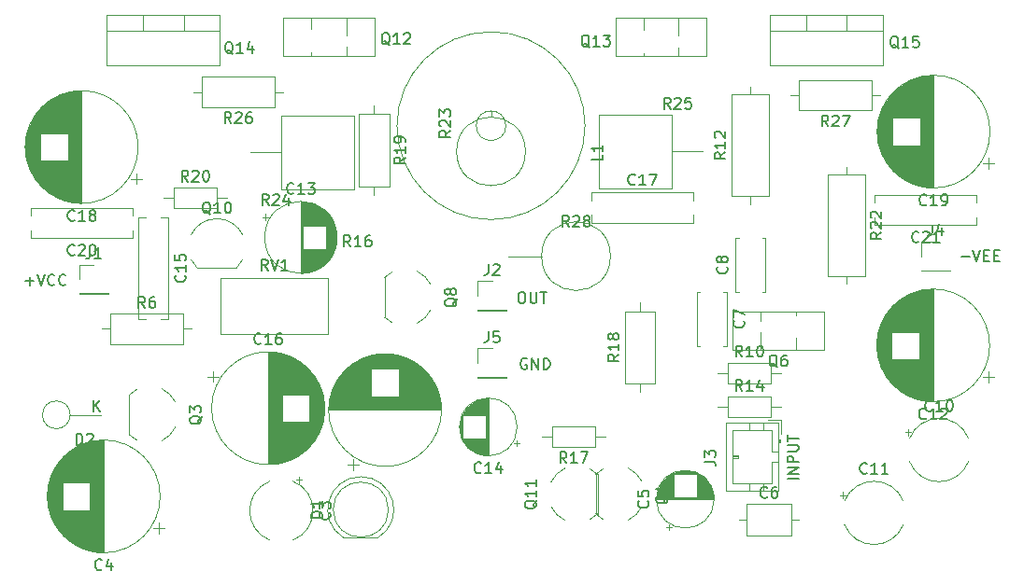
<source format=gbr>
%TF.GenerationSoftware,KiCad,Pcbnew,7.0.9*%
%TF.CreationDate,2023-11-26T22:18:51+01:00*%
%TF.ProjectId,Wzmacniacz_PW3017_modyfikacja,577a6d61-636e-4696-9163-7a5f50573330,rev?*%
%TF.SameCoordinates,Original*%
%TF.FileFunction,Legend,Top*%
%TF.FilePolarity,Positive*%
%FSLAX46Y46*%
G04 Gerber Fmt 4.6, Leading zero omitted, Abs format (unit mm)*
G04 Created by KiCad (PCBNEW 7.0.9) date 2023-11-26 22:18:51*
%MOMM*%
%LPD*%
G01*
G04 APERTURE LIST*
%ADD10C,0.150000*%
%ADD11C,0.120000*%
G04 APERTURE END LIST*
D10*
X162607142Y-111909580D02*
X162559523Y-111957200D01*
X162559523Y-111957200D02*
X162416666Y-112004819D01*
X162416666Y-112004819D02*
X162321428Y-112004819D01*
X162321428Y-112004819D02*
X162178571Y-111957200D01*
X162178571Y-111957200D02*
X162083333Y-111861961D01*
X162083333Y-111861961D02*
X162035714Y-111766723D01*
X162035714Y-111766723D02*
X161988095Y-111576247D01*
X161988095Y-111576247D02*
X161988095Y-111433390D01*
X161988095Y-111433390D02*
X162035714Y-111242914D01*
X162035714Y-111242914D02*
X162083333Y-111147676D01*
X162083333Y-111147676D02*
X162178571Y-111052438D01*
X162178571Y-111052438D02*
X162321428Y-111004819D01*
X162321428Y-111004819D02*
X162416666Y-111004819D01*
X162416666Y-111004819D02*
X162559523Y-111052438D01*
X162559523Y-111052438D02*
X162607142Y-111100057D01*
X163559523Y-112004819D02*
X162988095Y-112004819D01*
X163273809Y-112004819D02*
X163273809Y-111004819D01*
X163273809Y-111004819D02*
X163178571Y-111147676D01*
X163178571Y-111147676D02*
X163083333Y-111242914D01*
X163083333Y-111242914D02*
X162988095Y-111290533D01*
X164416666Y-111338152D02*
X164416666Y-112004819D01*
X164178571Y-110957200D02*
X163940476Y-111671485D01*
X163940476Y-111671485D02*
X164559523Y-111671485D01*
X173604819Y-83081666D02*
X173604819Y-83557856D01*
X173604819Y-83557856D02*
X172604819Y-83557856D01*
X173604819Y-82224523D02*
X173604819Y-82795951D01*
X173604819Y-82510237D02*
X172604819Y-82510237D01*
X172604819Y-82510237D02*
X172747676Y-82605475D01*
X172747676Y-82605475D02*
X172842914Y-82700713D01*
X172842914Y-82700713D02*
X172890533Y-82795951D01*
X155724819Y-83342857D02*
X155248628Y-83676190D01*
X155724819Y-83914285D02*
X154724819Y-83914285D01*
X154724819Y-83914285D02*
X154724819Y-83533333D01*
X154724819Y-83533333D02*
X154772438Y-83438095D01*
X154772438Y-83438095D02*
X154820057Y-83390476D01*
X154820057Y-83390476D02*
X154915295Y-83342857D01*
X154915295Y-83342857D02*
X155058152Y-83342857D01*
X155058152Y-83342857D02*
X155153390Y-83390476D01*
X155153390Y-83390476D02*
X155201009Y-83438095D01*
X155201009Y-83438095D02*
X155248628Y-83533333D01*
X155248628Y-83533333D02*
X155248628Y-83914285D01*
X155724819Y-82390476D02*
X155724819Y-82961904D01*
X155724819Y-82676190D02*
X154724819Y-82676190D01*
X154724819Y-82676190D02*
X154867676Y-82771428D01*
X154867676Y-82771428D02*
X154962914Y-82866666D01*
X154962914Y-82866666D02*
X155010533Y-82961904D01*
X155724819Y-81914285D02*
X155724819Y-81723809D01*
X155724819Y-81723809D02*
X155677200Y-81628571D01*
X155677200Y-81628571D02*
X155629580Y-81580952D01*
X155629580Y-81580952D02*
X155486723Y-81485714D01*
X155486723Y-81485714D02*
X155296247Y-81438095D01*
X155296247Y-81438095D02*
X154915295Y-81438095D01*
X154915295Y-81438095D02*
X154820057Y-81485714D01*
X154820057Y-81485714D02*
X154772438Y-81533333D01*
X154772438Y-81533333D02*
X154724819Y-81628571D01*
X154724819Y-81628571D02*
X154724819Y-81819047D01*
X154724819Y-81819047D02*
X154772438Y-81914285D01*
X154772438Y-81914285D02*
X154820057Y-81961904D01*
X154820057Y-81961904D02*
X154915295Y-82009523D01*
X154915295Y-82009523D02*
X155153390Y-82009523D01*
X155153390Y-82009523D02*
X155248628Y-81961904D01*
X155248628Y-81961904D02*
X155296247Y-81914285D01*
X155296247Y-81914285D02*
X155343866Y-81819047D01*
X155343866Y-81819047D02*
X155343866Y-81628571D01*
X155343866Y-81628571D02*
X155296247Y-81533333D01*
X155296247Y-81533333D02*
X155248628Y-81485714D01*
X155248628Y-81485714D02*
X155153390Y-81438095D01*
X188533333Y-114139580D02*
X188485714Y-114187200D01*
X188485714Y-114187200D02*
X188342857Y-114234819D01*
X188342857Y-114234819D02*
X188247619Y-114234819D01*
X188247619Y-114234819D02*
X188104762Y-114187200D01*
X188104762Y-114187200D02*
X188009524Y-114091961D01*
X188009524Y-114091961D02*
X187961905Y-113996723D01*
X187961905Y-113996723D02*
X187914286Y-113806247D01*
X187914286Y-113806247D02*
X187914286Y-113663390D01*
X187914286Y-113663390D02*
X187961905Y-113472914D01*
X187961905Y-113472914D02*
X188009524Y-113377676D01*
X188009524Y-113377676D02*
X188104762Y-113282438D01*
X188104762Y-113282438D02*
X188247619Y-113234819D01*
X188247619Y-113234819D02*
X188342857Y-113234819D01*
X188342857Y-113234819D02*
X188485714Y-113282438D01*
X188485714Y-113282438D02*
X188533333Y-113330057D01*
X189390476Y-113234819D02*
X189200000Y-113234819D01*
X189200000Y-113234819D02*
X189104762Y-113282438D01*
X189104762Y-113282438D02*
X189057143Y-113330057D01*
X189057143Y-113330057D02*
X188961905Y-113472914D01*
X188961905Y-113472914D02*
X188914286Y-113663390D01*
X188914286Y-113663390D02*
X188914286Y-114044342D01*
X188914286Y-114044342D02*
X188961905Y-114139580D01*
X188961905Y-114139580D02*
X189009524Y-114187200D01*
X189009524Y-114187200D02*
X189104762Y-114234819D01*
X189104762Y-114234819D02*
X189295238Y-114234819D01*
X189295238Y-114234819D02*
X189390476Y-114187200D01*
X189390476Y-114187200D02*
X189438095Y-114139580D01*
X189438095Y-114139580D02*
X189485714Y-114044342D01*
X189485714Y-114044342D02*
X189485714Y-113806247D01*
X189485714Y-113806247D02*
X189438095Y-113711009D01*
X189438095Y-113711009D02*
X189390476Y-113663390D01*
X189390476Y-113663390D02*
X189295238Y-113615771D01*
X189295238Y-113615771D02*
X189104762Y-113615771D01*
X189104762Y-113615771D02*
X189009524Y-113663390D01*
X189009524Y-113663390D02*
X188961905Y-113711009D01*
X188961905Y-113711009D02*
X188914286Y-113806247D01*
X163266666Y-93024819D02*
X163266666Y-93739104D01*
X163266666Y-93739104D02*
X163219047Y-93881961D01*
X163219047Y-93881961D02*
X163123809Y-93977200D01*
X163123809Y-93977200D02*
X162980952Y-94024819D01*
X162980952Y-94024819D02*
X162885714Y-94024819D01*
X163695238Y-93120057D02*
X163742857Y-93072438D01*
X163742857Y-93072438D02*
X163838095Y-93024819D01*
X163838095Y-93024819D02*
X164076190Y-93024819D01*
X164076190Y-93024819D02*
X164171428Y-93072438D01*
X164171428Y-93072438D02*
X164219047Y-93120057D01*
X164219047Y-93120057D02*
X164266666Y-93215295D01*
X164266666Y-93215295D02*
X164266666Y-93310533D01*
X164266666Y-93310533D02*
X164219047Y-93453390D01*
X164219047Y-93453390D02*
X163647619Y-94024819D01*
X163647619Y-94024819D02*
X164266666Y-94024819D01*
X166200000Y-95554819D02*
X166390476Y-95554819D01*
X166390476Y-95554819D02*
X166485714Y-95602438D01*
X166485714Y-95602438D02*
X166580952Y-95697676D01*
X166580952Y-95697676D02*
X166628571Y-95888152D01*
X166628571Y-95888152D02*
X166628571Y-96221485D01*
X166628571Y-96221485D02*
X166580952Y-96411961D01*
X166580952Y-96411961D02*
X166485714Y-96507200D01*
X166485714Y-96507200D02*
X166390476Y-96554819D01*
X166390476Y-96554819D02*
X166200000Y-96554819D01*
X166200000Y-96554819D02*
X166104762Y-96507200D01*
X166104762Y-96507200D02*
X166009524Y-96411961D01*
X166009524Y-96411961D02*
X165961905Y-96221485D01*
X165961905Y-96221485D02*
X165961905Y-95888152D01*
X165961905Y-95888152D02*
X166009524Y-95697676D01*
X166009524Y-95697676D02*
X166104762Y-95602438D01*
X166104762Y-95602438D02*
X166200000Y-95554819D01*
X167057143Y-95554819D02*
X167057143Y-96364342D01*
X167057143Y-96364342D02*
X167104762Y-96459580D01*
X167104762Y-96459580D02*
X167152381Y-96507200D01*
X167152381Y-96507200D02*
X167247619Y-96554819D01*
X167247619Y-96554819D02*
X167438095Y-96554819D01*
X167438095Y-96554819D02*
X167533333Y-96507200D01*
X167533333Y-96507200D02*
X167580952Y-96459580D01*
X167580952Y-96459580D02*
X167628571Y-96364342D01*
X167628571Y-96364342D02*
X167628571Y-95554819D01*
X167961905Y-95554819D02*
X168533333Y-95554819D01*
X168247619Y-96554819D02*
X168247619Y-95554819D01*
X154328571Y-73150057D02*
X154233333Y-73102438D01*
X154233333Y-73102438D02*
X154138095Y-73007200D01*
X154138095Y-73007200D02*
X153995238Y-72864342D01*
X153995238Y-72864342D02*
X153900000Y-72816723D01*
X153900000Y-72816723D02*
X153804762Y-72816723D01*
X153852381Y-73054819D02*
X153757143Y-73007200D01*
X153757143Y-73007200D02*
X153661905Y-72911961D01*
X153661905Y-72911961D02*
X153614286Y-72721485D01*
X153614286Y-72721485D02*
X153614286Y-72388152D01*
X153614286Y-72388152D02*
X153661905Y-72197676D01*
X153661905Y-72197676D02*
X153757143Y-72102438D01*
X153757143Y-72102438D02*
X153852381Y-72054819D01*
X153852381Y-72054819D02*
X154042857Y-72054819D01*
X154042857Y-72054819D02*
X154138095Y-72102438D01*
X154138095Y-72102438D02*
X154233333Y-72197676D01*
X154233333Y-72197676D02*
X154280952Y-72388152D01*
X154280952Y-72388152D02*
X154280952Y-72721485D01*
X154280952Y-72721485D02*
X154233333Y-72911961D01*
X154233333Y-72911961D02*
X154138095Y-73007200D01*
X154138095Y-73007200D02*
X154042857Y-73054819D01*
X154042857Y-73054819D02*
X153852381Y-73054819D01*
X155233333Y-73054819D02*
X154661905Y-73054819D01*
X154947619Y-73054819D02*
X154947619Y-72054819D01*
X154947619Y-72054819D02*
X154852381Y-72197676D01*
X154852381Y-72197676D02*
X154757143Y-72292914D01*
X154757143Y-72292914D02*
X154661905Y-72340533D01*
X155614286Y-72150057D02*
X155661905Y-72102438D01*
X155661905Y-72102438D02*
X155757143Y-72054819D01*
X155757143Y-72054819D02*
X155995238Y-72054819D01*
X155995238Y-72054819D02*
X156090476Y-72102438D01*
X156090476Y-72102438D02*
X156138095Y-72150057D01*
X156138095Y-72150057D02*
X156185714Y-72245295D01*
X156185714Y-72245295D02*
X156185714Y-72340533D01*
X156185714Y-72340533D02*
X156138095Y-72483390D01*
X156138095Y-72483390D02*
X155566667Y-73054819D01*
X155566667Y-73054819D02*
X156185714Y-73054819D01*
X148009580Y-106434343D02*
X148057200Y-106481962D01*
X148057200Y-106481962D02*
X148104819Y-106624819D01*
X148104819Y-106624819D02*
X148104819Y-106720057D01*
X148104819Y-106720057D02*
X148057200Y-106862914D01*
X148057200Y-106862914D02*
X147961961Y-106958152D01*
X147961961Y-106958152D02*
X147866723Y-107005771D01*
X147866723Y-107005771D02*
X147676247Y-107053390D01*
X147676247Y-107053390D02*
X147533390Y-107053390D01*
X147533390Y-107053390D02*
X147342914Y-107005771D01*
X147342914Y-107005771D02*
X147247676Y-106958152D01*
X147247676Y-106958152D02*
X147152438Y-106862914D01*
X147152438Y-106862914D02*
X147104819Y-106720057D01*
X147104819Y-106720057D02*
X147104819Y-106624819D01*
X147104819Y-106624819D02*
X147152438Y-106481962D01*
X147152438Y-106481962D02*
X147200057Y-106434343D01*
X147200057Y-106053390D02*
X147152438Y-106005771D01*
X147152438Y-106005771D02*
X147104819Y-105910533D01*
X147104819Y-105910533D02*
X147104819Y-105672438D01*
X147104819Y-105672438D02*
X147152438Y-105577200D01*
X147152438Y-105577200D02*
X147200057Y-105529581D01*
X147200057Y-105529581D02*
X147295295Y-105481962D01*
X147295295Y-105481962D02*
X147390533Y-105481962D01*
X147390533Y-105481962D02*
X147533390Y-105529581D01*
X147533390Y-105529581D02*
X148104819Y-106101009D01*
X148104819Y-106101009D02*
X148104819Y-105481962D01*
X143264761Y-93594819D02*
X142931428Y-93118628D01*
X142693333Y-93594819D02*
X142693333Y-92594819D01*
X142693333Y-92594819D02*
X143074285Y-92594819D01*
X143074285Y-92594819D02*
X143169523Y-92642438D01*
X143169523Y-92642438D02*
X143217142Y-92690057D01*
X143217142Y-92690057D02*
X143264761Y-92785295D01*
X143264761Y-92785295D02*
X143264761Y-92928152D01*
X143264761Y-92928152D02*
X143217142Y-93023390D01*
X143217142Y-93023390D02*
X143169523Y-93071009D01*
X143169523Y-93071009D02*
X143074285Y-93118628D01*
X143074285Y-93118628D02*
X142693333Y-93118628D01*
X143550476Y-92594819D02*
X143883809Y-93594819D01*
X143883809Y-93594819D02*
X144217142Y-92594819D01*
X145074285Y-93594819D02*
X144502857Y-93594819D01*
X144788571Y-93594819D02*
X144788571Y-92594819D01*
X144788571Y-92594819D02*
X144693333Y-92737676D01*
X144693333Y-92737676D02*
X144598095Y-92832914D01*
X144598095Y-92832914D02*
X144502857Y-92880533D01*
X125757142Y-89009580D02*
X125709523Y-89057200D01*
X125709523Y-89057200D02*
X125566666Y-89104819D01*
X125566666Y-89104819D02*
X125471428Y-89104819D01*
X125471428Y-89104819D02*
X125328571Y-89057200D01*
X125328571Y-89057200D02*
X125233333Y-88961961D01*
X125233333Y-88961961D02*
X125185714Y-88866723D01*
X125185714Y-88866723D02*
X125138095Y-88676247D01*
X125138095Y-88676247D02*
X125138095Y-88533390D01*
X125138095Y-88533390D02*
X125185714Y-88342914D01*
X125185714Y-88342914D02*
X125233333Y-88247676D01*
X125233333Y-88247676D02*
X125328571Y-88152438D01*
X125328571Y-88152438D02*
X125471428Y-88104819D01*
X125471428Y-88104819D02*
X125566666Y-88104819D01*
X125566666Y-88104819D02*
X125709523Y-88152438D01*
X125709523Y-88152438D02*
X125757142Y-88200057D01*
X126709523Y-89104819D02*
X126138095Y-89104819D01*
X126423809Y-89104819D02*
X126423809Y-88104819D01*
X126423809Y-88104819D02*
X126328571Y-88247676D01*
X126328571Y-88247676D02*
X126233333Y-88342914D01*
X126233333Y-88342914D02*
X126138095Y-88390533D01*
X127280952Y-88533390D02*
X127185714Y-88485771D01*
X127185714Y-88485771D02*
X127138095Y-88438152D01*
X127138095Y-88438152D02*
X127090476Y-88342914D01*
X127090476Y-88342914D02*
X127090476Y-88295295D01*
X127090476Y-88295295D02*
X127138095Y-88200057D01*
X127138095Y-88200057D02*
X127185714Y-88152438D01*
X127185714Y-88152438D02*
X127280952Y-88104819D01*
X127280952Y-88104819D02*
X127471428Y-88104819D01*
X127471428Y-88104819D02*
X127566666Y-88152438D01*
X127566666Y-88152438D02*
X127614285Y-88200057D01*
X127614285Y-88200057D02*
X127661904Y-88295295D01*
X127661904Y-88295295D02*
X127661904Y-88342914D01*
X127661904Y-88342914D02*
X127614285Y-88438152D01*
X127614285Y-88438152D02*
X127566666Y-88485771D01*
X127566666Y-88485771D02*
X127471428Y-88533390D01*
X127471428Y-88533390D02*
X127280952Y-88533390D01*
X127280952Y-88533390D02*
X127185714Y-88581009D01*
X127185714Y-88581009D02*
X127138095Y-88628628D01*
X127138095Y-88628628D02*
X127090476Y-88723866D01*
X127090476Y-88723866D02*
X127090476Y-88914342D01*
X127090476Y-88914342D02*
X127138095Y-89009580D01*
X127138095Y-89009580D02*
X127185714Y-89057200D01*
X127185714Y-89057200D02*
X127280952Y-89104819D01*
X127280952Y-89104819D02*
X127471428Y-89104819D01*
X127471428Y-89104819D02*
X127566666Y-89057200D01*
X127566666Y-89057200D02*
X127614285Y-89009580D01*
X127614285Y-89009580D02*
X127661904Y-88914342D01*
X127661904Y-88914342D02*
X127661904Y-88723866D01*
X127661904Y-88723866D02*
X127614285Y-88628628D01*
X127614285Y-88628628D02*
X127566666Y-88581009D01*
X127566666Y-88581009D02*
X127471428Y-88533390D01*
X135759580Y-94042857D02*
X135807200Y-94090476D01*
X135807200Y-94090476D02*
X135854819Y-94233333D01*
X135854819Y-94233333D02*
X135854819Y-94328571D01*
X135854819Y-94328571D02*
X135807200Y-94471428D01*
X135807200Y-94471428D02*
X135711961Y-94566666D01*
X135711961Y-94566666D02*
X135616723Y-94614285D01*
X135616723Y-94614285D02*
X135426247Y-94661904D01*
X135426247Y-94661904D02*
X135283390Y-94661904D01*
X135283390Y-94661904D02*
X135092914Y-94614285D01*
X135092914Y-94614285D02*
X134997676Y-94566666D01*
X134997676Y-94566666D02*
X134902438Y-94471428D01*
X134902438Y-94471428D02*
X134854819Y-94328571D01*
X134854819Y-94328571D02*
X134854819Y-94233333D01*
X134854819Y-94233333D02*
X134902438Y-94090476D01*
X134902438Y-94090476D02*
X134950057Y-94042857D01*
X135854819Y-93090476D02*
X135854819Y-93661904D01*
X135854819Y-93376190D02*
X134854819Y-93376190D01*
X134854819Y-93376190D02*
X134997676Y-93471428D01*
X134997676Y-93471428D02*
X135092914Y-93566666D01*
X135092914Y-93566666D02*
X135140533Y-93661904D01*
X134854819Y-92185714D02*
X134854819Y-92661904D01*
X134854819Y-92661904D02*
X135331009Y-92709523D01*
X135331009Y-92709523D02*
X135283390Y-92661904D01*
X135283390Y-92661904D02*
X135235771Y-92566666D01*
X135235771Y-92566666D02*
X135235771Y-92328571D01*
X135235771Y-92328571D02*
X135283390Y-92233333D01*
X135283390Y-92233333D02*
X135331009Y-92185714D01*
X135331009Y-92185714D02*
X135426247Y-92138095D01*
X135426247Y-92138095D02*
X135664342Y-92138095D01*
X135664342Y-92138095D02*
X135759580Y-92185714D01*
X135759580Y-92185714D02*
X135807200Y-92233333D01*
X135807200Y-92233333D02*
X135854819Y-92328571D01*
X135854819Y-92328571D02*
X135854819Y-92566666D01*
X135854819Y-92566666D02*
X135807200Y-92661904D01*
X135807200Y-92661904D02*
X135759580Y-92709523D01*
X176557142Y-85759580D02*
X176509523Y-85807200D01*
X176509523Y-85807200D02*
X176366666Y-85854819D01*
X176366666Y-85854819D02*
X176271428Y-85854819D01*
X176271428Y-85854819D02*
X176128571Y-85807200D01*
X176128571Y-85807200D02*
X176033333Y-85711961D01*
X176033333Y-85711961D02*
X175985714Y-85616723D01*
X175985714Y-85616723D02*
X175938095Y-85426247D01*
X175938095Y-85426247D02*
X175938095Y-85283390D01*
X175938095Y-85283390D02*
X175985714Y-85092914D01*
X175985714Y-85092914D02*
X176033333Y-84997676D01*
X176033333Y-84997676D02*
X176128571Y-84902438D01*
X176128571Y-84902438D02*
X176271428Y-84854819D01*
X176271428Y-84854819D02*
X176366666Y-84854819D01*
X176366666Y-84854819D02*
X176509523Y-84902438D01*
X176509523Y-84902438D02*
X176557142Y-84950057D01*
X177509523Y-85854819D02*
X176938095Y-85854819D01*
X177223809Y-85854819D02*
X177223809Y-84854819D01*
X177223809Y-84854819D02*
X177128571Y-84997676D01*
X177128571Y-84997676D02*
X177033333Y-85092914D01*
X177033333Y-85092914D02*
X176938095Y-85140533D01*
X177842857Y-84854819D02*
X178509523Y-84854819D01*
X178509523Y-84854819D02*
X178080952Y-85854819D01*
X143347142Y-87674819D02*
X143013809Y-87198628D01*
X142775714Y-87674819D02*
X142775714Y-86674819D01*
X142775714Y-86674819D02*
X143156666Y-86674819D01*
X143156666Y-86674819D02*
X143251904Y-86722438D01*
X143251904Y-86722438D02*
X143299523Y-86770057D01*
X143299523Y-86770057D02*
X143347142Y-86865295D01*
X143347142Y-86865295D02*
X143347142Y-87008152D01*
X143347142Y-87008152D02*
X143299523Y-87103390D01*
X143299523Y-87103390D02*
X143251904Y-87151009D01*
X143251904Y-87151009D02*
X143156666Y-87198628D01*
X143156666Y-87198628D02*
X142775714Y-87198628D01*
X143728095Y-86770057D02*
X143775714Y-86722438D01*
X143775714Y-86722438D02*
X143870952Y-86674819D01*
X143870952Y-86674819D02*
X144109047Y-86674819D01*
X144109047Y-86674819D02*
X144204285Y-86722438D01*
X144204285Y-86722438D02*
X144251904Y-86770057D01*
X144251904Y-86770057D02*
X144299523Y-86865295D01*
X144299523Y-86865295D02*
X144299523Y-86960533D01*
X144299523Y-86960533D02*
X144251904Y-87103390D01*
X144251904Y-87103390D02*
X143680476Y-87674819D01*
X143680476Y-87674819D02*
X144299523Y-87674819D01*
X145156666Y-87008152D02*
X145156666Y-87674819D01*
X144918571Y-86627200D02*
X144680476Y-87341485D01*
X144680476Y-87341485D02*
X145299523Y-87341485D01*
X179757142Y-78934819D02*
X179423809Y-78458628D01*
X179185714Y-78934819D02*
X179185714Y-77934819D01*
X179185714Y-77934819D02*
X179566666Y-77934819D01*
X179566666Y-77934819D02*
X179661904Y-77982438D01*
X179661904Y-77982438D02*
X179709523Y-78030057D01*
X179709523Y-78030057D02*
X179757142Y-78125295D01*
X179757142Y-78125295D02*
X179757142Y-78268152D01*
X179757142Y-78268152D02*
X179709523Y-78363390D01*
X179709523Y-78363390D02*
X179661904Y-78411009D01*
X179661904Y-78411009D02*
X179566666Y-78458628D01*
X179566666Y-78458628D02*
X179185714Y-78458628D01*
X180138095Y-78030057D02*
X180185714Y-77982438D01*
X180185714Y-77982438D02*
X180280952Y-77934819D01*
X180280952Y-77934819D02*
X180519047Y-77934819D01*
X180519047Y-77934819D02*
X180614285Y-77982438D01*
X180614285Y-77982438D02*
X180661904Y-78030057D01*
X180661904Y-78030057D02*
X180709523Y-78125295D01*
X180709523Y-78125295D02*
X180709523Y-78220533D01*
X180709523Y-78220533D02*
X180661904Y-78363390D01*
X180661904Y-78363390D02*
X180090476Y-78934819D01*
X180090476Y-78934819D02*
X180709523Y-78934819D01*
X181614285Y-77934819D02*
X181138095Y-77934819D01*
X181138095Y-77934819D02*
X181090476Y-78411009D01*
X181090476Y-78411009D02*
X181138095Y-78363390D01*
X181138095Y-78363390D02*
X181233333Y-78315771D01*
X181233333Y-78315771D02*
X181471428Y-78315771D01*
X181471428Y-78315771D02*
X181566666Y-78363390D01*
X181566666Y-78363390D02*
X181614285Y-78411009D01*
X181614285Y-78411009D02*
X181661904Y-78506247D01*
X181661904Y-78506247D02*
X181661904Y-78744342D01*
X181661904Y-78744342D02*
X181614285Y-78839580D01*
X181614285Y-78839580D02*
X181566666Y-78887200D01*
X181566666Y-78887200D02*
X181471428Y-78934819D01*
X181471428Y-78934819D02*
X181233333Y-78934819D01*
X181233333Y-78934819D02*
X181138095Y-78887200D01*
X181138095Y-78887200D02*
X181090476Y-78839580D01*
X203466666Y-89424819D02*
X203466666Y-90139104D01*
X203466666Y-90139104D02*
X203419047Y-90281961D01*
X203419047Y-90281961D02*
X203323809Y-90377200D01*
X203323809Y-90377200D02*
X203180952Y-90424819D01*
X203180952Y-90424819D02*
X203085714Y-90424819D01*
X204371428Y-89758152D02*
X204371428Y-90424819D01*
X204133333Y-89377200D02*
X203895238Y-90091485D01*
X203895238Y-90091485D02*
X204514285Y-90091485D01*
X206085714Y-92373866D02*
X206847619Y-92373866D01*
X207180952Y-91754819D02*
X207514285Y-92754819D01*
X207514285Y-92754819D02*
X207847618Y-91754819D01*
X208180952Y-92231009D02*
X208514285Y-92231009D01*
X208657142Y-92754819D02*
X208180952Y-92754819D01*
X208180952Y-92754819D02*
X208180952Y-91754819D01*
X208180952Y-91754819D02*
X208657142Y-91754819D01*
X209085714Y-92231009D02*
X209419047Y-92231009D01*
X209561904Y-92754819D02*
X209085714Y-92754819D01*
X209085714Y-92754819D02*
X209085714Y-91754819D01*
X209085714Y-91754819D02*
X209561904Y-91754819D01*
X189444761Y-102370057D02*
X189349523Y-102322438D01*
X189349523Y-102322438D02*
X189254285Y-102227200D01*
X189254285Y-102227200D02*
X189111428Y-102084342D01*
X189111428Y-102084342D02*
X189016190Y-102036723D01*
X189016190Y-102036723D02*
X188920952Y-102036723D01*
X188968571Y-102274819D02*
X188873333Y-102227200D01*
X188873333Y-102227200D02*
X188778095Y-102131961D01*
X188778095Y-102131961D02*
X188730476Y-101941485D01*
X188730476Y-101941485D02*
X188730476Y-101608152D01*
X188730476Y-101608152D02*
X188778095Y-101417676D01*
X188778095Y-101417676D02*
X188873333Y-101322438D01*
X188873333Y-101322438D02*
X188968571Y-101274819D01*
X188968571Y-101274819D02*
X189159047Y-101274819D01*
X189159047Y-101274819D02*
X189254285Y-101322438D01*
X189254285Y-101322438D02*
X189349523Y-101417676D01*
X189349523Y-101417676D02*
X189397142Y-101608152D01*
X189397142Y-101608152D02*
X189397142Y-101941485D01*
X189397142Y-101941485D02*
X189349523Y-102131961D01*
X189349523Y-102131961D02*
X189254285Y-102227200D01*
X189254285Y-102227200D02*
X189159047Y-102274819D01*
X189159047Y-102274819D02*
X188968571Y-102274819D01*
X190254285Y-101274819D02*
X190063809Y-101274819D01*
X190063809Y-101274819D02*
X189968571Y-101322438D01*
X189968571Y-101322438D02*
X189920952Y-101370057D01*
X189920952Y-101370057D02*
X189825714Y-101512914D01*
X189825714Y-101512914D02*
X189778095Y-101703390D01*
X189778095Y-101703390D02*
X189778095Y-102084342D01*
X189778095Y-102084342D02*
X189825714Y-102179580D01*
X189825714Y-102179580D02*
X189873333Y-102227200D01*
X189873333Y-102227200D02*
X189968571Y-102274819D01*
X189968571Y-102274819D02*
X190159047Y-102274819D01*
X190159047Y-102274819D02*
X190254285Y-102227200D01*
X190254285Y-102227200D02*
X190301904Y-102179580D01*
X190301904Y-102179580D02*
X190349523Y-102084342D01*
X190349523Y-102084342D02*
X190349523Y-101846247D01*
X190349523Y-101846247D02*
X190301904Y-101751009D01*
X190301904Y-101751009D02*
X190254285Y-101703390D01*
X190254285Y-101703390D02*
X190159047Y-101655771D01*
X190159047Y-101655771D02*
X189968571Y-101655771D01*
X189968571Y-101655771D02*
X189873333Y-101703390D01*
X189873333Y-101703390D02*
X189825714Y-101751009D01*
X189825714Y-101751009D02*
X189778095Y-101846247D01*
X170557142Y-89634819D02*
X170223809Y-89158628D01*
X169985714Y-89634819D02*
X169985714Y-88634819D01*
X169985714Y-88634819D02*
X170366666Y-88634819D01*
X170366666Y-88634819D02*
X170461904Y-88682438D01*
X170461904Y-88682438D02*
X170509523Y-88730057D01*
X170509523Y-88730057D02*
X170557142Y-88825295D01*
X170557142Y-88825295D02*
X170557142Y-88968152D01*
X170557142Y-88968152D02*
X170509523Y-89063390D01*
X170509523Y-89063390D02*
X170461904Y-89111009D01*
X170461904Y-89111009D02*
X170366666Y-89158628D01*
X170366666Y-89158628D02*
X169985714Y-89158628D01*
X170938095Y-88730057D02*
X170985714Y-88682438D01*
X170985714Y-88682438D02*
X171080952Y-88634819D01*
X171080952Y-88634819D02*
X171319047Y-88634819D01*
X171319047Y-88634819D02*
X171414285Y-88682438D01*
X171414285Y-88682438D02*
X171461904Y-88730057D01*
X171461904Y-88730057D02*
X171509523Y-88825295D01*
X171509523Y-88825295D02*
X171509523Y-88920533D01*
X171509523Y-88920533D02*
X171461904Y-89063390D01*
X171461904Y-89063390D02*
X170890476Y-89634819D01*
X170890476Y-89634819D02*
X171509523Y-89634819D01*
X172080952Y-89063390D02*
X171985714Y-89015771D01*
X171985714Y-89015771D02*
X171938095Y-88968152D01*
X171938095Y-88968152D02*
X171890476Y-88872914D01*
X171890476Y-88872914D02*
X171890476Y-88825295D01*
X171890476Y-88825295D02*
X171938095Y-88730057D01*
X171938095Y-88730057D02*
X171985714Y-88682438D01*
X171985714Y-88682438D02*
X172080952Y-88634819D01*
X172080952Y-88634819D02*
X172271428Y-88634819D01*
X172271428Y-88634819D02*
X172366666Y-88682438D01*
X172366666Y-88682438D02*
X172414285Y-88730057D01*
X172414285Y-88730057D02*
X172461904Y-88825295D01*
X172461904Y-88825295D02*
X172461904Y-88872914D01*
X172461904Y-88872914D02*
X172414285Y-88968152D01*
X172414285Y-88968152D02*
X172366666Y-89015771D01*
X172366666Y-89015771D02*
X172271428Y-89063390D01*
X172271428Y-89063390D02*
X172080952Y-89063390D01*
X172080952Y-89063390D02*
X171985714Y-89111009D01*
X171985714Y-89111009D02*
X171938095Y-89158628D01*
X171938095Y-89158628D02*
X171890476Y-89253866D01*
X171890476Y-89253866D02*
X171890476Y-89444342D01*
X171890476Y-89444342D02*
X171938095Y-89539580D01*
X171938095Y-89539580D02*
X171985714Y-89587200D01*
X171985714Y-89587200D02*
X172080952Y-89634819D01*
X172080952Y-89634819D02*
X172271428Y-89634819D01*
X172271428Y-89634819D02*
X172366666Y-89587200D01*
X172366666Y-89587200D02*
X172414285Y-89539580D01*
X172414285Y-89539580D02*
X172461904Y-89444342D01*
X172461904Y-89444342D02*
X172461904Y-89253866D01*
X172461904Y-89253866D02*
X172414285Y-89158628D01*
X172414285Y-89158628D02*
X172366666Y-89111009D01*
X172366666Y-89111009D02*
X172271428Y-89063390D01*
X184734819Y-82892857D02*
X184258628Y-83226190D01*
X184734819Y-83464285D02*
X183734819Y-83464285D01*
X183734819Y-83464285D02*
X183734819Y-83083333D01*
X183734819Y-83083333D02*
X183782438Y-82988095D01*
X183782438Y-82988095D02*
X183830057Y-82940476D01*
X183830057Y-82940476D02*
X183925295Y-82892857D01*
X183925295Y-82892857D02*
X184068152Y-82892857D01*
X184068152Y-82892857D02*
X184163390Y-82940476D01*
X184163390Y-82940476D02*
X184211009Y-82988095D01*
X184211009Y-82988095D02*
X184258628Y-83083333D01*
X184258628Y-83083333D02*
X184258628Y-83464285D01*
X184734819Y-81940476D02*
X184734819Y-82511904D01*
X184734819Y-82226190D02*
X183734819Y-82226190D01*
X183734819Y-82226190D02*
X183877676Y-82321428D01*
X183877676Y-82321428D02*
X183972914Y-82416666D01*
X183972914Y-82416666D02*
X184020533Y-82511904D01*
X183830057Y-81559523D02*
X183782438Y-81511904D01*
X183782438Y-81511904D02*
X183734819Y-81416666D01*
X183734819Y-81416666D02*
X183734819Y-81178571D01*
X183734819Y-81178571D02*
X183782438Y-81083333D01*
X183782438Y-81083333D02*
X183830057Y-81035714D01*
X183830057Y-81035714D02*
X183925295Y-80988095D01*
X183925295Y-80988095D02*
X184020533Y-80988095D01*
X184020533Y-80988095D02*
X184163390Y-81035714D01*
X184163390Y-81035714D02*
X184734819Y-81607142D01*
X184734819Y-81607142D02*
X184734819Y-80988095D01*
X179570057Y-114005238D02*
X179522438Y-114100476D01*
X179522438Y-114100476D02*
X179427200Y-114195714D01*
X179427200Y-114195714D02*
X179284342Y-114338571D01*
X179284342Y-114338571D02*
X179236723Y-114433809D01*
X179236723Y-114433809D02*
X179236723Y-114529047D01*
X179474819Y-114481428D02*
X179427200Y-114576666D01*
X179427200Y-114576666D02*
X179331961Y-114671904D01*
X179331961Y-114671904D02*
X179141485Y-114719523D01*
X179141485Y-114719523D02*
X178808152Y-114719523D01*
X178808152Y-114719523D02*
X178617676Y-114671904D01*
X178617676Y-114671904D02*
X178522438Y-114576666D01*
X178522438Y-114576666D02*
X178474819Y-114481428D01*
X178474819Y-114481428D02*
X178474819Y-114290952D01*
X178474819Y-114290952D02*
X178522438Y-114195714D01*
X178522438Y-114195714D02*
X178617676Y-114100476D01*
X178617676Y-114100476D02*
X178808152Y-114052857D01*
X178808152Y-114052857D02*
X179141485Y-114052857D01*
X179141485Y-114052857D02*
X179331961Y-114100476D01*
X179331961Y-114100476D02*
X179427200Y-114195714D01*
X179427200Y-114195714D02*
X179474819Y-114290952D01*
X179474819Y-114290952D02*
X179474819Y-114481428D01*
X178808152Y-113195714D02*
X179474819Y-113195714D01*
X178427200Y-113433809D02*
X179141485Y-113671904D01*
X179141485Y-113671904D02*
X179141485Y-113052857D01*
X127166666Y-91524819D02*
X127166666Y-92239104D01*
X127166666Y-92239104D02*
X127119047Y-92381961D01*
X127119047Y-92381961D02*
X127023809Y-92477200D01*
X127023809Y-92477200D02*
X126880952Y-92524819D01*
X126880952Y-92524819D02*
X126785714Y-92524819D01*
X128166666Y-92524819D02*
X127595238Y-92524819D01*
X127880952Y-92524819D02*
X127880952Y-91524819D01*
X127880952Y-91524819D02*
X127785714Y-91667676D01*
X127785714Y-91667676D02*
X127690476Y-91762914D01*
X127690476Y-91762914D02*
X127595238Y-91810533D01*
X121290476Y-94573866D02*
X122052381Y-94573866D01*
X121671428Y-94954819D02*
X121671428Y-94192914D01*
X122385714Y-93954819D02*
X122719047Y-94954819D01*
X122719047Y-94954819D02*
X123052380Y-93954819D01*
X123957142Y-94859580D02*
X123909523Y-94907200D01*
X123909523Y-94907200D02*
X123766666Y-94954819D01*
X123766666Y-94954819D02*
X123671428Y-94954819D01*
X123671428Y-94954819D02*
X123528571Y-94907200D01*
X123528571Y-94907200D02*
X123433333Y-94811961D01*
X123433333Y-94811961D02*
X123385714Y-94716723D01*
X123385714Y-94716723D02*
X123338095Y-94526247D01*
X123338095Y-94526247D02*
X123338095Y-94383390D01*
X123338095Y-94383390D02*
X123385714Y-94192914D01*
X123385714Y-94192914D02*
X123433333Y-94097676D01*
X123433333Y-94097676D02*
X123528571Y-94002438D01*
X123528571Y-94002438D02*
X123671428Y-93954819D01*
X123671428Y-93954819D02*
X123766666Y-93954819D01*
X123766666Y-93954819D02*
X123909523Y-94002438D01*
X123909523Y-94002438D02*
X123957142Y-94050057D01*
X124957142Y-94859580D02*
X124909523Y-94907200D01*
X124909523Y-94907200D02*
X124766666Y-94954819D01*
X124766666Y-94954819D02*
X124671428Y-94954819D01*
X124671428Y-94954819D02*
X124528571Y-94907200D01*
X124528571Y-94907200D02*
X124433333Y-94811961D01*
X124433333Y-94811961D02*
X124385714Y-94716723D01*
X124385714Y-94716723D02*
X124338095Y-94526247D01*
X124338095Y-94526247D02*
X124338095Y-94383390D01*
X124338095Y-94383390D02*
X124385714Y-94192914D01*
X124385714Y-94192914D02*
X124433333Y-94097676D01*
X124433333Y-94097676D02*
X124528571Y-94002438D01*
X124528571Y-94002438D02*
X124671428Y-93954819D01*
X124671428Y-93954819D02*
X124766666Y-93954819D01*
X124766666Y-93954819D02*
X124909523Y-94002438D01*
X124909523Y-94002438D02*
X124957142Y-94050057D01*
X138088571Y-88490057D02*
X137993333Y-88442438D01*
X137993333Y-88442438D02*
X137898095Y-88347200D01*
X137898095Y-88347200D02*
X137755238Y-88204342D01*
X137755238Y-88204342D02*
X137660000Y-88156723D01*
X137660000Y-88156723D02*
X137564762Y-88156723D01*
X137612381Y-88394819D02*
X137517143Y-88347200D01*
X137517143Y-88347200D02*
X137421905Y-88251961D01*
X137421905Y-88251961D02*
X137374286Y-88061485D01*
X137374286Y-88061485D02*
X137374286Y-87728152D01*
X137374286Y-87728152D02*
X137421905Y-87537676D01*
X137421905Y-87537676D02*
X137517143Y-87442438D01*
X137517143Y-87442438D02*
X137612381Y-87394819D01*
X137612381Y-87394819D02*
X137802857Y-87394819D01*
X137802857Y-87394819D02*
X137898095Y-87442438D01*
X137898095Y-87442438D02*
X137993333Y-87537676D01*
X137993333Y-87537676D02*
X138040952Y-87728152D01*
X138040952Y-87728152D02*
X138040952Y-88061485D01*
X138040952Y-88061485D02*
X137993333Y-88251961D01*
X137993333Y-88251961D02*
X137898095Y-88347200D01*
X137898095Y-88347200D02*
X137802857Y-88394819D01*
X137802857Y-88394819D02*
X137612381Y-88394819D01*
X138993333Y-88394819D02*
X138421905Y-88394819D01*
X138707619Y-88394819D02*
X138707619Y-87394819D01*
X138707619Y-87394819D02*
X138612381Y-87537676D01*
X138612381Y-87537676D02*
X138517143Y-87632914D01*
X138517143Y-87632914D02*
X138421905Y-87680533D01*
X139612381Y-87394819D02*
X139707619Y-87394819D01*
X139707619Y-87394819D02*
X139802857Y-87442438D01*
X139802857Y-87442438D02*
X139850476Y-87490057D01*
X139850476Y-87490057D02*
X139898095Y-87585295D01*
X139898095Y-87585295D02*
X139945714Y-87775771D01*
X139945714Y-87775771D02*
X139945714Y-88013866D01*
X139945714Y-88013866D02*
X139898095Y-88204342D01*
X139898095Y-88204342D02*
X139850476Y-88299580D01*
X139850476Y-88299580D02*
X139802857Y-88347200D01*
X139802857Y-88347200D02*
X139707619Y-88394819D01*
X139707619Y-88394819D02*
X139612381Y-88394819D01*
X139612381Y-88394819D02*
X139517143Y-88347200D01*
X139517143Y-88347200D02*
X139469524Y-88299580D01*
X139469524Y-88299580D02*
X139421905Y-88204342D01*
X139421905Y-88204342D02*
X139374286Y-88013866D01*
X139374286Y-88013866D02*
X139374286Y-87775771D01*
X139374286Y-87775771D02*
X139421905Y-87585295D01*
X139421905Y-87585295D02*
X139469524Y-87490057D01*
X139469524Y-87490057D02*
X139517143Y-87442438D01*
X139517143Y-87442438D02*
X139612381Y-87394819D01*
X167660057Y-114461428D02*
X167612438Y-114556666D01*
X167612438Y-114556666D02*
X167517200Y-114651904D01*
X167517200Y-114651904D02*
X167374342Y-114794761D01*
X167374342Y-114794761D02*
X167326723Y-114889999D01*
X167326723Y-114889999D02*
X167326723Y-114985237D01*
X167564819Y-114937618D02*
X167517200Y-115032856D01*
X167517200Y-115032856D02*
X167421961Y-115128094D01*
X167421961Y-115128094D02*
X167231485Y-115175713D01*
X167231485Y-115175713D02*
X166898152Y-115175713D01*
X166898152Y-115175713D02*
X166707676Y-115128094D01*
X166707676Y-115128094D02*
X166612438Y-115032856D01*
X166612438Y-115032856D02*
X166564819Y-114937618D01*
X166564819Y-114937618D02*
X166564819Y-114747142D01*
X166564819Y-114747142D02*
X166612438Y-114651904D01*
X166612438Y-114651904D02*
X166707676Y-114556666D01*
X166707676Y-114556666D02*
X166898152Y-114509047D01*
X166898152Y-114509047D02*
X167231485Y-114509047D01*
X167231485Y-114509047D02*
X167421961Y-114556666D01*
X167421961Y-114556666D02*
X167517200Y-114651904D01*
X167517200Y-114651904D02*
X167564819Y-114747142D01*
X167564819Y-114747142D02*
X167564819Y-114937618D01*
X167564819Y-113556666D02*
X167564819Y-114128094D01*
X167564819Y-113842380D02*
X166564819Y-113842380D01*
X166564819Y-113842380D02*
X166707676Y-113937618D01*
X166707676Y-113937618D02*
X166802914Y-114032856D01*
X166802914Y-114032856D02*
X166850533Y-114128094D01*
X167564819Y-112604285D02*
X167564819Y-113175713D01*
X167564819Y-112889999D02*
X166564819Y-112889999D01*
X166564819Y-112889999D02*
X166707676Y-112985237D01*
X166707676Y-112985237D02*
X166802914Y-113080475D01*
X166802914Y-113080475D02*
X166850533Y-113175713D01*
X172428571Y-73350057D02*
X172333333Y-73302438D01*
X172333333Y-73302438D02*
X172238095Y-73207200D01*
X172238095Y-73207200D02*
X172095238Y-73064342D01*
X172095238Y-73064342D02*
X172000000Y-73016723D01*
X172000000Y-73016723D02*
X171904762Y-73016723D01*
X171952381Y-73254819D02*
X171857143Y-73207200D01*
X171857143Y-73207200D02*
X171761905Y-73111961D01*
X171761905Y-73111961D02*
X171714286Y-72921485D01*
X171714286Y-72921485D02*
X171714286Y-72588152D01*
X171714286Y-72588152D02*
X171761905Y-72397676D01*
X171761905Y-72397676D02*
X171857143Y-72302438D01*
X171857143Y-72302438D02*
X171952381Y-72254819D01*
X171952381Y-72254819D02*
X172142857Y-72254819D01*
X172142857Y-72254819D02*
X172238095Y-72302438D01*
X172238095Y-72302438D02*
X172333333Y-72397676D01*
X172333333Y-72397676D02*
X172380952Y-72588152D01*
X172380952Y-72588152D02*
X172380952Y-72921485D01*
X172380952Y-72921485D02*
X172333333Y-73111961D01*
X172333333Y-73111961D02*
X172238095Y-73207200D01*
X172238095Y-73207200D02*
X172142857Y-73254819D01*
X172142857Y-73254819D02*
X171952381Y-73254819D01*
X173333333Y-73254819D02*
X172761905Y-73254819D01*
X173047619Y-73254819D02*
X173047619Y-72254819D01*
X173047619Y-72254819D02*
X172952381Y-72397676D01*
X172952381Y-72397676D02*
X172857143Y-72492914D01*
X172857143Y-72492914D02*
X172761905Y-72540533D01*
X173666667Y-72254819D02*
X174285714Y-72254819D01*
X174285714Y-72254819D02*
X173952381Y-72635771D01*
X173952381Y-72635771D02*
X174095238Y-72635771D01*
X174095238Y-72635771D02*
X174190476Y-72683390D01*
X174190476Y-72683390D02*
X174238095Y-72731009D01*
X174238095Y-72731009D02*
X174285714Y-72826247D01*
X174285714Y-72826247D02*
X174285714Y-73064342D01*
X174285714Y-73064342D02*
X174238095Y-73159580D01*
X174238095Y-73159580D02*
X174190476Y-73207200D01*
X174190476Y-73207200D02*
X174095238Y-73254819D01*
X174095238Y-73254819D02*
X173809524Y-73254819D01*
X173809524Y-73254819D02*
X173714286Y-73207200D01*
X173714286Y-73207200D02*
X173666667Y-73159580D01*
X202924819Y-107009580D02*
X202877200Y-107057200D01*
X202877200Y-107057200D02*
X202734343Y-107104819D01*
X202734343Y-107104819D02*
X202639105Y-107104819D01*
X202639105Y-107104819D02*
X202496248Y-107057200D01*
X202496248Y-107057200D02*
X202401010Y-106961961D01*
X202401010Y-106961961D02*
X202353391Y-106866723D01*
X202353391Y-106866723D02*
X202305772Y-106676247D01*
X202305772Y-106676247D02*
X202305772Y-106533390D01*
X202305772Y-106533390D02*
X202353391Y-106342914D01*
X202353391Y-106342914D02*
X202401010Y-106247676D01*
X202401010Y-106247676D02*
X202496248Y-106152438D01*
X202496248Y-106152438D02*
X202639105Y-106104819D01*
X202639105Y-106104819D02*
X202734343Y-106104819D01*
X202734343Y-106104819D02*
X202877200Y-106152438D01*
X202877200Y-106152438D02*
X202924819Y-106200057D01*
X203877200Y-107104819D02*
X203305772Y-107104819D01*
X203591486Y-107104819D02*
X203591486Y-106104819D01*
X203591486Y-106104819D02*
X203496248Y-106247676D01*
X203496248Y-106247676D02*
X203401010Y-106342914D01*
X203401010Y-106342914D02*
X203305772Y-106390533D01*
X204258153Y-106200057D02*
X204305772Y-106152438D01*
X204305772Y-106152438D02*
X204401010Y-106104819D01*
X204401010Y-106104819D02*
X204639105Y-106104819D01*
X204639105Y-106104819D02*
X204734343Y-106152438D01*
X204734343Y-106152438D02*
X204781962Y-106200057D01*
X204781962Y-106200057D02*
X204829581Y-106295295D01*
X204829581Y-106295295D02*
X204829581Y-106390533D01*
X204829581Y-106390533D02*
X204781962Y-106533390D01*
X204781962Y-106533390D02*
X204210534Y-107104819D01*
X204210534Y-107104819D02*
X204829581Y-107104819D01*
X202957142Y-87609580D02*
X202909523Y-87657200D01*
X202909523Y-87657200D02*
X202766666Y-87704819D01*
X202766666Y-87704819D02*
X202671428Y-87704819D01*
X202671428Y-87704819D02*
X202528571Y-87657200D01*
X202528571Y-87657200D02*
X202433333Y-87561961D01*
X202433333Y-87561961D02*
X202385714Y-87466723D01*
X202385714Y-87466723D02*
X202338095Y-87276247D01*
X202338095Y-87276247D02*
X202338095Y-87133390D01*
X202338095Y-87133390D02*
X202385714Y-86942914D01*
X202385714Y-86942914D02*
X202433333Y-86847676D01*
X202433333Y-86847676D02*
X202528571Y-86752438D01*
X202528571Y-86752438D02*
X202671428Y-86704819D01*
X202671428Y-86704819D02*
X202766666Y-86704819D01*
X202766666Y-86704819D02*
X202909523Y-86752438D01*
X202909523Y-86752438D02*
X202957142Y-86800057D01*
X203909523Y-87704819D02*
X203338095Y-87704819D01*
X203623809Y-87704819D02*
X203623809Y-86704819D01*
X203623809Y-86704819D02*
X203528571Y-86847676D01*
X203528571Y-86847676D02*
X203433333Y-86942914D01*
X203433333Y-86942914D02*
X203338095Y-86990533D01*
X204385714Y-87704819D02*
X204576190Y-87704819D01*
X204576190Y-87704819D02*
X204671428Y-87657200D01*
X204671428Y-87657200D02*
X204719047Y-87609580D01*
X204719047Y-87609580D02*
X204814285Y-87466723D01*
X204814285Y-87466723D02*
X204861904Y-87276247D01*
X204861904Y-87276247D02*
X204861904Y-86895295D01*
X204861904Y-86895295D02*
X204814285Y-86800057D01*
X204814285Y-86800057D02*
X204766666Y-86752438D01*
X204766666Y-86752438D02*
X204671428Y-86704819D01*
X204671428Y-86704819D02*
X204480952Y-86704819D01*
X204480952Y-86704819D02*
X204385714Y-86752438D01*
X204385714Y-86752438D02*
X204338095Y-86800057D01*
X204338095Y-86800057D02*
X204290476Y-86895295D01*
X204290476Y-86895295D02*
X204290476Y-87133390D01*
X204290476Y-87133390D02*
X204338095Y-87228628D01*
X204338095Y-87228628D02*
X204385714Y-87276247D01*
X204385714Y-87276247D02*
X204480952Y-87323866D01*
X204480952Y-87323866D02*
X204671428Y-87323866D01*
X204671428Y-87323866D02*
X204766666Y-87276247D01*
X204766666Y-87276247D02*
X204814285Y-87228628D01*
X204814285Y-87228628D02*
X204861904Y-87133390D01*
X186257142Y-101434819D02*
X185923809Y-100958628D01*
X185685714Y-101434819D02*
X185685714Y-100434819D01*
X185685714Y-100434819D02*
X186066666Y-100434819D01*
X186066666Y-100434819D02*
X186161904Y-100482438D01*
X186161904Y-100482438D02*
X186209523Y-100530057D01*
X186209523Y-100530057D02*
X186257142Y-100625295D01*
X186257142Y-100625295D02*
X186257142Y-100768152D01*
X186257142Y-100768152D02*
X186209523Y-100863390D01*
X186209523Y-100863390D02*
X186161904Y-100911009D01*
X186161904Y-100911009D02*
X186066666Y-100958628D01*
X186066666Y-100958628D02*
X185685714Y-100958628D01*
X187209523Y-101434819D02*
X186638095Y-101434819D01*
X186923809Y-101434819D02*
X186923809Y-100434819D01*
X186923809Y-100434819D02*
X186828571Y-100577676D01*
X186828571Y-100577676D02*
X186733333Y-100672914D01*
X186733333Y-100672914D02*
X186638095Y-100720533D01*
X187828571Y-100434819D02*
X187923809Y-100434819D01*
X187923809Y-100434819D02*
X188019047Y-100482438D01*
X188019047Y-100482438D02*
X188066666Y-100530057D01*
X188066666Y-100530057D02*
X188114285Y-100625295D01*
X188114285Y-100625295D02*
X188161904Y-100815771D01*
X188161904Y-100815771D02*
X188161904Y-101053866D01*
X188161904Y-101053866D02*
X188114285Y-101244342D01*
X188114285Y-101244342D02*
X188066666Y-101339580D01*
X188066666Y-101339580D02*
X188019047Y-101387200D01*
X188019047Y-101387200D02*
X187923809Y-101434819D01*
X187923809Y-101434819D02*
X187828571Y-101434819D01*
X187828571Y-101434819D02*
X187733333Y-101387200D01*
X187733333Y-101387200D02*
X187685714Y-101339580D01*
X187685714Y-101339580D02*
X187638095Y-101244342D01*
X187638095Y-101244342D02*
X187590476Y-101053866D01*
X187590476Y-101053866D02*
X187590476Y-100815771D01*
X187590476Y-100815771D02*
X187638095Y-100625295D01*
X187638095Y-100625295D02*
X187685714Y-100530057D01*
X187685714Y-100530057D02*
X187733333Y-100482438D01*
X187733333Y-100482438D02*
X187828571Y-100434819D01*
X202257142Y-90959580D02*
X202209523Y-91007200D01*
X202209523Y-91007200D02*
X202066666Y-91054819D01*
X202066666Y-91054819D02*
X201971428Y-91054819D01*
X201971428Y-91054819D02*
X201828571Y-91007200D01*
X201828571Y-91007200D02*
X201733333Y-90911961D01*
X201733333Y-90911961D02*
X201685714Y-90816723D01*
X201685714Y-90816723D02*
X201638095Y-90626247D01*
X201638095Y-90626247D02*
X201638095Y-90483390D01*
X201638095Y-90483390D02*
X201685714Y-90292914D01*
X201685714Y-90292914D02*
X201733333Y-90197676D01*
X201733333Y-90197676D02*
X201828571Y-90102438D01*
X201828571Y-90102438D02*
X201971428Y-90054819D01*
X201971428Y-90054819D02*
X202066666Y-90054819D01*
X202066666Y-90054819D02*
X202209523Y-90102438D01*
X202209523Y-90102438D02*
X202257142Y-90150057D01*
X202638095Y-90150057D02*
X202685714Y-90102438D01*
X202685714Y-90102438D02*
X202780952Y-90054819D01*
X202780952Y-90054819D02*
X203019047Y-90054819D01*
X203019047Y-90054819D02*
X203114285Y-90102438D01*
X203114285Y-90102438D02*
X203161904Y-90150057D01*
X203161904Y-90150057D02*
X203209523Y-90245295D01*
X203209523Y-90245295D02*
X203209523Y-90340533D01*
X203209523Y-90340533D02*
X203161904Y-90483390D01*
X203161904Y-90483390D02*
X202590476Y-91054819D01*
X202590476Y-91054819D02*
X203209523Y-91054819D01*
X204161904Y-91054819D02*
X203590476Y-91054819D01*
X203876190Y-91054819D02*
X203876190Y-90054819D01*
X203876190Y-90054819D02*
X203780952Y-90197676D01*
X203780952Y-90197676D02*
X203685714Y-90292914D01*
X203685714Y-90292914D02*
X203590476Y-90340533D01*
X140128571Y-73950057D02*
X140033333Y-73902438D01*
X140033333Y-73902438D02*
X139938095Y-73807200D01*
X139938095Y-73807200D02*
X139795238Y-73664342D01*
X139795238Y-73664342D02*
X139700000Y-73616723D01*
X139700000Y-73616723D02*
X139604762Y-73616723D01*
X139652381Y-73854819D02*
X139557143Y-73807200D01*
X139557143Y-73807200D02*
X139461905Y-73711961D01*
X139461905Y-73711961D02*
X139414286Y-73521485D01*
X139414286Y-73521485D02*
X139414286Y-73188152D01*
X139414286Y-73188152D02*
X139461905Y-72997676D01*
X139461905Y-72997676D02*
X139557143Y-72902438D01*
X139557143Y-72902438D02*
X139652381Y-72854819D01*
X139652381Y-72854819D02*
X139842857Y-72854819D01*
X139842857Y-72854819D02*
X139938095Y-72902438D01*
X139938095Y-72902438D02*
X140033333Y-72997676D01*
X140033333Y-72997676D02*
X140080952Y-73188152D01*
X140080952Y-73188152D02*
X140080952Y-73521485D01*
X140080952Y-73521485D02*
X140033333Y-73711961D01*
X140033333Y-73711961D02*
X139938095Y-73807200D01*
X139938095Y-73807200D02*
X139842857Y-73854819D01*
X139842857Y-73854819D02*
X139652381Y-73854819D01*
X141033333Y-73854819D02*
X140461905Y-73854819D01*
X140747619Y-73854819D02*
X140747619Y-72854819D01*
X140747619Y-72854819D02*
X140652381Y-72997676D01*
X140652381Y-72997676D02*
X140557143Y-73092914D01*
X140557143Y-73092914D02*
X140461905Y-73140533D01*
X141890476Y-73188152D02*
X141890476Y-73854819D01*
X141652381Y-72807200D02*
X141414286Y-73521485D01*
X141414286Y-73521485D02*
X142033333Y-73521485D01*
X125907235Y-109410479D02*
X125907235Y-108410479D01*
X125907235Y-108410479D02*
X126145330Y-108410479D01*
X126145330Y-108410479D02*
X126288187Y-108458098D01*
X126288187Y-108458098D02*
X126383425Y-108553336D01*
X126383425Y-108553336D02*
X126431044Y-108648574D01*
X126431044Y-108648574D02*
X126478663Y-108839050D01*
X126478663Y-108839050D02*
X126478663Y-108981907D01*
X126478663Y-108981907D02*
X126431044Y-109172383D01*
X126431044Y-109172383D02*
X126383425Y-109267621D01*
X126383425Y-109267621D02*
X126288187Y-109362860D01*
X126288187Y-109362860D02*
X126145330Y-109410479D01*
X126145330Y-109410479D02*
X125907235Y-109410479D01*
X126859616Y-108505717D02*
X126907235Y-108458098D01*
X126907235Y-108458098D02*
X127002473Y-108410479D01*
X127002473Y-108410479D02*
X127240568Y-108410479D01*
X127240568Y-108410479D02*
X127335806Y-108458098D01*
X127335806Y-108458098D02*
X127383425Y-108505717D01*
X127383425Y-108505717D02*
X127431044Y-108600955D01*
X127431044Y-108600955D02*
X127431044Y-108696193D01*
X127431044Y-108696193D02*
X127383425Y-108839050D01*
X127383425Y-108839050D02*
X126811997Y-109410479D01*
X126811997Y-109410479D02*
X127431044Y-109410479D01*
X127473425Y-106404819D02*
X127473425Y-105404819D01*
X128044853Y-106404819D02*
X127616282Y-105833390D01*
X128044853Y-105404819D02*
X127473425Y-105976247D01*
X148194819Y-116043094D02*
X147194819Y-116043094D01*
X147194819Y-116043094D02*
X147194819Y-115804999D01*
X147194819Y-115804999D02*
X147242438Y-115662142D01*
X147242438Y-115662142D02*
X147337676Y-115566904D01*
X147337676Y-115566904D02*
X147432914Y-115519285D01*
X147432914Y-115519285D02*
X147623390Y-115471666D01*
X147623390Y-115471666D02*
X147766247Y-115471666D01*
X147766247Y-115471666D02*
X147956723Y-115519285D01*
X147956723Y-115519285D02*
X148051961Y-115566904D01*
X148051961Y-115566904D02*
X148147200Y-115662142D01*
X148147200Y-115662142D02*
X148194819Y-115804999D01*
X148194819Y-115804999D02*
X148194819Y-116043094D01*
X148194819Y-114519285D02*
X148194819Y-115090713D01*
X148194819Y-114804999D02*
X147194819Y-114804999D01*
X147194819Y-114804999D02*
X147337676Y-114900237D01*
X147337676Y-114900237D02*
X147432914Y-114995475D01*
X147432914Y-114995475D02*
X147480533Y-115090713D01*
X163266666Y-99124819D02*
X163266666Y-99839104D01*
X163266666Y-99839104D02*
X163219047Y-99981961D01*
X163219047Y-99981961D02*
X163123809Y-100077200D01*
X163123809Y-100077200D02*
X162980952Y-100124819D01*
X162980952Y-100124819D02*
X162885714Y-100124819D01*
X164219047Y-99124819D02*
X163742857Y-99124819D01*
X163742857Y-99124819D02*
X163695238Y-99601009D01*
X163695238Y-99601009D02*
X163742857Y-99553390D01*
X163742857Y-99553390D02*
X163838095Y-99505771D01*
X163838095Y-99505771D02*
X164076190Y-99505771D01*
X164076190Y-99505771D02*
X164171428Y-99553390D01*
X164171428Y-99553390D02*
X164219047Y-99601009D01*
X164219047Y-99601009D02*
X164266666Y-99696247D01*
X164266666Y-99696247D02*
X164266666Y-99934342D01*
X164266666Y-99934342D02*
X164219047Y-100029580D01*
X164219047Y-100029580D02*
X164171428Y-100077200D01*
X164171428Y-100077200D02*
X164076190Y-100124819D01*
X164076190Y-100124819D02*
X163838095Y-100124819D01*
X163838095Y-100124819D02*
X163742857Y-100077200D01*
X163742857Y-100077200D02*
X163695238Y-100029580D01*
X166738095Y-101602438D02*
X166642857Y-101554819D01*
X166642857Y-101554819D02*
X166500000Y-101554819D01*
X166500000Y-101554819D02*
X166357143Y-101602438D01*
X166357143Y-101602438D02*
X166261905Y-101697676D01*
X166261905Y-101697676D02*
X166214286Y-101792914D01*
X166214286Y-101792914D02*
X166166667Y-101983390D01*
X166166667Y-101983390D02*
X166166667Y-102126247D01*
X166166667Y-102126247D02*
X166214286Y-102316723D01*
X166214286Y-102316723D02*
X166261905Y-102411961D01*
X166261905Y-102411961D02*
X166357143Y-102507200D01*
X166357143Y-102507200D02*
X166500000Y-102554819D01*
X166500000Y-102554819D02*
X166595238Y-102554819D01*
X166595238Y-102554819D02*
X166738095Y-102507200D01*
X166738095Y-102507200D02*
X166785714Y-102459580D01*
X166785714Y-102459580D02*
X166785714Y-102126247D01*
X166785714Y-102126247D02*
X166595238Y-102126247D01*
X167214286Y-102554819D02*
X167214286Y-101554819D01*
X167214286Y-101554819D02*
X167785714Y-102554819D01*
X167785714Y-102554819D02*
X167785714Y-101554819D01*
X168261905Y-102554819D02*
X168261905Y-101554819D01*
X168261905Y-101554819D02*
X168500000Y-101554819D01*
X168500000Y-101554819D02*
X168642857Y-101602438D01*
X168642857Y-101602438D02*
X168738095Y-101697676D01*
X168738095Y-101697676D02*
X168785714Y-101792914D01*
X168785714Y-101792914D02*
X168833333Y-101983390D01*
X168833333Y-101983390D02*
X168833333Y-102126247D01*
X168833333Y-102126247D02*
X168785714Y-102316723D01*
X168785714Y-102316723D02*
X168738095Y-102411961D01*
X168738095Y-102411961D02*
X168642857Y-102507200D01*
X168642857Y-102507200D02*
X168500000Y-102554819D01*
X168500000Y-102554819D02*
X168261905Y-102554819D01*
X136057142Y-85534819D02*
X135723809Y-85058628D01*
X135485714Y-85534819D02*
X135485714Y-84534819D01*
X135485714Y-84534819D02*
X135866666Y-84534819D01*
X135866666Y-84534819D02*
X135961904Y-84582438D01*
X135961904Y-84582438D02*
X136009523Y-84630057D01*
X136009523Y-84630057D02*
X136057142Y-84725295D01*
X136057142Y-84725295D02*
X136057142Y-84868152D01*
X136057142Y-84868152D02*
X136009523Y-84963390D01*
X136009523Y-84963390D02*
X135961904Y-85011009D01*
X135961904Y-85011009D02*
X135866666Y-85058628D01*
X135866666Y-85058628D02*
X135485714Y-85058628D01*
X136438095Y-84630057D02*
X136485714Y-84582438D01*
X136485714Y-84582438D02*
X136580952Y-84534819D01*
X136580952Y-84534819D02*
X136819047Y-84534819D01*
X136819047Y-84534819D02*
X136914285Y-84582438D01*
X136914285Y-84582438D02*
X136961904Y-84630057D01*
X136961904Y-84630057D02*
X137009523Y-84725295D01*
X137009523Y-84725295D02*
X137009523Y-84820533D01*
X137009523Y-84820533D02*
X136961904Y-84963390D01*
X136961904Y-84963390D02*
X136390476Y-85534819D01*
X136390476Y-85534819D02*
X137009523Y-85534819D01*
X137628571Y-84534819D02*
X137723809Y-84534819D01*
X137723809Y-84534819D02*
X137819047Y-84582438D01*
X137819047Y-84582438D02*
X137866666Y-84630057D01*
X137866666Y-84630057D02*
X137914285Y-84725295D01*
X137914285Y-84725295D02*
X137961904Y-84915771D01*
X137961904Y-84915771D02*
X137961904Y-85153866D01*
X137961904Y-85153866D02*
X137914285Y-85344342D01*
X137914285Y-85344342D02*
X137866666Y-85439580D01*
X137866666Y-85439580D02*
X137819047Y-85487200D01*
X137819047Y-85487200D02*
X137723809Y-85534819D01*
X137723809Y-85534819D02*
X137628571Y-85534819D01*
X137628571Y-85534819D02*
X137533333Y-85487200D01*
X137533333Y-85487200D02*
X137485714Y-85439580D01*
X137485714Y-85439580D02*
X137438095Y-85344342D01*
X137438095Y-85344342D02*
X137390476Y-85153866D01*
X137390476Y-85153866D02*
X137390476Y-84915771D01*
X137390476Y-84915771D02*
X137438095Y-84725295D01*
X137438095Y-84725295D02*
X137485714Y-84630057D01*
X137485714Y-84630057D02*
X137533333Y-84582438D01*
X137533333Y-84582438D02*
X137628571Y-84534819D01*
X132133333Y-96984819D02*
X131800000Y-96508628D01*
X131561905Y-96984819D02*
X131561905Y-95984819D01*
X131561905Y-95984819D02*
X131942857Y-95984819D01*
X131942857Y-95984819D02*
X132038095Y-96032438D01*
X132038095Y-96032438D02*
X132085714Y-96080057D01*
X132085714Y-96080057D02*
X132133333Y-96175295D01*
X132133333Y-96175295D02*
X132133333Y-96318152D01*
X132133333Y-96318152D02*
X132085714Y-96413390D01*
X132085714Y-96413390D02*
X132038095Y-96461009D01*
X132038095Y-96461009D02*
X131942857Y-96508628D01*
X131942857Y-96508628D02*
X131561905Y-96508628D01*
X132990476Y-95984819D02*
X132800000Y-95984819D01*
X132800000Y-95984819D02*
X132704762Y-96032438D01*
X132704762Y-96032438D02*
X132657143Y-96080057D01*
X132657143Y-96080057D02*
X132561905Y-96222914D01*
X132561905Y-96222914D02*
X132514286Y-96413390D01*
X132514286Y-96413390D02*
X132514286Y-96794342D01*
X132514286Y-96794342D02*
X132561905Y-96889580D01*
X132561905Y-96889580D02*
X132609524Y-96937200D01*
X132609524Y-96937200D02*
X132704762Y-96984819D01*
X132704762Y-96984819D02*
X132895238Y-96984819D01*
X132895238Y-96984819D02*
X132990476Y-96937200D01*
X132990476Y-96937200D02*
X133038095Y-96889580D01*
X133038095Y-96889580D02*
X133085714Y-96794342D01*
X133085714Y-96794342D02*
X133085714Y-96556247D01*
X133085714Y-96556247D02*
X133038095Y-96461009D01*
X133038095Y-96461009D02*
X132990476Y-96413390D01*
X132990476Y-96413390D02*
X132895238Y-96365771D01*
X132895238Y-96365771D02*
X132704762Y-96365771D01*
X132704762Y-96365771D02*
X132609524Y-96413390D01*
X132609524Y-96413390D02*
X132561905Y-96461009D01*
X132561905Y-96461009D02*
X132514286Y-96556247D01*
X148859580Y-115566666D02*
X148907200Y-115614285D01*
X148907200Y-115614285D02*
X148954819Y-115757142D01*
X148954819Y-115757142D02*
X148954819Y-115852380D01*
X148954819Y-115852380D02*
X148907200Y-115995237D01*
X148907200Y-115995237D02*
X148811961Y-116090475D01*
X148811961Y-116090475D02*
X148716723Y-116138094D01*
X148716723Y-116138094D02*
X148526247Y-116185713D01*
X148526247Y-116185713D02*
X148383390Y-116185713D01*
X148383390Y-116185713D02*
X148192914Y-116138094D01*
X148192914Y-116138094D02*
X148097676Y-116090475D01*
X148097676Y-116090475D02*
X148002438Y-115995237D01*
X148002438Y-115995237D02*
X147954819Y-115852380D01*
X147954819Y-115852380D02*
X147954819Y-115757142D01*
X147954819Y-115757142D02*
X148002438Y-115614285D01*
X148002438Y-115614285D02*
X148050057Y-115566666D01*
X147954819Y-115233332D02*
X147954819Y-114614285D01*
X147954819Y-114614285D02*
X148335771Y-114947618D01*
X148335771Y-114947618D02*
X148335771Y-114804761D01*
X148335771Y-114804761D02*
X148383390Y-114709523D01*
X148383390Y-114709523D02*
X148431009Y-114661904D01*
X148431009Y-114661904D02*
X148526247Y-114614285D01*
X148526247Y-114614285D02*
X148764342Y-114614285D01*
X148764342Y-114614285D02*
X148859580Y-114661904D01*
X148859580Y-114661904D02*
X148907200Y-114709523D01*
X148907200Y-114709523D02*
X148954819Y-114804761D01*
X148954819Y-114804761D02*
X148954819Y-115090475D01*
X148954819Y-115090475D02*
X148907200Y-115185713D01*
X148907200Y-115185713D02*
X148859580Y-115233332D01*
X160440057Y-96145238D02*
X160392438Y-96240476D01*
X160392438Y-96240476D02*
X160297200Y-96335714D01*
X160297200Y-96335714D02*
X160154342Y-96478571D01*
X160154342Y-96478571D02*
X160106723Y-96573809D01*
X160106723Y-96573809D02*
X160106723Y-96669047D01*
X160344819Y-96621428D02*
X160297200Y-96716666D01*
X160297200Y-96716666D02*
X160201961Y-96811904D01*
X160201961Y-96811904D02*
X160011485Y-96859523D01*
X160011485Y-96859523D02*
X159678152Y-96859523D01*
X159678152Y-96859523D02*
X159487676Y-96811904D01*
X159487676Y-96811904D02*
X159392438Y-96716666D01*
X159392438Y-96716666D02*
X159344819Y-96621428D01*
X159344819Y-96621428D02*
X159344819Y-96430952D01*
X159344819Y-96430952D02*
X159392438Y-96335714D01*
X159392438Y-96335714D02*
X159487676Y-96240476D01*
X159487676Y-96240476D02*
X159678152Y-96192857D01*
X159678152Y-96192857D02*
X160011485Y-96192857D01*
X160011485Y-96192857D02*
X160201961Y-96240476D01*
X160201961Y-96240476D02*
X160297200Y-96335714D01*
X160297200Y-96335714D02*
X160344819Y-96430952D01*
X160344819Y-96430952D02*
X160344819Y-96621428D01*
X159773390Y-95621428D02*
X159725771Y-95716666D01*
X159725771Y-95716666D02*
X159678152Y-95764285D01*
X159678152Y-95764285D02*
X159582914Y-95811904D01*
X159582914Y-95811904D02*
X159535295Y-95811904D01*
X159535295Y-95811904D02*
X159440057Y-95764285D01*
X159440057Y-95764285D02*
X159392438Y-95716666D01*
X159392438Y-95716666D02*
X159344819Y-95621428D01*
X159344819Y-95621428D02*
X159344819Y-95430952D01*
X159344819Y-95430952D02*
X159392438Y-95335714D01*
X159392438Y-95335714D02*
X159440057Y-95288095D01*
X159440057Y-95288095D02*
X159535295Y-95240476D01*
X159535295Y-95240476D02*
X159582914Y-95240476D01*
X159582914Y-95240476D02*
X159678152Y-95288095D01*
X159678152Y-95288095D02*
X159725771Y-95335714D01*
X159725771Y-95335714D02*
X159773390Y-95430952D01*
X159773390Y-95430952D02*
X159773390Y-95621428D01*
X159773390Y-95621428D02*
X159821009Y-95716666D01*
X159821009Y-95716666D02*
X159868628Y-95764285D01*
X159868628Y-95764285D02*
X159963866Y-95811904D01*
X159963866Y-95811904D02*
X160154342Y-95811904D01*
X160154342Y-95811904D02*
X160249580Y-95764285D01*
X160249580Y-95764285D02*
X160297200Y-95716666D01*
X160297200Y-95716666D02*
X160344819Y-95621428D01*
X160344819Y-95621428D02*
X160344819Y-95430952D01*
X160344819Y-95430952D02*
X160297200Y-95335714D01*
X160297200Y-95335714D02*
X160249580Y-95288095D01*
X160249580Y-95288095D02*
X160154342Y-95240476D01*
X160154342Y-95240476D02*
X159963866Y-95240476D01*
X159963866Y-95240476D02*
X159868628Y-95288095D01*
X159868628Y-95288095D02*
X159821009Y-95335714D01*
X159821009Y-95335714D02*
X159773390Y-95430952D01*
X186359580Y-98166666D02*
X186407200Y-98214285D01*
X186407200Y-98214285D02*
X186454819Y-98357142D01*
X186454819Y-98357142D02*
X186454819Y-98452380D01*
X186454819Y-98452380D02*
X186407200Y-98595237D01*
X186407200Y-98595237D02*
X186311961Y-98690475D01*
X186311961Y-98690475D02*
X186216723Y-98738094D01*
X186216723Y-98738094D02*
X186026247Y-98785713D01*
X186026247Y-98785713D02*
X185883390Y-98785713D01*
X185883390Y-98785713D02*
X185692914Y-98738094D01*
X185692914Y-98738094D02*
X185597676Y-98690475D01*
X185597676Y-98690475D02*
X185502438Y-98595237D01*
X185502438Y-98595237D02*
X185454819Y-98452380D01*
X185454819Y-98452380D02*
X185454819Y-98357142D01*
X185454819Y-98357142D02*
X185502438Y-98214285D01*
X185502438Y-98214285D02*
X185550057Y-98166666D01*
X185454819Y-97833332D02*
X185454819Y-97166666D01*
X185454819Y-97166666D02*
X186454819Y-97595237D01*
X125757142Y-92159580D02*
X125709523Y-92207200D01*
X125709523Y-92207200D02*
X125566666Y-92254819D01*
X125566666Y-92254819D02*
X125471428Y-92254819D01*
X125471428Y-92254819D02*
X125328571Y-92207200D01*
X125328571Y-92207200D02*
X125233333Y-92111961D01*
X125233333Y-92111961D02*
X125185714Y-92016723D01*
X125185714Y-92016723D02*
X125138095Y-91826247D01*
X125138095Y-91826247D02*
X125138095Y-91683390D01*
X125138095Y-91683390D02*
X125185714Y-91492914D01*
X125185714Y-91492914D02*
X125233333Y-91397676D01*
X125233333Y-91397676D02*
X125328571Y-91302438D01*
X125328571Y-91302438D02*
X125471428Y-91254819D01*
X125471428Y-91254819D02*
X125566666Y-91254819D01*
X125566666Y-91254819D02*
X125709523Y-91302438D01*
X125709523Y-91302438D02*
X125757142Y-91350057D01*
X126138095Y-91350057D02*
X126185714Y-91302438D01*
X126185714Y-91302438D02*
X126280952Y-91254819D01*
X126280952Y-91254819D02*
X126519047Y-91254819D01*
X126519047Y-91254819D02*
X126614285Y-91302438D01*
X126614285Y-91302438D02*
X126661904Y-91350057D01*
X126661904Y-91350057D02*
X126709523Y-91445295D01*
X126709523Y-91445295D02*
X126709523Y-91540533D01*
X126709523Y-91540533D02*
X126661904Y-91683390D01*
X126661904Y-91683390D02*
X126090476Y-92254819D01*
X126090476Y-92254819D02*
X126709523Y-92254819D01*
X127328571Y-91254819D02*
X127423809Y-91254819D01*
X127423809Y-91254819D02*
X127519047Y-91302438D01*
X127519047Y-91302438D02*
X127566666Y-91350057D01*
X127566666Y-91350057D02*
X127614285Y-91445295D01*
X127614285Y-91445295D02*
X127661904Y-91635771D01*
X127661904Y-91635771D02*
X127661904Y-91873866D01*
X127661904Y-91873866D02*
X127614285Y-92064342D01*
X127614285Y-92064342D02*
X127566666Y-92159580D01*
X127566666Y-92159580D02*
X127519047Y-92207200D01*
X127519047Y-92207200D02*
X127423809Y-92254819D01*
X127423809Y-92254819D02*
X127328571Y-92254819D01*
X127328571Y-92254819D02*
X127233333Y-92207200D01*
X127233333Y-92207200D02*
X127185714Y-92159580D01*
X127185714Y-92159580D02*
X127138095Y-92064342D01*
X127138095Y-92064342D02*
X127090476Y-91873866D01*
X127090476Y-91873866D02*
X127090476Y-91635771D01*
X127090476Y-91635771D02*
X127138095Y-91445295D01*
X127138095Y-91445295D02*
X127185714Y-91350057D01*
X127185714Y-91350057D02*
X127233333Y-91302438D01*
X127233333Y-91302438D02*
X127328571Y-91254819D01*
X128233333Y-120709580D02*
X128185714Y-120757200D01*
X128185714Y-120757200D02*
X128042857Y-120804819D01*
X128042857Y-120804819D02*
X127947619Y-120804819D01*
X127947619Y-120804819D02*
X127804762Y-120757200D01*
X127804762Y-120757200D02*
X127709524Y-120661961D01*
X127709524Y-120661961D02*
X127661905Y-120566723D01*
X127661905Y-120566723D02*
X127614286Y-120376247D01*
X127614286Y-120376247D02*
X127614286Y-120233390D01*
X127614286Y-120233390D02*
X127661905Y-120042914D01*
X127661905Y-120042914D02*
X127709524Y-119947676D01*
X127709524Y-119947676D02*
X127804762Y-119852438D01*
X127804762Y-119852438D02*
X127947619Y-119804819D01*
X127947619Y-119804819D02*
X128042857Y-119804819D01*
X128042857Y-119804819D02*
X128185714Y-119852438D01*
X128185714Y-119852438D02*
X128233333Y-119900057D01*
X129090476Y-120138152D02*
X129090476Y-120804819D01*
X128852381Y-119757200D02*
X128614286Y-120471485D01*
X128614286Y-120471485D02*
X129233333Y-120471485D01*
X184859580Y-93266666D02*
X184907200Y-93314285D01*
X184907200Y-93314285D02*
X184954819Y-93457142D01*
X184954819Y-93457142D02*
X184954819Y-93552380D01*
X184954819Y-93552380D02*
X184907200Y-93695237D01*
X184907200Y-93695237D02*
X184811961Y-93790475D01*
X184811961Y-93790475D02*
X184716723Y-93838094D01*
X184716723Y-93838094D02*
X184526247Y-93885713D01*
X184526247Y-93885713D02*
X184383390Y-93885713D01*
X184383390Y-93885713D02*
X184192914Y-93838094D01*
X184192914Y-93838094D02*
X184097676Y-93790475D01*
X184097676Y-93790475D02*
X184002438Y-93695237D01*
X184002438Y-93695237D02*
X183954819Y-93552380D01*
X183954819Y-93552380D02*
X183954819Y-93457142D01*
X183954819Y-93457142D02*
X184002438Y-93314285D01*
X184002438Y-93314285D02*
X184050057Y-93266666D01*
X184383390Y-92695237D02*
X184335771Y-92790475D01*
X184335771Y-92790475D02*
X184288152Y-92838094D01*
X184288152Y-92838094D02*
X184192914Y-92885713D01*
X184192914Y-92885713D02*
X184145295Y-92885713D01*
X184145295Y-92885713D02*
X184050057Y-92838094D01*
X184050057Y-92838094D02*
X184002438Y-92790475D01*
X184002438Y-92790475D02*
X183954819Y-92695237D01*
X183954819Y-92695237D02*
X183954819Y-92504761D01*
X183954819Y-92504761D02*
X184002438Y-92409523D01*
X184002438Y-92409523D02*
X184050057Y-92361904D01*
X184050057Y-92361904D02*
X184145295Y-92314285D01*
X184145295Y-92314285D02*
X184192914Y-92314285D01*
X184192914Y-92314285D02*
X184288152Y-92361904D01*
X184288152Y-92361904D02*
X184335771Y-92409523D01*
X184335771Y-92409523D02*
X184383390Y-92504761D01*
X184383390Y-92504761D02*
X184383390Y-92695237D01*
X184383390Y-92695237D02*
X184431009Y-92790475D01*
X184431009Y-92790475D02*
X184478628Y-92838094D01*
X184478628Y-92838094D02*
X184573866Y-92885713D01*
X184573866Y-92885713D02*
X184764342Y-92885713D01*
X184764342Y-92885713D02*
X184859580Y-92838094D01*
X184859580Y-92838094D02*
X184907200Y-92790475D01*
X184907200Y-92790475D02*
X184954819Y-92695237D01*
X184954819Y-92695237D02*
X184954819Y-92504761D01*
X184954819Y-92504761D02*
X184907200Y-92409523D01*
X184907200Y-92409523D02*
X184859580Y-92361904D01*
X184859580Y-92361904D02*
X184764342Y-92314285D01*
X184764342Y-92314285D02*
X184573866Y-92314285D01*
X184573866Y-92314285D02*
X184478628Y-92361904D01*
X184478628Y-92361904D02*
X184431009Y-92409523D01*
X184431009Y-92409523D02*
X184383390Y-92504761D01*
X137300057Y-106805238D02*
X137252438Y-106900476D01*
X137252438Y-106900476D02*
X137157200Y-106995714D01*
X137157200Y-106995714D02*
X137014342Y-107138571D01*
X137014342Y-107138571D02*
X136966723Y-107233809D01*
X136966723Y-107233809D02*
X136966723Y-107329047D01*
X137204819Y-107281428D02*
X137157200Y-107376666D01*
X137157200Y-107376666D02*
X137061961Y-107471904D01*
X137061961Y-107471904D02*
X136871485Y-107519523D01*
X136871485Y-107519523D02*
X136538152Y-107519523D01*
X136538152Y-107519523D02*
X136347676Y-107471904D01*
X136347676Y-107471904D02*
X136252438Y-107376666D01*
X136252438Y-107376666D02*
X136204819Y-107281428D01*
X136204819Y-107281428D02*
X136204819Y-107090952D01*
X136204819Y-107090952D02*
X136252438Y-106995714D01*
X136252438Y-106995714D02*
X136347676Y-106900476D01*
X136347676Y-106900476D02*
X136538152Y-106852857D01*
X136538152Y-106852857D02*
X136871485Y-106852857D01*
X136871485Y-106852857D02*
X137061961Y-106900476D01*
X137061961Y-106900476D02*
X137157200Y-106995714D01*
X137157200Y-106995714D02*
X137204819Y-107090952D01*
X137204819Y-107090952D02*
X137204819Y-107281428D01*
X136204819Y-106519523D02*
X136204819Y-105900476D01*
X136204819Y-105900476D02*
X136585771Y-106233809D01*
X136585771Y-106233809D02*
X136585771Y-106090952D01*
X136585771Y-106090952D02*
X136633390Y-105995714D01*
X136633390Y-105995714D02*
X136681009Y-105948095D01*
X136681009Y-105948095D02*
X136776247Y-105900476D01*
X136776247Y-105900476D02*
X137014342Y-105900476D01*
X137014342Y-105900476D02*
X137109580Y-105948095D01*
X137109580Y-105948095D02*
X137157200Y-105995714D01*
X137157200Y-105995714D02*
X137204819Y-106090952D01*
X137204819Y-106090952D02*
X137204819Y-106376666D01*
X137204819Y-106376666D02*
X137157200Y-106471904D01*
X137157200Y-106471904D02*
X137109580Y-106519523D01*
X177709580Y-114516666D02*
X177757200Y-114564285D01*
X177757200Y-114564285D02*
X177804819Y-114707142D01*
X177804819Y-114707142D02*
X177804819Y-114802380D01*
X177804819Y-114802380D02*
X177757200Y-114945237D01*
X177757200Y-114945237D02*
X177661961Y-115040475D01*
X177661961Y-115040475D02*
X177566723Y-115088094D01*
X177566723Y-115088094D02*
X177376247Y-115135713D01*
X177376247Y-115135713D02*
X177233390Y-115135713D01*
X177233390Y-115135713D02*
X177042914Y-115088094D01*
X177042914Y-115088094D02*
X176947676Y-115040475D01*
X176947676Y-115040475D02*
X176852438Y-114945237D01*
X176852438Y-114945237D02*
X176804819Y-114802380D01*
X176804819Y-114802380D02*
X176804819Y-114707142D01*
X176804819Y-114707142D02*
X176852438Y-114564285D01*
X176852438Y-114564285D02*
X176900057Y-114516666D01*
X176804819Y-113611904D02*
X176804819Y-114088094D01*
X176804819Y-114088094D02*
X177281009Y-114135713D01*
X177281009Y-114135713D02*
X177233390Y-114088094D01*
X177233390Y-114088094D02*
X177185771Y-113992856D01*
X177185771Y-113992856D02*
X177185771Y-113754761D01*
X177185771Y-113754761D02*
X177233390Y-113659523D01*
X177233390Y-113659523D02*
X177281009Y-113611904D01*
X177281009Y-113611904D02*
X177376247Y-113564285D01*
X177376247Y-113564285D02*
X177614342Y-113564285D01*
X177614342Y-113564285D02*
X177709580Y-113611904D01*
X177709580Y-113611904D02*
X177757200Y-113659523D01*
X177757200Y-113659523D02*
X177804819Y-113754761D01*
X177804819Y-113754761D02*
X177804819Y-113992856D01*
X177804819Y-113992856D02*
X177757200Y-114088094D01*
X177757200Y-114088094D02*
X177709580Y-114135713D01*
X203457142Y-106259580D02*
X203409523Y-106307200D01*
X203409523Y-106307200D02*
X203266666Y-106354819D01*
X203266666Y-106354819D02*
X203171428Y-106354819D01*
X203171428Y-106354819D02*
X203028571Y-106307200D01*
X203028571Y-106307200D02*
X202933333Y-106211961D01*
X202933333Y-106211961D02*
X202885714Y-106116723D01*
X202885714Y-106116723D02*
X202838095Y-105926247D01*
X202838095Y-105926247D02*
X202838095Y-105783390D01*
X202838095Y-105783390D02*
X202885714Y-105592914D01*
X202885714Y-105592914D02*
X202933333Y-105497676D01*
X202933333Y-105497676D02*
X203028571Y-105402438D01*
X203028571Y-105402438D02*
X203171428Y-105354819D01*
X203171428Y-105354819D02*
X203266666Y-105354819D01*
X203266666Y-105354819D02*
X203409523Y-105402438D01*
X203409523Y-105402438D02*
X203457142Y-105450057D01*
X204409523Y-106354819D02*
X203838095Y-106354819D01*
X204123809Y-106354819D02*
X204123809Y-105354819D01*
X204123809Y-105354819D02*
X204028571Y-105497676D01*
X204028571Y-105497676D02*
X203933333Y-105592914D01*
X203933333Y-105592914D02*
X203838095Y-105640533D01*
X205028571Y-105354819D02*
X205123809Y-105354819D01*
X205123809Y-105354819D02*
X205219047Y-105402438D01*
X205219047Y-105402438D02*
X205266666Y-105450057D01*
X205266666Y-105450057D02*
X205314285Y-105545295D01*
X205314285Y-105545295D02*
X205361904Y-105735771D01*
X205361904Y-105735771D02*
X205361904Y-105973866D01*
X205361904Y-105973866D02*
X205314285Y-106164342D01*
X205314285Y-106164342D02*
X205266666Y-106259580D01*
X205266666Y-106259580D02*
X205219047Y-106307200D01*
X205219047Y-106307200D02*
X205123809Y-106354819D01*
X205123809Y-106354819D02*
X205028571Y-106354819D01*
X205028571Y-106354819D02*
X204933333Y-106307200D01*
X204933333Y-106307200D02*
X204885714Y-106259580D01*
X204885714Y-106259580D02*
X204838095Y-106164342D01*
X204838095Y-106164342D02*
X204790476Y-105973866D01*
X204790476Y-105973866D02*
X204790476Y-105735771D01*
X204790476Y-105735771D02*
X204838095Y-105545295D01*
X204838095Y-105545295D02*
X204885714Y-105450057D01*
X204885714Y-105450057D02*
X204933333Y-105402438D01*
X204933333Y-105402438D02*
X205028571Y-105354819D01*
X142657142Y-100209580D02*
X142609523Y-100257200D01*
X142609523Y-100257200D02*
X142466666Y-100304819D01*
X142466666Y-100304819D02*
X142371428Y-100304819D01*
X142371428Y-100304819D02*
X142228571Y-100257200D01*
X142228571Y-100257200D02*
X142133333Y-100161961D01*
X142133333Y-100161961D02*
X142085714Y-100066723D01*
X142085714Y-100066723D02*
X142038095Y-99876247D01*
X142038095Y-99876247D02*
X142038095Y-99733390D01*
X142038095Y-99733390D02*
X142085714Y-99542914D01*
X142085714Y-99542914D02*
X142133333Y-99447676D01*
X142133333Y-99447676D02*
X142228571Y-99352438D01*
X142228571Y-99352438D02*
X142371428Y-99304819D01*
X142371428Y-99304819D02*
X142466666Y-99304819D01*
X142466666Y-99304819D02*
X142609523Y-99352438D01*
X142609523Y-99352438D02*
X142657142Y-99400057D01*
X143609523Y-100304819D02*
X143038095Y-100304819D01*
X143323809Y-100304819D02*
X143323809Y-99304819D01*
X143323809Y-99304819D02*
X143228571Y-99447676D01*
X143228571Y-99447676D02*
X143133333Y-99542914D01*
X143133333Y-99542914D02*
X143038095Y-99590533D01*
X144466666Y-99304819D02*
X144276190Y-99304819D01*
X144276190Y-99304819D02*
X144180952Y-99352438D01*
X144180952Y-99352438D02*
X144133333Y-99400057D01*
X144133333Y-99400057D02*
X144038095Y-99542914D01*
X144038095Y-99542914D02*
X143990476Y-99733390D01*
X143990476Y-99733390D02*
X143990476Y-100114342D01*
X143990476Y-100114342D02*
X144038095Y-100209580D01*
X144038095Y-100209580D02*
X144085714Y-100257200D01*
X144085714Y-100257200D02*
X144180952Y-100304819D01*
X144180952Y-100304819D02*
X144371428Y-100304819D01*
X144371428Y-100304819D02*
X144466666Y-100257200D01*
X144466666Y-100257200D02*
X144514285Y-100209580D01*
X144514285Y-100209580D02*
X144561904Y-100114342D01*
X144561904Y-100114342D02*
X144561904Y-99876247D01*
X144561904Y-99876247D02*
X144514285Y-99781009D01*
X144514285Y-99781009D02*
X144466666Y-99733390D01*
X144466666Y-99733390D02*
X144371428Y-99685771D01*
X144371428Y-99685771D02*
X144180952Y-99685771D01*
X144180952Y-99685771D02*
X144085714Y-99733390D01*
X144085714Y-99733390D02*
X144038095Y-99781009D01*
X144038095Y-99781009D02*
X143990476Y-99876247D01*
X175084819Y-101212857D02*
X174608628Y-101546190D01*
X175084819Y-101784285D02*
X174084819Y-101784285D01*
X174084819Y-101784285D02*
X174084819Y-101403333D01*
X174084819Y-101403333D02*
X174132438Y-101308095D01*
X174132438Y-101308095D02*
X174180057Y-101260476D01*
X174180057Y-101260476D02*
X174275295Y-101212857D01*
X174275295Y-101212857D02*
X174418152Y-101212857D01*
X174418152Y-101212857D02*
X174513390Y-101260476D01*
X174513390Y-101260476D02*
X174561009Y-101308095D01*
X174561009Y-101308095D02*
X174608628Y-101403333D01*
X174608628Y-101403333D02*
X174608628Y-101784285D01*
X175084819Y-100260476D02*
X175084819Y-100831904D01*
X175084819Y-100546190D02*
X174084819Y-100546190D01*
X174084819Y-100546190D02*
X174227676Y-100641428D01*
X174227676Y-100641428D02*
X174322914Y-100736666D01*
X174322914Y-100736666D02*
X174370533Y-100831904D01*
X174513390Y-99689047D02*
X174465771Y-99784285D01*
X174465771Y-99784285D02*
X174418152Y-99831904D01*
X174418152Y-99831904D02*
X174322914Y-99879523D01*
X174322914Y-99879523D02*
X174275295Y-99879523D01*
X174275295Y-99879523D02*
X174180057Y-99831904D01*
X174180057Y-99831904D02*
X174132438Y-99784285D01*
X174132438Y-99784285D02*
X174084819Y-99689047D01*
X174084819Y-99689047D02*
X174084819Y-99498571D01*
X174084819Y-99498571D02*
X174132438Y-99403333D01*
X174132438Y-99403333D02*
X174180057Y-99355714D01*
X174180057Y-99355714D02*
X174275295Y-99308095D01*
X174275295Y-99308095D02*
X174322914Y-99308095D01*
X174322914Y-99308095D02*
X174418152Y-99355714D01*
X174418152Y-99355714D02*
X174465771Y-99403333D01*
X174465771Y-99403333D02*
X174513390Y-99498571D01*
X174513390Y-99498571D02*
X174513390Y-99689047D01*
X174513390Y-99689047D02*
X174561009Y-99784285D01*
X174561009Y-99784285D02*
X174608628Y-99831904D01*
X174608628Y-99831904D02*
X174703866Y-99879523D01*
X174703866Y-99879523D02*
X174894342Y-99879523D01*
X174894342Y-99879523D02*
X174989580Y-99831904D01*
X174989580Y-99831904D02*
X175037200Y-99784285D01*
X175037200Y-99784285D02*
X175084819Y-99689047D01*
X175084819Y-99689047D02*
X175084819Y-99498571D01*
X175084819Y-99498571D02*
X175037200Y-99403333D01*
X175037200Y-99403333D02*
X174989580Y-99355714D01*
X174989580Y-99355714D02*
X174894342Y-99308095D01*
X174894342Y-99308095D02*
X174703866Y-99308095D01*
X174703866Y-99308095D02*
X174608628Y-99355714D01*
X174608628Y-99355714D02*
X174561009Y-99403333D01*
X174561009Y-99403333D02*
X174513390Y-99498571D01*
X194057142Y-80524819D02*
X193723809Y-80048628D01*
X193485714Y-80524819D02*
X193485714Y-79524819D01*
X193485714Y-79524819D02*
X193866666Y-79524819D01*
X193866666Y-79524819D02*
X193961904Y-79572438D01*
X193961904Y-79572438D02*
X194009523Y-79620057D01*
X194009523Y-79620057D02*
X194057142Y-79715295D01*
X194057142Y-79715295D02*
X194057142Y-79858152D01*
X194057142Y-79858152D02*
X194009523Y-79953390D01*
X194009523Y-79953390D02*
X193961904Y-80001009D01*
X193961904Y-80001009D02*
X193866666Y-80048628D01*
X193866666Y-80048628D02*
X193485714Y-80048628D01*
X194438095Y-79620057D02*
X194485714Y-79572438D01*
X194485714Y-79572438D02*
X194580952Y-79524819D01*
X194580952Y-79524819D02*
X194819047Y-79524819D01*
X194819047Y-79524819D02*
X194914285Y-79572438D01*
X194914285Y-79572438D02*
X194961904Y-79620057D01*
X194961904Y-79620057D02*
X195009523Y-79715295D01*
X195009523Y-79715295D02*
X195009523Y-79810533D01*
X195009523Y-79810533D02*
X194961904Y-79953390D01*
X194961904Y-79953390D02*
X194390476Y-80524819D01*
X194390476Y-80524819D02*
X195009523Y-80524819D01*
X195342857Y-79524819D02*
X196009523Y-79524819D01*
X196009523Y-79524819D02*
X195580952Y-80524819D01*
X145624763Y-86559580D02*
X145577144Y-86607200D01*
X145577144Y-86607200D02*
X145434287Y-86654819D01*
X145434287Y-86654819D02*
X145339049Y-86654819D01*
X145339049Y-86654819D02*
X145196192Y-86607200D01*
X145196192Y-86607200D02*
X145100954Y-86511961D01*
X145100954Y-86511961D02*
X145053335Y-86416723D01*
X145053335Y-86416723D02*
X145005716Y-86226247D01*
X145005716Y-86226247D02*
X145005716Y-86083390D01*
X145005716Y-86083390D02*
X145053335Y-85892914D01*
X145053335Y-85892914D02*
X145100954Y-85797676D01*
X145100954Y-85797676D02*
X145196192Y-85702438D01*
X145196192Y-85702438D02*
X145339049Y-85654819D01*
X145339049Y-85654819D02*
X145434287Y-85654819D01*
X145434287Y-85654819D02*
X145577144Y-85702438D01*
X145577144Y-85702438D02*
X145624763Y-85750057D01*
X146577144Y-86654819D02*
X146005716Y-86654819D01*
X146291430Y-86654819D02*
X146291430Y-85654819D01*
X146291430Y-85654819D02*
X146196192Y-85797676D01*
X146196192Y-85797676D02*
X146100954Y-85892914D01*
X146100954Y-85892914D02*
X146005716Y-85940533D01*
X146910478Y-85654819D02*
X147529525Y-85654819D01*
X147529525Y-85654819D02*
X147196192Y-86035771D01*
X147196192Y-86035771D02*
X147339049Y-86035771D01*
X147339049Y-86035771D02*
X147434287Y-86083390D01*
X147434287Y-86083390D02*
X147481906Y-86131009D01*
X147481906Y-86131009D02*
X147529525Y-86226247D01*
X147529525Y-86226247D02*
X147529525Y-86464342D01*
X147529525Y-86464342D02*
X147481906Y-86559580D01*
X147481906Y-86559580D02*
X147434287Y-86607200D01*
X147434287Y-86607200D02*
X147339049Y-86654819D01*
X147339049Y-86654819D02*
X147053335Y-86654819D01*
X147053335Y-86654819D02*
X146958097Y-86607200D01*
X146958097Y-86607200D02*
X146910478Y-86559580D01*
X198874819Y-90142857D02*
X198398628Y-90476190D01*
X198874819Y-90714285D02*
X197874819Y-90714285D01*
X197874819Y-90714285D02*
X197874819Y-90333333D01*
X197874819Y-90333333D02*
X197922438Y-90238095D01*
X197922438Y-90238095D02*
X197970057Y-90190476D01*
X197970057Y-90190476D02*
X198065295Y-90142857D01*
X198065295Y-90142857D02*
X198208152Y-90142857D01*
X198208152Y-90142857D02*
X198303390Y-90190476D01*
X198303390Y-90190476D02*
X198351009Y-90238095D01*
X198351009Y-90238095D02*
X198398628Y-90333333D01*
X198398628Y-90333333D02*
X198398628Y-90714285D01*
X197970057Y-89761904D02*
X197922438Y-89714285D01*
X197922438Y-89714285D02*
X197874819Y-89619047D01*
X197874819Y-89619047D02*
X197874819Y-89380952D01*
X197874819Y-89380952D02*
X197922438Y-89285714D01*
X197922438Y-89285714D02*
X197970057Y-89238095D01*
X197970057Y-89238095D02*
X198065295Y-89190476D01*
X198065295Y-89190476D02*
X198160533Y-89190476D01*
X198160533Y-89190476D02*
X198303390Y-89238095D01*
X198303390Y-89238095D02*
X198874819Y-89809523D01*
X198874819Y-89809523D02*
X198874819Y-89190476D01*
X197970057Y-88809523D02*
X197922438Y-88761904D01*
X197922438Y-88761904D02*
X197874819Y-88666666D01*
X197874819Y-88666666D02*
X197874819Y-88428571D01*
X197874819Y-88428571D02*
X197922438Y-88333333D01*
X197922438Y-88333333D02*
X197970057Y-88285714D01*
X197970057Y-88285714D02*
X198065295Y-88238095D01*
X198065295Y-88238095D02*
X198160533Y-88238095D01*
X198160533Y-88238095D02*
X198303390Y-88285714D01*
X198303390Y-88285714D02*
X198874819Y-88857142D01*
X198874819Y-88857142D02*
X198874819Y-88238095D01*
X186267142Y-104534819D02*
X185933809Y-104058628D01*
X185695714Y-104534819D02*
X185695714Y-103534819D01*
X185695714Y-103534819D02*
X186076666Y-103534819D01*
X186076666Y-103534819D02*
X186171904Y-103582438D01*
X186171904Y-103582438D02*
X186219523Y-103630057D01*
X186219523Y-103630057D02*
X186267142Y-103725295D01*
X186267142Y-103725295D02*
X186267142Y-103868152D01*
X186267142Y-103868152D02*
X186219523Y-103963390D01*
X186219523Y-103963390D02*
X186171904Y-104011009D01*
X186171904Y-104011009D02*
X186076666Y-104058628D01*
X186076666Y-104058628D02*
X185695714Y-104058628D01*
X187219523Y-104534819D02*
X186648095Y-104534819D01*
X186933809Y-104534819D02*
X186933809Y-103534819D01*
X186933809Y-103534819D02*
X186838571Y-103677676D01*
X186838571Y-103677676D02*
X186743333Y-103772914D01*
X186743333Y-103772914D02*
X186648095Y-103820533D01*
X188076666Y-103868152D02*
X188076666Y-104534819D01*
X187838571Y-103487200D02*
X187600476Y-104201485D01*
X187600476Y-104201485D02*
X188219523Y-104201485D01*
X170347142Y-111074819D02*
X170013809Y-110598628D01*
X169775714Y-111074819D02*
X169775714Y-110074819D01*
X169775714Y-110074819D02*
X170156666Y-110074819D01*
X170156666Y-110074819D02*
X170251904Y-110122438D01*
X170251904Y-110122438D02*
X170299523Y-110170057D01*
X170299523Y-110170057D02*
X170347142Y-110265295D01*
X170347142Y-110265295D02*
X170347142Y-110408152D01*
X170347142Y-110408152D02*
X170299523Y-110503390D01*
X170299523Y-110503390D02*
X170251904Y-110551009D01*
X170251904Y-110551009D02*
X170156666Y-110598628D01*
X170156666Y-110598628D02*
X169775714Y-110598628D01*
X171299523Y-111074819D02*
X170728095Y-111074819D01*
X171013809Y-111074819D02*
X171013809Y-110074819D01*
X171013809Y-110074819D02*
X170918571Y-110217676D01*
X170918571Y-110217676D02*
X170823333Y-110312914D01*
X170823333Y-110312914D02*
X170728095Y-110360533D01*
X171632857Y-110074819D02*
X172299523Y-110074819D01*
X172299523Y-110074819D02*
X171870952Y-111074819D01*
X197557142Y-111959580D02*
X197509523Y-112007200D01*
X197509523Y-112007200D02*
X197366666Y-112054819D01*
X197366666Y-112054819D02*
X197271428Y-112054819D01*
X197271428Y-112054819D02*
X197128571Y-112007200D01*
X197128571Y-112007200D02*
X197033333Y-111911961D01*
X197033333Y-111911961D02*
X196985714Y-111816723D01*
X196985714Y-111816723D02*
X196938095Y-111626247D01*
X196938095Y-111626247D02*
X196938095Y-111483390D01*
X196938095Y-111483390D02*
X196985714Y-111292914D01*
X196985714Y-111292914D02*
X197033333Y-111197676D01*
X197033333Y-111197676D02*
X197128571Y-111102438D01*
X197128571Y-111102438D02*
X197271428Y-111054819D01*
X197271428Y-111054819D02*
X197366666Y-111054819D01*
X197366666Y-111054819D02*
X197509523Y-111102438D01*
X197509523Y-111102438D02*
X197557142Y-111150057D01*
X198509523Y-112054819D02*
X197938095Y-112054819D01*
X198223809Y-112054819D02*
X198223809Y-111054819D01*
X198223809Y-111054819D02*
X198128571Y-111197676D01*
X198128571Y-111197676D02*
X198033333Y-111292914D01*
X198033333Y-111292914D02*
X197938095Y-111340533D01*
X199461904Y-112054819D02*
X198890476Y-112054819D01*
X199176190Y-112054819D02*
X199176190Y-111054819D01*
X199176190Y-111054819D02*
X199080952Y-111197676D01*
X199080952Y-111197676D02*
X198985714Y-111292914D01*
X198985714Y-111292914D02*
X198890476Y-111340533D01*
X200428571Y-73450057D02*
X200333333Y-73402438D01*
X200333333Y-73402438D02*
X200238095Y-73307200D01*
X200238095Y-73307200D02*
X200095238Y-73164342D01*
X200095238Y-73164342D02*
X200000000Y-73116723D01*
X200000000Y-73116723D02*
X199904762Y-73116723D01*
X199952381Y-73354819D02*
X199857143Y-73307200D01*
X199857143Y-73307200D02*
X199761905Y-73211961D01*
X199761905Y-73211961D02*
X199714286Y-73021485D01*
X199714286Y-73021485D02*
X199714286Y-72688152D01*
X199714286Y-72688152D02*
X199761905Y-72497676D01*
X199761905Y-72497676D02*
X199857143Y-72402438D01*
X199857143Y-72402438D02*
X199952381Y-72354819D01*
X199952381Y-72354819D02*
X200142857Y-72354819D01*
X200142857Y-72354819D02*
X200238095Y-72402438D01*
X200238095Y-72402438D02*
X200333333Y-72497676D01*
X200333333Y-72497676D02*
X200380952Y-72688152D01*
X200380952Y-72688152D02*
X200380952Y-73021485D01*
X200380952Y-73021485D02*
X200333333Y-73211961D01*
X200333333Y-73211961D02*
X200238095Y-73307200D01*
X200238095Y-73307200D02*
X200142857Y-73354819D01*
X200142857Y-73354819D02*
X199952381Y-73354819D01*
X201333333Y-73354819D02*
X200761905Y-73354819D01*
X201047619Y-73354819D02*
X201047619Y-72354819D01*
X201047619Y-72354819D02*
X200952381Y-72497676D01*
X200952381Y-72497676D02*
X200857143Y-72592914D01*
X200857143Y-72592914D02*
X200761905Y-72640533D01*
X202238095Y-72354819D02*
X201761905Y-72354819D01*
X201761905Y-72354819D02*
X201714286Y-72831009D01*
X201714286Y-72831009D02*
X201761905Y-72783390D01*
X201761905Y-72783390D02*
X201857143Y-72735771D01*
X201857143Y-72735771D02*
X202095238Y-72735771D01*
X202095238Y-72735771D02*
X202190476Y-72783390D01*
X202190476Y-72783390D02*
X202238095Y-72831009D01*
X202238095Y-72831009D02*
X202285714Y-72926247D01*
X202285714Y-72926247D02*
X202285714Y-73164342D01*
X202285714Y-73164342D02*
X202238095Y-73259580D01*
X202238095Y-73259580D02*
X202190476Y-73307200D01*
X202190476Y-73307200D02*
X202095238Y-73354819D01*
X202095238Y-73354819D02*
X201857143Y-73354819D01*
X201857143Y-73354819D02*
X201761905Y-73307200D01*
X201761905Y-73307200D02*
X201714286Y-73259580D01*
X182854819Y-110933333D02*
X183569104Y-110933333D01*
X183569104Y-110933333D02*
X183711961Y-110980952D01*
X183711961Y-110980952D02*
X183807200Y-111076190D01*
X183807200Y-111076190D02*
X183854819Y-111219047D01*
X183854819Y-111219047D02*
X183854819Y-111314285D01*
X182854819Y-110552380D02*
X182854819Y-109933333D01*
X182854819Y-109933333D02*
X183235771Y-110266666D01*
X183235771Y-110266666D02*
X183235771Y-110123809D01*
X183235771Y-110123809D02*
X183283390Y-110028571D01*
X183283390Y-110028571D02*
X183331009Y-109980952D01*
X183331009Y-109980952D02*
X183426247Y-109933333D01*
X183426247Y-109933333D02*
X183664342Y-109933333D01*
X183664342Y-109933333D02*
X183759580Y-109980952D01*
X183759580Y-109980952D02*
X183807200Y-110028571D01*
X183807200Y-110028571D02*
X183854819Y-110123809D01*
X183854819Y-110123809D02*
X183854819Y-110409523D01*
X183854819Y-110409523D02*
X183807200Y-110504761D01*
X183807200Y-110504761D02*
X183759580Y-110552380D01*
X191354819Y-112528570D02*
X190354819Y-112528570D01*
X191354819Y-112052380D02*
X190354819Y-112052380D01*
X190354819Y-112052380D02*
X191354819Y-111480952D01*
X191354819Y-111480952D02*
X190354819Y-111480952D01*
X191354819Y-111004761D02*
X190354819Y-111004761D01*
X190354819Y-111004761D02*
X190354819Y-110623809D01*
X190354819Y-110623809D02*
X190402438Y-110528571D01*
X190402438Y-110528571D02*
X190450057Y-110480952D01*
X190450057Y-110480952D02*
X190545295Y-110433333D01*
X190545295Y-110433333D02*
X190688152Y-110433333D01*
X190688152Y-110433333D02*
X190783390Y-110480952D01*
X190783390Y-110480952D02*
X190831009Y-110528571D01*
X190831009Y-110528571D02*
X190878628Y-110623809D01*
X190878628Y-110623809D02*
X190878628Y-111004761D01*
X190354819Y-110004761D02*
X191164342Y-110004761D01*
X191164342Y-110004761D02*
X191259580Y-109957142D01*
X191259580Y-109957142D02*
X191307200Y-109909523D01*
X191307200Y-109909523D02*
X191354819Y-109814285D01*
X191354819Y-109814285D02*
X191354819Y-109623809D01*
X191354819Y-109623809D02*
X191307200Y-109528571D01*
X191307200Y-109528571D02*
X191259580Y-109480952D01*
X191259580Y-109480952D02*
X191164342Y-109433333D01*
X191164342Y-109433333D02*
X190354819Y-109433333D01*
X190354819Y-109099999D02*
X190354819Y-108528571D01*
X191354819Y-108814285D02*
X190354819Y-108814285D01*
X159834819Y-80902857D02*
X159358628Y-81236190D01*
X159834819Y-81474285D02*
X158834819Y-81474285D01*
X158834819Y-81474285D02*
X158834819Y-81093333D01*
X158834819Y-81093333D02*
X158882438Y-80998095D01*
X158882438Y-80998095D02*
X158930057Y-80950476D01*
X158930057Y-80950476D02*
X159025295Y-80902857D01*
X159025295Y-80902857D02*
X159168152Y-80902857D01*
X159168152Y-80902857D02*
X159263390Y-80950476D01*
X159263390Y-80950476D02*
X159311009Y-80998095D01*
X159311009Y-80998095D02*
X159358628Y-81093333D01*
X159358628Y-81093333D02*
X159358628Y-81474285D01*
X158930057Y-80521904D02*
X158882438Y-80474285D01*
X158882438Y-80474285D02*
X158834819Y-80379047D01*
X158834819Y-80379047D02*
X158834819Y-80140952D01*
X158834819Y-80140952D02*
X158882438Y-80045714D01*
X158882438Y-80045714D02*
X158930057Y-79998095D01*
X158930057Y-79998095D02*
X159025295Y-79950476D01*
X159025295Y-79950476D02*
X159120533Y-79950476D01*
X159120533Y-79950476D02*
X159263390Y-79998095D01*
X159263390Y-79998095D02*
X159834819Y-80569523D01*
X159834819Y-80569523D02*
X159834819Y-79950476D01*
X158834819Y-79617142D02*
X158834819Y-78998095D01*
X158834819Y-78998095D02*
X159215771Y-79331428D01*
X159215771Y-79331428D02*
X159215771Y-79188571D01*
X159215771Y-79188571D02*
X159263390Y-79093333D01*
X159263390Y-79093333D02*
X159311009Y-79045714D01*
X159311009Y-79045714D02*
X159406247Y-78998095D01*
X159406247Y-78998095D02*
X159644342Y-78998095D01*
X159644342Y-78998095D02*
X159739580Y-79045714D01*
X159739580Y-79045714D02*
X159787200Y-79093333D01*
X159787200Y-79093333D02*
X159834819Y-79188571D01*
X159834819Y-79188571D02*
X159834819Y-79474285D01*
X159834819Y-79474285D02*
X159787200Y-79569523D01*
X159787200Y-79569523D02*
X159739580Y-79617142D01*
X139957142Y-80224819D02*
X139623809Y-79748628D01*
X139385714Y-80224819D02*
X139385714Y-79224819D01*
X139385714Y-79224819D02*
X139766666Y-79224819D01*
X139766666Y-79224819D02*
X139861904Y-79272438D01*
X139861904Y-79272438D02*
X139909523Y-79320057D01*
X139909523Y-79320057D02*
X139957142Y-79415295D01*
X139957142Y-79415295D02*
X139957142Y-79558152D01*
X139957142Y-79558152D02*
X139909523Y-79653390D01*
X139909523Y-79653390D02*
X139861904Y-79701009D01*
X139861904Y-79701009D02*
X139766666Y-79748628D01*
X139766666Y-79748628D02*
X139385714Y-79748628D01*
X140338095Y-79320057D02*
X140385714Y-79272438D01*
X140385714Y-79272438D02*
X140480952Y-79224819D01*
X140480952Y-79224819D02*
X140719047Y-79224819D01*
X140719047Y-79224819D02*
X140814285Y-79272438D01*
X140814285Y-79272438D02*
X140861904Y-79320057D01*
X140861904Y-79320057D02*
X140909523Y-79415295D01*
X140909523Y-79415295D02*
X140909523Y-79510533D01*
X140909523Y-79510533D02*
X140861904Y-79653390D01*
X140861904Y-79653390D02*
X140290476Y-80224819D01*
X140290476Y-80224819D02*
X140909523Y-80224819D01*
X141766666Y-79224819D02*
X141576190Y-79224819D01*
X141576190Y-79224819D02*
X141480952Y-79272438D01*
X141480952Y-79272438D02*
X141433333Y-79320057D01*
X141433333Y-79320057D02*
X141338095Y-79462914D01*
X141338095Y-79462914D02*
X141290476Y-79653390D01*
X141290476Y-79653390D02*
X141290476Y-80034342D01*
X141290476Y-80034342D02*
X141338095Y-80129580D01*
X141338095Y-80129580D02*
X141385714Y-80177200D01*
X141385714Y-80177200D02*
X141480952Y-80224819D01*
X141480952Y-80224819D02*
X141671428Y-80224819D01*
X141671428Y-80224819D02*
X141766666Y-80177200D01*
X141766666Y-80177200D02*
X141814285Y-80129580D01*
X141814285Y-80129580D02*
X141861904Y-80034342D01*
X141861904Y-80034342D02*
X141861904Y-79796247D01*
X141861904Y-79796247D02*
X141814285Y-79701009D01*
X141814285Y-79701009D02*
X141766666Y-79653390D01*
X141766666Y-79653390D02*
X141671428Y-79605771D01*
X141671428Y-79605771D02*
X141480952Y-79605771D01*
X141480952Y-79605771D02*
X141385714Y-79653390D01*
X141385714Y-79653390D02*
X141338095Y-79701009D01*
X141338095Y-79701009D02*
X141290476Y-79796247D01*
X150757142Y-91434819D02*
X150423809Y-90958628D01*
X150185714Y-91434819D02*
X150185714Y-90434819D01*
X150185714Y-90434819D02*
X150566666Y-90434819D01*
X150566666Y-90434819D02*
X150661904Y-90482438D01*
X150661904Y-90482438D02*
X150709523Y-90530057D01*
X150709523Y-90530057D02*
X150757142Y-90625295D01*
X150757142Y-90625295D02*
X150757142Y-90768152D01*
X150757142Y-90768152D02*
X150709523Y-90863390D01*
X150709523Y-90863390D02*
X150661904Y-90911009D01*
X150661904Y-90911009D02*
X150566666Y-90958628D01*
X150566666Y-90958628D02*
X150185714Y-90958628D01*
X151709523Y-91434819D02*
X151138095Y-91434819D01*
X151423809Y-91434819D02*
X151423809Y-90434819D01*
X151423809Y-90434819D02*
X151328571Y-90577676D01*
X151328571Y-90577676D02*
X151233333Y-90672914D01*
X151233333Y-90672914D02*
X151138095Y-90720533D01*
X152566666Y-90434819D02*
X152376190Y-90434819D01*
X152376190Y-90434819D02*
X152280952Y-90482438D01*
X152280952Y-90482438D02*
X152233333Y-90530057D01*
X152233333Y-90530057D02*
X152138095Y-90672914D01*
X152138095Y-90672914D02*
X152090476Y-90863390D01*
X152090476Y-90863390D02*
X152090476Y-91244342D01*
X152090476Y-91244342D02*
X152138095Y-91339580D01*
X152138095Y-91339580D02*
X152185714Y-91387200D01*
X152185714Y-91387200D02*
X152280952Y-91434819D01*
X152280952Y-91434819D02*
X152471428Y-91434819D01*
X152471428Y-91434819D02*
X152566666Y-91387200D01*
X152566666Y-91387200D02*
X152614285Y-91339580D01*
X152614285Y-91339580D02*
X152661904Y-91244342D01*
X152661904Y-91244342D02*
X152661904Y-91006247D01*
X152661904Y-91006247D02*
X152614285Y-90911009D01*
X152614285Y-90911009D02*
X152566666Y-90863390D01*
X152566666Y-90863390D02*
X152471428Y-90815771D01*
X152471428Y-90815771D02*
X152280952Y-90815771D01*
X152280952Y-90815771D02*
X152185714Y-90863390D01*
X152185714Y-90863390D02*
X152138095Y-90911009D01*
X152138095Y-90911009D02*
X152090476Y-91006247D01*
D11*
%TO.C,C14*%
X166054775Y-109275000D02*
X165554775Y-109275000D01*
X165804775Y-109525000D02*
X165804775Y-109025000D01*
X163250000Y-110380000D02*
X163250000Y-105220000D01*
X163210000Y-110380000D02*
X163210000Y-105220000D01*
X163170000Y-110379000D02*
X163170000Y-105221000D01*
X163130000Y-110378000D02*
X163130000Y-105222000D01*
X163090000Y-110376000D02*
X163090000Y-105224000D01*
X163050000Y-110373000D02*
X163050000Y-105227000D01*
X163010000Y-110369000D02*
X163010000Y-108840000D01*
X163010000Y-106760000D02*
X163010000Y-105231000D01*
X162970000Y-110365000D02*
X162970000Y-108840000D01*
X162970000Y-106760000D02*
X162970000Y-105235000D01*
X162930000Y-110361000D02*
X162930000Y-108840000D01*
X162930000Y-106760000D02*
X162930000Y-105239000D01*
X162890000Y-110356000D02*
X162890000Y-108840000D01*
X162890000Y-106760000D02*
X162890000Y-105244000D01*
X162850000Y-110350000D02*
X162850000Y-108840000D01*
X162850000Y-106760000D02*
X162850000Y-105250000D01*
X162810000Y-110343000D02*
X162810000Y-108840000D01*
X162810000Y-106760000D02*
X162810000Y-105257000D01*
X162770000Y-110336000D02*
X162770000Y-108840000D01*
X162770000Y-106760000D02*
X162770000Y-105264000D01*
X162730000Y-110328000D02*
X162730000Y-108840000D01*
X162730000Y-106760000D02*
X162730000Y-105272000D01*
X162690000Y-110320000D02*
X162690000Y-108840000D01*
X162690000Y-106760000D02*
X162690000Y-105280000D01*
X162650000Y-110311000D02*
X162650000Y-108840000D01*
X162650000Y-106760000D02*
X162650000Y-105289000D01*
X162610000Y-110301000D02*
X162610000Y-108840000D01*
X162610000Y-106760000D02*
X162610000Y-105299000D01*
X162570000Y-110291000D02*
X162570000Y-108840000D01*
X162570000Y-106760000D02*
X162570000Y-105309000D01*
X162529000Y-110280000D02*
X162529000Y-108840000D01*
X162529000Y-106760000D02*
X162529000Y-105320000D01*
X162489000Y-110268000D02*
X162489000Y-108840000D01*
X162489000Y-106760000D02*
X162489000Y-105332000D01*
X162449000Y-110255000D02*
X162449000Y-108840000D01*
X162449000Y-106760000D02*
X162449000Y-105345000D01*
X162409000Y-110242000D02*
X162409000Y-108840000D01*
X162409000Y-106760000D02*
X162409000Y-105358000D01*
X162369000Y-110228000D02*
X162369000Y-108840000D01*
X162369000Y-106760000D02*
X162369000Y-105372000D01*
X162329000Y-110214000D02*
X162329000Y-108840000D01*
X162329000Y-106760000D02*
X162329000Y-105386000D01*
X162289000Y-110198000D02*
X162289000Y-108840000D01*
X162289000Y-106760000D02*
X162289000Y-105402000D01*
X162249000Y-110182000D02*
X162249000Y-108840000D01*
X162249000Y-106760000D02*
X162249000Y-105418000D01*
X162209000Y-110165000D02*
X162209000Y-108840000D01*
X162209000Y-106760000D02*
X162209000Y-105435000D01*
X162169000Y-110148000D02*
X162169000Y-108840000D01*
X162169000Y-106760000D02*
X162169000Y-105452000D01*
X162129000Y-110129000D02*
X162129000Y-108840000D01*
X162129000Y-106760000D02*
X162129000Y-105471000D01*
X162089000Y-110110000D02*
X162089000Y-108840000D01*
X162089000Y-106760000D02*
X162089000Y-105490000D01*
X162049000Y-110090000D02*
X162049000Y-108840000D01*
X162049000Y-106760000D02*
X162049000Y-105510000D01*
X162009000Y-110068000D02*
X162009000Y-108840000D01*
X162009000Y-106760000D02*
X162009000Y-105532000D01*
X161969000Y-110047000D02*
X161969000Y-108840000D01*
X161969000Y-106760000D02*
X161969000Y-105553000D01*
X161929000Y-110024000D02*
X161929000Y-108840000D01*
X161929000Y-106760000D02*
X161929000Y-105576000D01*
X161889000Y-110000000D02*
X161889000Y-108840000D01*
X161889000Y-106760000D02*
X161889000Y-105600000D01*
X161849000Y-109975000D02*
X161849000Y-108840000D01*
X161849000Y-106760000D02*
X161849000Y-105625000D01*
X161809000Y-109949000D02*
X161809000Y-108840000D01*
X161809000Y-106760000D02*
X161809000Y-105651000D01*
X161769000Y-109922000D02*
X161769000Y-108840000D01*
X161769000Y-106760000D02*
X161769000Y-105678000D01*
X161729000Y-109895000D02*
X161729000Y-108840000D01*
X161729000Y-106760000D02*
X161729000Y-105705000D01*
X161689000Y-109865000D02*
X161689000Y-108840000D01*
X161689000Y-106760000D02*
X161689000Y-105735000D01*
X161649000Y-109835000D02*
X161649000Y-108840000D01*
X161649000Y-106760000D02*
X161649000Y-105765000D01*
X161609000Y-109804000D02*
X161609000Y-108840000D01*
X161609000Y-106760000D02*
X161609000Y-105796000D01*
X161569000Y-109771000D02*
X161569000Y-108840000D01*
X161569000Y-106760000D02*
X161569000Y-105829000D01*
X161529000Y-109737000D02*
X161529000Y-108840000D01*
X161529000Y-106760000D02*
X161529000Y-105863000D01*
X161489000Y-109701000D02*
X161489000Y-108840000D01*
X161489000Y-106760000D02*
X161489000Y-105899000D01*
X161449000Y-109664000D02*
X161449000Y-108840000D01*
X161449000Y-106760000D02*
X161449000Y-105936000D01*
X161409000Y-109626000D02*
X161409000Y-108840000D01*
X161409000Y-106760000D02*
X161409000Y-105974000D01*
X161369000Y-109585000D02*
X161369000Y-108840000D01*
X161369000Y-106760000D02*
X161369000Y-106015000D01*
X161329000Y-109543000D02*
X161329000Y-108840000D01*
X161329000Y-106760000D02*
X161329000Y-106057000D01*
X161289000Y-109499000D02*
X161289000Y-108840000D01*
X161289000Y-106760000D02*
X161289000Y-106101000D01*
X161249000Y-109453000D02*
X161249000Y-108840000D01*
X161249000Y-106760000D02*
X161249000Y-106147000D01*
X161209000Y-109405000D02*
X161209000Y-108840000D01*
X161209000Y-106760000D02*
X161209000Y-106195000D01*
X161169000Y-109354000D02*
X161169000Y-108840000D01*
X161169000Y-106760000D02*
X161169000Y-106246000D01*
X161129000Y-109300000D02*
X161129000Y-108840000D01*
X161129000Y-106760000D02*
X161129000Y-106300000D01*
X161089000Y-109243000D02*
X161089000Y-108840000D01*
X161089000Y-106760000D02*
X161089000Y-106357000D01*
X161049000Y-109183000D02*
X161049000Y-108840000D01*
X161049000Y-106760000D02*
X161049000Y-106417000D01*
X161009000Y-109119000D02*
X161009000Y-108840000D01*
X161009000Y-106760000D02*
X161009000Y-106481000D01*
X160969000Y-109051000D02*
X160969000Y-108840000D01*
X160969000Y-106760000D02*
X160969000Y-106549000D01*
X160929000Y-108978000D02*
X160929000Y-106622000D01*
X160889000Y-108898000D02*
X160889000Y-106702000D01*
X160849000Y-108811000D02*
X160849000Y-106789000D01*
X160809000Y-108715000D02*
X160809000Y-106885000D01*
X160769000Y-108605000D02*
X160769000Y-106995000D01*
X160729000Y-108477000D02*
X160729000Y-107123000D01*
X160689000Y-108318000D02*
X160689000Y-107282000D01*
X160649000Y-108084000D02*
X160649000Y-107516000D01*
X165870000Y-107800000D02*
G75*
G03*
X165870000Y-107800000I-2620000J0D01*
G01*
%TO.C,L1*%
X164840000Y-80465000D02*
G75*
G03*
X164840000Y-80465000I-1340000J0D01*
G01*
X172020000Y-80465000D02*
G75*
G03*
X172020000Y-80465000I-8520000J0D01*
G01*
%TO.C,R19*%
X152900000Y-78660000D02*
X152900000Y-79430000D01*
X154270000Y-79430000D02*
X151530000Y-79430000D01*
X151530000Y-79430000D02*
X151530000Y-85970000D01*
X154270000Y-85970000D02*
X154270000Y-79430000D01*
X151530000Y-85970000D02*
X154270000Y-85970000D01*
X152900000Y-86740000D02*
X152900000Y-85970000D01*
%TO.C,C6*%
X185990000Y-116200000D02*
X186680000Y-116200000D01*
X186680000Y-114780000D02*
X186680000Y-117620000D01*
X186680000Y-117620000D02*
X190720000Y-117620000D01*
X190720000Y-114780000D02*
X186680000Y-114780000D01*
X190720000Y-117620000D02*
X190720000Y-114780000D01*
X191410000Y-116200000D02*
X190720000Y-116200000D01*
%TO.C,J2*%
X162270000Y-94570000D02*
X163600000Y-94570000D01*
X162270000Y-95900000D02*
X162270000Y-94570000D01*
X162270000Y-97170000D02*
X162270000Y-97230000D01*
X162270000Y-97170000D02*
X164930000Y-97170000D01*
X162270000Y-97230000D02*
X164930000Y-97230000D01*
X164930000Y-97170000D02*
X164930000Y-97230000D01*
%TO.C,Q12*%
X144680000Y-70655000D02*
X144680000Y-74145000D01*
X144680000Y-70655000D02*
X152920000Y-70655000D01*
X144680000Y-74145000D02*
X152920000Y-74145000D01*
X147200000Y-70655000D02*
X147200000Y-71725000D01*
X147200000Y-73825000D02*
X147200000Y-74145000D01*
X150401000Y-70655000D02*
X150401000Y-72235000D01*
X150401000Y-73315000D02*
X150401000Y-74145000D01*
X152920000Y-70655000D02*
X152920000Y-74145000D01*
%TO.C,C2*%
X151025000Y-111747323D02*
X151025000Y-110747323D01*
X150525000Y-111247323D02*
X151525000Y-111247323D01*
X148820000Y-106267677D02*
X158980000Y-106267677D01*
X148820000Y-106227677D02*
X158980000Y-106227677D01*
X148820000Y-106187677D02*
X158980000Y-106187677D01*
X148821000Y-106147677D02*
X158979000Y-106147677D01*
X148822000Y-106107677D02*
X158978000Y-106107677D01*
X148823000Y-106067677D02*
X158977000Y-106067677D01*
X148825000Y-106027677D02*
X158975000Y-106027677D01*
X148827000Y-105987677D02*
X158973000Y-105987677D01*
X148830000Y-105947677D02*
X158970000Y-105947677D01*
X148832000Y-105907677D02*
X158968000Y-105907677D01*
X148835000Y-105867677D02*
X158965000Y-105867677D01*
X148838000Y-105827677D02*
X158962000Y-105827677D01*
X148842000Y-105787677D02*
X158958000Y-105787677D01*
X148846000Y-105747677D02*
X158954000Y-105747677D01*
X148850000Y-105707677D02*
X158950000Y-105707677D01*
X148855000Y-105667677D02*
X158945000Y-105667677D01*
X148860000Y-105627677D02*
X158940000Y-105627677D01*
X148865000Y-105587677D02*
X158935000Y-105587677D01*
X148870000Y-105546677D02*
X158930000Y-105546677D01*
X148876000Y-105506677D02*
X158924000Y-105506677D01*
X148882000Y-105466677D02*
X158918000Y-105466677D01*
X148889000Y-105426677D02*
X158911000Y-105426677D01*
X148896000Y-105386677D02*
X158904000Y-105386677D01*
X148903000Y-105346677D02*
X158897000Y-105346677D01*
X148910000Y-105306677D02*
X158890000Y-105306677D01*
X148918000Y-105266677D02*
X158882000Y-105266677D01*
X148926000Y-105226677D02*
X158874000Y-105226677D01*
X148935000Y-105186677D02*
X158865000Y-105186677D01*
X148944000Y-105146677D02*
X158856000Y-105146677D01*
X148953000Y-105106677D02*
X158847000Y-105106677D01*
X148962000Y-105066677D02*
X158838000Y-105066677D01*
X148972000Y-105026677D02*
X158828000Y-105026677D01*
X148982000Y-104986677D02*
X152659000Y-104986677D01*
X155141000Y-104986677D02*
X158818000Y-104986677D01*
X148993000Y-104946677D02*
X152659000Y-104946677D01*
X155141000Y-104946677D02*
X158807000Y-104946677D01*
X149003000Y-104906677D02*
X152659000Y-104906677D01*
X155141000Y-104906677D02*
X158797000Y-104906677D01*
X149015000Y-104866677D02*
X152659000Y-104866677D01*
X155141000Y-104866677D02*
X158785000Y-104866677D01*
X149026000Y-104826677D02*
X152659000Y-104826677D01*
X155141000Y-104826677D02*
X158774000Y-104826677D01*
X149038000Y-104786677D02*
X152659000Y-104786677D01*
X155141000Y-104786677D02*
X158762000Y-104786677D01*
X149050000Y-104746677D02*
X152659000Y-104746677D01*
X155141000Y-104746677D02*
X158750000Y-104746677D01*
X149063000Y-104706677D02*
X152659000Y-104706677D01*
X155141000Y-104706677D02*
X158737000Y-104706677D01*
X149076000Y-104666677D02*
X152659000Y-104666677D01*
X155141000Y-104666677D02*
X158724000Y-104666677D01*
X149089000Y-104626677D02*
X152659000Y-104626677D01*
X155141000Y-104626677D02*
X158711000Y-104626677D01*
X149103000Y-104586677D02*
X152659000Y-104586677D01*
X155141000Y-104586677D02*
X158697000Y-104586677D01*
X149117000Y-104546677D02*
X152659000Y-104546677D01*
X155141000Y-104546677D02*
X158683000Y-104546677D01*
X149132000Y-104506677D02*
X152659000Y-104506677D01*
X155141000Y-104506677D02*
X158668000Y-104506677D01*
X149146000Y-104466677D02*
X152659000Y-104466677D01*
X155141000Y-104466677D02*
X158654000Y-104466677D01*
X149162000Y-104426677D02*
X152659000Y-104426677D01*
X155141000Y-104426677D02*
X158638000Y-104426677D01*
X149177000Y-104386677D02*
X152659000Y-104386677D01*
X155141000Y-104386677D02*
X158623000Y-104386677D01*
X149193000Y-104346677D02*
X152659000Y-104346677D01*
X155141000Y-104346677D02*
X158607000Y-104346677D01*
X149210000Y-104306677D02*
X152659000Y-104306677D01*
X155141000Y-104306677D02*
X158590000Y-104306677D01*
X149226000Y-104266677D02*
X152659000Y-104266677D01*
X155141000Y-104266677D02*
X158574000Y-104266677D01*
X149243000Y-104226677D02*
X152659000Y-104226677D01*
X155141000Y-104226677D02*
X158557000Y-104226677D01*
X149261000Y-104186677D02*
X152659000Y-104186677D01*
X155141000Y-104186677D02*
X158539000Y-104186677D01*
X149279000Y-104146677D02*
X152659000Y-104146677D01*
X155141000Y-104146677D02*
X158521000Y-104146677D01*
X149297000Y-104106677D02*
X152659000Y-104106677D01*
X155141000Y-104106677D02*
X158503000Y-104106677D01*
X149316000Y-104066677D02*
X152659000Y-104066677D01*
X155141000Y-104066677D02*
X158484000Y-104066677D01*
X149336000Y-104026677D02*
X152659000Y-104026677D01*
X155141000Y-104026677D02*
X158464000Y-104026677D01*
X149355000Y-103986677D02*
X152659000Y-103986677D01*
X155141000Y-103986677D02*
X158445000Y-103986677D01*
X149375000Y-103946677D02*
X152659000Y-103946677D01*
X155141000Y-103946677D02*
X158425000Y-103946677D01*
X149396000Y-103906677D02*
X152659000Y-103906677D01*
X155141000Y-103906677D02*
X158404000Y-103906677D01*
X149417000Y-103866677D02*
X152659000Y-103866677D01*
X155141000Y-103866677D02*
X158383000Y-103866677D01*
X149438000Y-103826677D02*
X152659000Y-103826677D01*
X155141000Y-103826677D02*
X158362000Y-103826677D01*
X149460000Y-103786677D02*
X152659000Y-103786677D01*
X155141000Y-103786677D02*
X158340000Y-103786677D01*
X149483000Y-103746677D02*
X152659000Y-103746677D01*
X155141000Y-103746677D02*
X158317000Y-103746677D01*
X149505000Y-103706677D02*
X152659000Y-103706677D01*
X155141000Y-103706677D02*
X158295000Y-103706677D01*
X149529000Y-103666677D02*
X152659000Y-103666677D01*
X155141000Y-103666677D02*
X158271000Y-103666677D01*
X149553000Y-103626677D02*
X152659000Y-103626677D01*
X155141000Y-103626677D02*
X158247000Y-103626677D01*
X149577000Y-103586677D02*
X152659000Y-103586677D01*
X155141000Y-103586677D02*
X158223000Y-103586677D01*
X149602000Y-103546677D02*
X152659000Y-103546677D01*
X155141000Y-103546677D02*
X158198000Y-103546677D01*
X149627000Y-103506677D02*
X152659000Y-103506677D01*
X155141000Y-103506677D02*
X158173000Y-103506677D01*
X149653000Y-103466677D02*
X152659000Y-103466677D01*
X155141000Y-103466677D02*
X158147000Y-103466677D01*
X149679000Y-103426677D02*
X152659000Y-103426677D01*
X155141000Y-103426677D02*
X158121000Y-103426677D01*
X149706000Y-103386677D02*
X152659000Y-103386677D01*
X155141000Y-103386677D02*
X158094000Y-103386677D01*
X149734000Y-103346677D02*
X152659000Y-103346677D01*
X155141000Y-103346677D02*
X158066000Y-103346677D01*
X149762000Y-103306677D02*
X152659000Y-103306677D01*
X155141000Y-103306677D02*
X158038000Y-103306677D01*
X149790000Y-103266677D02*
X152659000Y-103266677D01*
X155141000Y-103266677D02*
X158010000Y-103266677D01*
X149820000Y-103226677D02*
X152659000Y-103226677D01*
X155141000Y-103226677D02*
X157980000Y-103226677D01*
X149850000Y-103186677D02*
X152659000Y-103186677D01*
X155141000Y-103186677D02*
X157950000Y-103186677D01*
X149880000Y-103146677D02*
X152659000Y-103146677D01*
X155141000Y-103146677D02*
X157920000Y-103146677D01*
X149911000Y-103106677D02*
X152659000Y-103106677D01*
X155141000Y-103106677D02*
X157889000Y-103106677D01*
X149943000Y-103066677D02*
X152659000Y-103066677D01*
X155141000Y-103066677D02*
X157857000Y-103066677D01*
X149975000Y-103026677D02*
X152659000Y-103026677D01*
X155141000Y-103026677D02*
X157825000Y-103026677D01*
X150008000Y-102986677D02*
X152659000Y-102986677D01*
X155141000Y-102986677D02*
X157792000Y-102986677D01*
X150042000Y-102946677D02*
X152659000Y-102946677D01*
X155141000Y-102946677D02*
X157758000Y-102946677D01*
X150076000Y-102906677D02*
X152659000Y-102906677D01*
X155141000Y-102906677D02*
X157724000Y-102906677D01*
X150111000Y-102866677D02*
X152659000Y-102866677D01*
X155141000Y-102866677D02*
X157689000Y-102866677D01*
X150147000Y-102826677D02*
X152659000Y-102826677D01*
X155141000Y-102826677D02*
X157653000Y-102826677D01*
X150184000Y-102786677D02*
X152659000Y-102786677D01*
X155141000Y-102786677D02*
X157616000Y-102786677D01*
X150221000Y-102746677D02*
X152659000Y-102746677D01*
X155141000Y-102746677D02*
X157579000Y-102746677D01*
X150260000Y-102706677D02*
X152659000Y-102706677D01*
X155141000Y-102706677D02*
X157540000Y-102706677D01*
X150299000Y-102666677D02*
X152659000Y-102666677D01*
X155141000Y-102666677D02*
X157501000Y-102666677D01*
X150339000Y-102626677D02*
X152659000Y-102626677D01*
X155141000Y-102626677D02*
X157461000Y-102626677D01*
X150380000Y-102586677D02*
X152659000Y-102586677D01*
X155141000Y-102586677D02*
X157420000Y-102586677D01*
X150422000Y-102546677D02*
X152659000Y-102546677D01*
X155141000Y-102546677D02*
X157378000Y-102546677D01*
X150464000Y-102506677D02*
X157336000Y-102506677D01*
X150508000Y-102466677D02*
X157292000Y-102466677D01*
X150553000Y-102426677D02*
X157247000Y-102426677D01*
X150599000Y-102386677D02*
X157201000Y-102386677D01*
X150646000Y-102346677D02*
X157154000Y-102346677D01*
X150694000Y-102306677D02*
X157106000Y-102306677D01*
X150744000Y-102266677D02*
X157056000Y-102266677D01*
X150794000Y-102226677D02*
X157006000Y-102226677D01*
X150846000Y-102186677D02*
X156954000Y-102186677D01*
X150900000Y-102146677D02*
X156900000Y-102146677D01*
X150955000Y-102106677D02*
X156845000Y-102106677D01*
X151011000Y-102066677D02*
X156789000Y-102066677D01*
X151070000Y-102026677D02*
X156730000Y-102026677D01*
X151130000Y-101986677D02*
X156670000Y-101986677D01*
X151191000Y-101946677D02*
X156609000Y-101946677D01*
X151255000Y-101906677D02*
X156545000Y-101906677D01*
X151321000Y-101866677D02*
X156479000Y-101866677D01*
X151390000Y-101826677D02*
X156410000Y-101826677D01*
X151461000Y-101786677D02*
X156339000Y-101786677D01*
X151535000Y-101746677D02*
X156265000Y-101746677D01*
X151611000Y-101706677D02*
X156189000Y-101706677D01*
X151691000Y-101666677D02*
X156109000Y-101666677D01*
X151775000Y-101626677D02*
X156025000Y-101626677D01*
X151863000Y-101586677D02*
X155937000Y-101586677D01*
X151956000Y-101546677D02*
X155844000Y-101546677D01*
X152054000Y-101506677D02*
X155746000Y-101506677D01*
X152158000Y-101466677D02*
X155642000Y-101466677D01*
X152270000Y-101426677D02*
X155530000Y-101426677D01*
X152390000Y-101386677D02*
X155410000Y-101386677D01*
X152522000Y-101346677D02*
X155278000Y-101346677D01*
X152670000Y-101306677D02*
X155130000Y-101306677D01*
X152838000Y-101266677D02*
X154962000Y-101266677D01*
X153038000Y-101226677D02*
X154762000Y-101226677D01*
X153301000Y-101186677D02*
X154499000Y-101186677D01*
X159020000Y-106267677D02*
G75*
G03*
X159020000Y-106267677I-5120000J0D01*
G01*
%TO.C,RV1*%
X138975000Y-94270000D02*
X138975000Y-99340000D01*
X138975000Y-94270000D02*
X148745000Y-94270000D01*
X138975000Y-99340000D02*
X148745000Y-99340000D01*
X148745000Y-94270000D02*
X148745000Y-99340000D01*
%TO.C,C18*%
X131879646Y-85275000D02*
X130879646Y-85275000D01*
X131379646Y-85775000D02*
X131379646Y-84775000D01*
X126400000Y-87480000D02*
X126400000Y-77320000D01*
X126360000Y-87480000D02*
X126360000Y-77320000D01*
X126320000Y-87480000D02*
X126320000Y-77320000D01*
X126280000Y-87479000D02*
X126280000Y-77321000D01*
X126240000Y-87478000D02*
X126240000Y-77322000D01*
X126200000Y-87477000D02*
X126200000Y-77323000D01*
X126160000Y-87475000D02*
X126160000Y-77325000D01*
X126120000Y-87473000D02*
X126120000Y-77327000D01*
X126080000Y-87470000D02*
X126080000Y-77330000D01*
X126040000Y-87468000D02*
X126040000Y-77332000D01*
X126000000Y-87465000D02*
X126000000Y-77335000D01*
X125960000Y-87462000D02*
X125960000Y-77338000D01*
X125920000Y-87458000D02*
X125920000Y-77342000D01*
X125880000Y-87454000D02*
X125880000Y-77346000D01*
X125840000Y-87450000D02*
X125840000Y-77350000D01*
X125800000Y-87445000D02*
X125800000Y-77355000D01*
X125760000Y-87440000D02*
X125760000Y-77360000D01*
X125720000Y-87435000D02*
X125720000Y-77365000D01*
X125679000Y-87430000D02*
X125679000Y-77370000D01*
X125639000Y-87424000D02*
X125639000Y-77376000D01*
X125599000Y-87418000D02*
X125599000Y-77382000D01*
X125559000Y-87411000D02*
X125559000Y-77389000D01*
X125519000Y-87404000D02*
X125519000Y-77396000D01*
X125479000Y-87397000D02*
X125479000Y-77403000D01*
X125439000Y-87390000D02*
X125439000Y-77410000D01*
X125399000Y-87382000D02*
X125399000Y-77418000D01*
X125359000Y-87374000D02*
X125359000Y-77426000D01*
X125319000Y-87365000D02*
X125319000Y-77435000D01*
X125279000Y-87356000D02*
X125279000Y-77444000D01*
X125239000Y-87347000D02*
X125239000Y-77453000D01*
X125199000Y-87338000D02*
X125199000Y-77462000D01*
X125159000Y-87328000D02*
X125159000Y-77472000D01*
X125119000Y-87318000D02*
X125119000Y-83641000D01*
X125119000Y-81159000D02*
X125119000Y-77482000D01*
X125079000Y-87307000D02*
X125079000Y-83641000D01*
X125079000Y-81159000D02*
X125079000Y-77493000D01*
X125039000Y-87297000D02*
X125039000Y-83641000D01*
X125039000Y-81159000D02*
X125039000Y-77503000D01*
X124999000Y-87285000D02*
X124999000Y-83641000D01*
X124999000Y-81159000D02*
X124999000Y-77515000D01*
X124959000Y-87274000D02*
X124959000Y-83641000D01*
X124959000Y-81159000D02*
X124959000Y-77526000D01*
X124919000Y-87262000D02*
X124919000Y-83641000D01*
X124919000Y-81159000D02*
X124919000Y-77538000D01*
X124879000Y-87250000D02*
X124879000Y-83641000D01*
X124879000Y-81159000D02*
X124879000Y-77550000D01*
X124839000Y-87237000D02*
X124839000Y-83641000D01*
X124839000Y-81159000D02*
X124839000Y-77563000D01*
X124799000Y-87224000D02*
X124799000Y-83641000D01*
X124799000Y-81159000D02*
X124799000Y-77576000D01*
X124759000Y-87211000D02*
X124759000Y-83641000D01*
X124759000Y-81159000D02*
X124759000Y-77589000D01*
X124719000Y-87197000D02*
X124719000Y-83641000D01*
X124719000Y-81159000D02*
X124719000Y-77603000D01*
X124679000Y-87183000D02*
X124679000Y-83641000D01*
X124679000Y-81159000D02*
X124679000Y-77617000D01*
X124639000Y-87168000D02*
X124639000Y-83641000D01*
X124639000Y-81159000D02*
X124639000Y-77632000D01*
X124599000Y-87154000D02*
X124599000Y-83641000D01*
X124599000Y-81159000D02*
X124599000Y-77646000D01*
X124559000Y-87138000D02*
X124559000Y-83641000D01*
X124559000Y-81159000D02*
X124559000Y-77662000D01*
X124519000Y-87123000D02*
X124519000Y-83641000D01*
X124519000Y-81159000D02*
X124519000Y-77677000D01*
X124479000Y-87107000D02*
X124479000Y-83641000D01*
X124479000Y-81159000D02*
X124479000Y-77693000D01*
X124439000Y-87090000D02*
X124439000Y-83641000D01*
X124439000Y-81159000D02*
X124439000Y-77710000D01*
X124399000Y-87074000D02*
X124399000Y-83641000D01*
X124399000Y-81159000D02*
X124399000Y-77726000D01*
X124359000Y-87057000D02*
X124359000Y-83641000D01*
X124359000Y-81159000D02*
X124359000Y-77743000D01*
X124319000Y-87039000D02*
X124319000Y-83641000D01*
X124319000Y-81159000D02*
X124319000Y-77761000D01*
X124279000Y-87021000D02*
X124279000Y-83641000D01*
X124279000Y-81159000D02*
X124279000Y-77779000D01*
X124239000Y-87003000D02*
X124239000Y-83641000D01*
X124239000Y-81159000D02*
X124239000Y-77797000D01*
X124199000Y-86984000D02*
X124199000Y-83641000D01*
X124199000Y-81159000D02*
X124199000Y-77816000D01*
X124159000Y-86964000D02*
X124159000Y-83641000D01*
X124159000Y-81159000D02*
X124159000Y-77836000D01*
X124119000Y-86945000D02*
X124119000Y-83641000D01*
X124119000Y-81159000D02*
X124119000Y-77855000D01*
X124079000Y-86925000D02*
X124079000Y-83641000D01*
X124079000Y-81159000D02*
X124079000Y-77875000D01*
X124039000Y-86904000D02*
X124039000Y-83641000D01*
X124039000Y-81159000D02*
X124039000Y-77896000D01*
X123999000Y-86883000D02*
X123999000Y-83641000D01*
X123999000Y-81159000D02*
X123999000Y-77917000D01*
X123959000Y-86862000D02*
X123959000Y-83641000D01*
X123959000Y-81159000D02*
X123959000Y-77938000D01*
X123919000Y-86840000D02*
X123919000Y-83641000D01*
X123919000Y-81159000D02*
X123919000Y-77960000D01*
X123879000Y-86817000D02*
X123879000Y-83641000D01*
X123879000Y-81159000D02*
X123879000Y-77983000D01*
X123839000Y-86795000D02*
X123839000Y-83641000D01*
X123839000Y-81159000D02*
X123839000Y-78005000D01*
X123799000Y-86771000D02*
X123799000Y-83641000D01*
X123799000Y-81159000D02*
X123799000Y-78029000D01*
X123759000Y-86747000D02*
X123759000Y-83641000D01*
X123759000Y-81159000D02*
X123759000Y-78053000D01*
X123719000Y-86723000D02*
X123719000Y-83641000D01*
X123719000Y-81159000D02*
X123719000Y-78077000D01*
X123679000Y-86698000D02*
X123679000Y-83641000D01*
X123679000Y-81159000D02*
X123679000Y-78102000D01*
X123639000Y-86673000D02*
X123639000Y-83641000D01*
X123639000Y-81159000D02*
X123639000Y-78127000D01*
X123599000Y-86647000D02*
X123599000Y-83641000D01*
X123599000Y-81159000D02*
X123599000Y-78153000D01*
X123559000Y-86621000D02*
X123559000Y-83641000D01*
X123559000Y-81159000D02*
X123559000Y-78179000D01*
X123519000Y-86594000D02*
X123519000Y-83641000D01*
X123519000Y-81159000D02*
X123519000Y-78206000D01*
X123479000Y-86566000D02*
X123479000Y-83641000D01*
X123479000Y-81159000D02*
X123479000Y-78234000D01*
X123439000Y-86538000D02*
X123439000Y-83641000D01*
X123439000Y-81159000D02*
X123439000Y-78262000D01*
X123399000Y-86510000D02*
X123399000Y-83641000D01*
X123399000Y-81159000D02*
X123399000Y-78290000D01*
X123359000Y-86480000D02*
X123359000Y-83641000D01*
X123359000Y-81159000D02*
X123359000Y-78320000D01*
X123319000Y-86450000D02*
X123319000Y-83641000D01*
X123319000Y-81159000D02*
X123319000Y-78350000D01*
X123279000Y-86420000D02*
X123279000Y-83641000D01*
X123279000Y-81159000D02*
X123279000Y-78380000D01*
X123239000Y-86389000D02*
X123239000Y-83641000D01*
X123239000Y-81159000D02*
X123239000Y-78411000D01*
X123199000Y-86357000D02*
X123199000Y-83641000D01*
X123199000Y-81159000D02*
X123199000Y-78443000D01*
X123159000Y-86325000D02*
X123159000Y-83641000D01*
X123159000Y-81159000D02*
X123159000Y-78475000D01*
X123119000Y-86292000D02*
X123119000Y-83641000D01*
X123119000Y-81159000D02*
X123119000Y-78508000D01*
X123079000Y-86258000D02*
X123079000Y-83641000D01*
X123079000Y-81159000D02*
X123079000Y-78542000D01*
X123039000Y-86224000D02*
X123039000Y-83641000D01*
X123039000Y-81159000D02*
X123039000Y-78576000D01*
X122999000Y-86189000D02*
X122999000Y-83641000D01*
X122999000Y-81159000D02*
X122999000Y-78611000D01*
X122959000Y-86153000D02*
X122959000Y-83641000D01*
X122959000Y-81159000D02*
X122959000Y-78647000D01*
X122919000Y-86116000D02*
X122919000Y-83641000D01*
X122919000Y-81159000D02*
X122919000Y-78684000D01*
X122879000Y-86079000D02*
X122879000Y-83641000D01*
X122879000Y-81159000D02*
X122879000Y-78721000D01*
X122839000Y-86040000D02*
X122839000Y-83641000D01*
X122839000Y-81159000D02*
X122839000Y-78760000D01*
X122799000Y-86001000D02*
X122799000Y-83641000D01*
X122799000Y-81159000D02*
X122799000Y-78799000D01*
X122759000Y-85961000D02*
X122759000Y-83641000D01*
X122759000Y-81159000D02*
X122759000Y-78839000D01*
X122719000Y-85920000D02*
X122719000Y-83641000D01*
X122719000Y-81159000D02*
X122719000Y-78880000D01*
X122679000Y-85878000D02*
X122679000Y-83641000D01*
X122679000Y-81159000D02*
X122679000Y-78922000D01*
X122639000Y-85836000D02*
X122639000Y-78964000D01*
X122599000Y-85792000D02*
X122599000Y-79008000D01*
X122559000Y-85747000D02*
X122559000Y-79053000D01*
X122519000Y-85701000D02*
X122519000Y-79099000D01*
X122479000Y-85654000D02*
X122479000Y-79146000D01*
X122439000Y-85606000D02*
X122439000Y-79194000D01*
X122399000Y-85556000D02*
X122399000Y-79244000D01*
X122359000Y-85506000D02*
X122359000Y-79294000D01*
X122319000Y-85454000D02*
X122319000Y-79346000D01*
X122279000Y-85400000D02*
X122279000Y-79400000D01*
X122239000Y-85345000D02*
X122239000Y-79455000D01*
X122199000Y-85289000D02*
X122199000Y-79511000D01*
X122159000Y-85230000D02*
X122159000Y-79570000D01*
X122119000Y-85170000D02*
X122119000Y-79630000D01*
X122079000Y-85109000D02*
X122079000Y-79691000D01*
X122039000Y-85045000D02*
X122039000Y-79755000D01*
X121999000Y-84979000D02*
X121999000Y-79821000D01*
X121959000Y-84910000D02*
X121959000Y-79890000D01*
X121919000Y-84839000D02*
X121919000Y-79961000D01*
X121879000Y-84765000D02*
X121879000Y-80035000D01*
X121839000Y-84689000D02*
X121839000Y-80111000D01*
X121799000Y-84609000D02*
X121799000Y-80191000D01*
X121759000Y-84525000D02*
X121759000Y-80275000D01*
X121719000Y-84437000D02*
X121719000Y-80363000D01*
X121679000Y-84344000D02*
X121679000Y-80456000D01*
X121639000Y-84246000D02*
X121639000Y-80554000D01*
X121599000Y-84142000D02*
X121599000Y-80658000D01*
X121559000Y-84030000D02*
X121559000Y-80770000D01*
X121519000Y-83910000D02*
X121519000Y-80890000D01*
X121479000Y-83778000D02*
X121479000Y-81022000D01*
X121439000Y-83630000D02*
X121439000Y-81170000D01*
X121399000Y-83462000D02*
X121399000Y-81338000D01*
X121359000Y-83262000D02*
X121359000Y-81538000D01*
X121319000Y-82999000D02*
X121319000Y-81801000D01*
X131520000Y-82400000D02*
G75*
G03*
X131520000Y-82400000I-5120000J0D01*
G01*
%TO.C,C15*%
X134270000Y-88780000D02*
X133565000Y-88780000D01*
X134270000Y-88780000D02*
X134270000Y-98020000D01*
X132235000Y-88780000D02*
X131530000Y-88780000D01*
X131530000Y-88780000D02*
X131530000Y-98020000D01*
X134270000Y-98020000D02*
X133565000Y-98020000D01*
X132235000Y-98020000D02*
X131530000Y-98020000D01*
%TO.C,C17*%
X172580000Y-86530000D02*
X172580000Y-87235000D01*
X172580000Y-86530000D02*
X181820000Y-86530000D01*
X172580000Y-88565000D02*
X172580000Y-89270000D01*
X172580000Y-89270000D02*
X181820000Y-89270000D01*
X181820000Y-86530000D02*
X181820000Y-87235000D01*
X181820000Y-88565000D02*
X181820000Y-89270000D01*
%TO.C,R24*%
X151120000Y-86220000D02*
X151120000Y-79580000D01*
X151120000Y-79580000D02*
X144480000Y-79580000D01*
X144480000Y-86220000D02*
X151120000Y-86220000D01*
X144480000Y-82900000D02*
X141680000Y-82900000D01*
X144480000Y-79580000D02*
X144480000Y-86220000D01*
%TO.C,R25*%
X173270000Y-79480000D02*
X173270000Y-86120000D01*
X173270000Y-86120000D02*
X179910000Y-86120000D01*
X179910000Y-79480000D02*
X173270000Y-79480000D01*
X179910000Y-82800000D02*
X182710000Y-82800000D01*
X179910000Y-86120000D02*
X179910000Y-79480000D01*
%TO.C,J4*%
X202470000Y-90970000D02*
X203800000Y-90970000D01*
X202470000Y-92300000D02*
X202470000Y-90970000D01*
X202470000Y-93570000D02*
X202470000Y-93630000D01*
X202470000Y-93570000D02*
X205130000Y-93570000D01*
X202470000Y-93630000D02*
X205130000Y-93630000D01*
X205130000Y-93570000D02*
X205130000Y-93630000D01*
%TO.C,Q6*%
X193660000Y-100820000D02*
X193660000Y-97330000D01*
X193660000Y-100820000D02*
X185420000Y-100820000D01*
X193660000Y-97330000D02*
X185420000Y-97330000D01*
X191140000Y-100820000D02*
X191140000Y-99750000D01*
X191140000Y-97650000D02*
X191140000Y-97330000D01*
X187939000Y-100820000D02*
X187939000Y-99240000D01*
X187939000Y-98160000D02*
X187939000Y-97330000D01*
X185420000Y-100820000D02*
X185420000Y-97330000D01*
%TO.C,R28*%
X168080000Y-92300000D02*
X165080000Y-92300000D01*
X174320000Y-92300000D02*
G75*
G03*
X174320000Y-92300000I-3120000J0D01*
G01*
%TO.C,R12*%
X187000000Y-87560000D02*
X187000000Y-86870000D01*
X185280000Y-86870000D02*
X188720000Y-86870000D01*
X188720000Y-86870000D02*
X188720000Y-77630000D01*
X185280000Y-77630000D02*
X185280000Y-86870000D01*
X188720000Y-77630000D02*
X185280000Y-77630000D01*
X187000000Y-76940000D02*
X187000000Y-77630000D01*
%TO.C,Q4*%
X172980000Y-112100000D02*
X172980000Y-115700000D01*
X177179999Y-112760000D02*
G75*
G03*
X175933842Y-111532802I-2349999J-1140000D01*
G01*
X173707205Y-111575817D02*
G75*
G03*
X172980001Y-112100001I1122795J-2324183D01*
G01*
X175928371Y-116255457D02*
G75*
G03*
X177180000Y-115010000I-1098371J2355457D01*
G01*
X172980001Y-115699999D02*
G75*
G03*
X173707205Y-116224183I1849999J1799999D01*
G01*
%TO.C,J1*%
X126170000Y-93070000D02*
X127500000Y-93070000D01*
X126170000Y-94400000D02*
X126170000Y-93070000D01*
X126170000Y-95670000D02*
X126170000Y-95730000D01*
X126170000Y-95670000D02*
X128830000Y-95670000D01*
X126170000Y-95730000D02*
X128830000Y-95730000D01*
X128830000Y-95670000D02*
X128830000Y-95730000D01*
%TO.C,Q10*%
X136860000Y-93350000D02*
X140460000Y-93350000D01*
X138660000Y-88900001D02*
G75*
G03*
X136303601Y-90401193I0J-2599999D01*
G01*
X136335817Y-92622795D02*
G75*
G03*
X136860001Y-93349999I2324183J1122795D01*
G01*
X141016400Y-90401193D02*
G75*
G03*
X138660000Y-88900000I-2356400J-1098807D01*
G01*
X140459999Y-93349999D02*
G75*
G03*
X140984183Y-92622795I-1799999J1849999D01*
G01*
%TO.C,Q11*%
X173150000Y-115700000D02*
X173150000Y-112100000D01*
X168950001Y-115040000D02*
G75*
G03*
X170196158Y-116267198I2349999J1140000D01*
G01*
X172422795Y-116224183D02*
G75*
G03*
X173149999Y-115699999I-1122795J2324183D01*
G01*
X170201629Y-111544543D02*
G75*
G03*
X168950000Y-112790000I1098371J-2355457D01*
G01*
X173149999Y-112100001D02*
G75*
G03*
X172422795Y-111575817I-1849999J-1799999D01*
G01*
%TO.C,Q13*%
X174780000Y-70680000D02*
X174780000Y-74170000D01*
X174780000Y-70680000D02*
X183020000Y-70680000D01*
X174780000Y-74170000D02*
X183020000Y-74170000D01*
X177300000Y-70680000D02*
X177300000Y-71750000D01*
X177300000Y-73850000D02*
X177300000Y-74170000D01*
X180501000Y-70680000D02*
X180501000Y-72260000D01*
X180501000Y-73340000D02*
X180501000Y-74170000D01*
X183020000Y-70680000D02*
X183020000Y-74170000D01*
%TO.C,C12*%
X209047323Y-103275000D02*
X208047323Y-103275000D01*
X208547323Y-103775000D02*
X208547323Y-102775000D01*
X203567677Y-105480000D02*
X203567677Y-95320000D01*
X203527677Y-105480000D02*
X203527677Y-95320000D01*
X203487677Y-105480000D02*
X203487677Y-95320000D01*
X203447677Y-105479000D02*
X203447677Y-95321000D01*
X203407677Y-105478000D02*
X203407677Y-95322000D01*
X203367677Y-105477000D02*
X203367677Y-95323000D01*
X203327677Y-105475000D02*
X203327677Y-95325000D01*
X203287677Y-105473000D02*
X203287677Y-95327000D01*
X203247677Y-105470000D02*
X203247677Y-95330000D01*
X203207677Y-105468000D02*
X203207677Y-95332000D01*
X203167677Y-105465000D02*
X203167677Y-95335000D01*
X203127677Y-105462000D02*
X203127677Y-95338000D01*
X203087677Y-105458000D02*
X203087677Y-95342000D01*
X203047677Y-105454000D02*
X203047677Y-95346000D01*
X203007677Y-105450000D02*
X203007677Y-95350000D01*
X202967677Y-105445000D02*
X202967677Y-95355000D01*
X202927677Y-105440000D02*
X202927677Y-95360000D01*
X202887677Y-105435000D02*
X202887677Y-95365000D01*
X202846677Y-105430000D02*
X202846677Y-95370000D01*
X202806677Y-105424000D02*
X202806677Y-95376000D01*
X202766677Y-105418000D02*
X202766677Y-95382000D01*
X202726677Y-105411000D02*
X202726677Y-95389000D01*
X202686677Y-105404000D02*
X202686677Y-95396000D01*
X202646677Y-105397000D02*
X202646677Y-95403000D01*
X202606677Y-105390000D02*
X202606677Y-95410000D01*
X202566677Y-105382000D02*
X202566677Y-95418000D01*
X202526677Y-105374000D02*
X202526677Y-95426000D01*
X202486677Y-105365000D02*
X202486677Y-95435000D01*
X202446677Y-105356000D02*
X202446677Y-95444000D01*
X202406677Y-105347000D02*
X202406677Y-95453000D01*
X202366677Y-105338000D02*
X202366677Y-95462000D01*
X202326677Y-105328000D02*
X202326677Y-95472000D01*
X202286677Y-105318000D02*
X202286677Y-101641000D01*
X202286677Y-99159000D02*
X202286677Y-95482000D01*
X202246677Y-105307000D02*
X202246677Y-101641000D01*
X202246677Y-99159000D02*
X202246677Y-95493000D01*
X202206677Y-105297000D02*
X202206677Y-101641000D01*
X202206677Y-99159000D02*
X202206677Y-95503000D01*
X202166677Y-105285000D02*
X202166677Y-101641000D01*
X202166677Y-99159000D02*
X202166677Y-95515000D01*
X202126677Y-105274000D02*
X202126677Y-101641000D01*
X202126677Y-99159000D02*
X202126677Y-95526000D01*
X202086677Y-105262000D02*
X202086677Y-101641000D01*
X202086677Y-99159000D02*
X202086677Y-95538000D01*
X202046677Y-105250000D02*
X202046677Y-101641000D01*
X202046677Y-99159000D02*
X202046677Y-95550000D01*
X202006677Y-105237000D02*
X202006677Y-101641000D01*
X202006677Y-99159000D02*
X202006677Y-95563000D01*
X201966677Y-105224000D02*
X201966677Y-101641000D01*
X201966677Y-99159000D02*
X201966677Y-95576000D01*
X201926677Y-105211000D02*
X201926677Y-101641000D01*
X201926677Y-99159000D02*
X201926677Y-95589000D01*
X201886677Y-105197000D02*
X201886677Y-101641000D01*
X201886677Y-99159000D02*
X201886677Y-95603000D01*
X201846677Y-105183000D02*
X201846677Y-101641000D01*
X201846677Y-99159000D02*
X201846677Y-95617000D01*
X201806677Y-105168000D02*
X201806677Y-101641000D01*
X201806677Y-99159000D02*
X201806677Y-95632000D01*
X201766677Y-105154000D02*
X201766677Y-101641000D01*
X201766677Y-99159000D02*
X201766677Y-95646000D01*
X201726677Y-105138000D02*
X201726677Y-101641000D01*
X201726677Y-99159000D02*
X201726677Y-95662000D01*
X201686677Y-105123000D02*
X201686677Y-101641000D01*
X201686677Y-99159000D02*
X201686677Y-95677000D01*
X201646677Y-105107000D02*
X201646677Y-101641000D01*
X201646677Y-99159000D02*
X201646677Y-95693000D01*
X201606677Y-105090000D02*
X201606677Y-101641000D01*
X201606677Y-99159000D02*
X201606677Y-95710000D01*
X201566677Y-105074000D02*
X201566677Y-101641000D01*
X201566677Y-99159000D02*
X201566677Y-95726000D01*
X201526677Y-105057000D02*
X201526677Y-101641000D01*
X201526677Y-99159000D02*
X201526677Y-95743000D01*
X201486677Y-105039000D02*
X201486677Y-101641000D01*
X201486677Y-99159000D02*
X201486677Y-95761000D01*
X201446677Y-105021000D02*
X201446677Y-101641000D01*
X201446677Y-99159000D02*
X201446677Y-95779000D01*
X201406677Y-105003000D02*
X201406677Y-101641000D01*
X201406677Y-99159000D02*
X201406677Y-95797000D01*
X201366677Y-104984000D02*
X201366677Y-101641000D01*
X201366677Y-99159000D02*
X201366677Y-95816000D01*
X201326677Y-104964000D02*
X201326677Y-101641000D01*
X201326677Y-99159000D02*
X201326677Y-95836000D01*
X201286677Y-104945000D02*
X201286677Y-101641000D01*
X201286677Y-99159000D02*
X201286677Y-95855000D01*
X201246677Y-104925000D02*
X201246677Y-101641000D01*
X201246677Y-99159000D02*
X201246677Y-95875000D01*
X201206677Y-104904000D02*
X201206677Y-101641000D01*
X201206677Y-99159000D02*
X201206677Y-95896000D01*
X201166677Y-104883000D02*
X201166677Y-101641000D01*
X201166677Y-99159000D02*
X201166677Y-95917000D01*
X201126677Y-104862000D02*
X201126677Y-101641000D01*
X201126677Y-99159000D02*
X201126677Y-95938000D01*
X201086677Y-104840000D02*
X201086677Y-101641000D01*
X201086677Y-99159000D02*
X201086677Y-95960000D01*
X201046677Y-104817000D02*
X201046677Y-101641000D01*
X201046677Y-99159000D02*
X201046677Y-95983000D01*
X201006677Y-104795000D02*
X201006677Y-101641000D01*
X201006677Y-99159000D02*
X201006677Y-96005000D01*
X200966677Y-104771000D02*
X200966677Y-101641000D01*
X200966677Y-99159000D02*
X200966677Y-96029000D01*
X200926677Y-104747000D02*
X200926677Y-101641000D01*
X200926677Y-99159000D02*
X200926677Y-96053000D01*
X200886677Y-104723000D02*
X200886677Y-101641000D01*
X200886677Y-99159000D02*
X200886677Y-96077000D01*
X200846677Y-104698000D02*
X200846677Y-101641000D01*
X200846677Y-99159000D02*
X200846677Y-96102000D01*
X200806677Y-104673000D02*
X200806677Y-101641000D01*
X200806677Y-99159000D02*
X200806677Y-96127000D01*
X200766677Y-104647000D02*
X200766677Y-101641000D01*
X200766677Y-99159000D02*
X200766677Y-96153000D01*
X200726677Y-104621000D02*
X200726677Y-101641000D01*
X200726677Y-99159000D02*
X200726677Y-96179000D01*
X200686677Y-104594000D02*
X200686677Y-101641000D01*
X200686677Y-99159000D02*
X200686677Y-96206000D01*
X200646677Y-104566000D02*
X200646677Y-101641000D01*
X200646677Y-99159000D02*
X200646677Y-96234000D01*
X200606677Y-104538000D02*
X200606677Y-101641000D01*
X200606677Y-99159000D02*
X200606677Y-96262000D01*
X200566677Y-104510000D02*
X200566677Y-101641000D01*
X200566677Y-99159000D02*
X200566677Y-96290000D01*
X200526677Y-104480000D02*
X200526677Y-101641000D01*
X200526677Y-99159000D02*
X200526677Y-96320000D01*
X200486677Y-104450000D02*
X200486677Y-101641000D01*
X200486677Y-99159000D02*
X200486677Y-96350000D01*
X200446677Y-104420000D02*
X200446677Y-101641000D01*
X200446677Y-99159000D02*
X200446677Y-96380000D01*
X200406677Y-104389000D02*
X200406677Y-101641000D01*
X200406677Y-99159000D02*
X200406677Y-96411000D01*
X200366677Y-104357000D02*
X200366677Y-101641000D01*
X200366677Y-99159000D02*
X200366677Y-96443000D01*
X200326677Y-104325000D02*
X200326677Y-101641000D01*
X200326677Y-99159000D02*
X200326677Y-96475000D01*
X200286677Y-104292000D02*
X200286677Y-101641000D01*
X200286677Y-99159000D02*
X200286677Y-96508000D01*
X200246677Y-104258000D02*
X200246677Y-101641000D01*
X200246677Y-99159000D02*
X200246677Y-96542000D01*
X200206677Y-104224000D02*
X200206677Y-101641000D01*
X200206677Y-99159000D02*
X200206677Y-96576000D01*
X200166677Y-104189000D02*
X200166677Y-101641000D01*
X200166677Y-99159000D02*
X200166677Y-96611000D01*
X200126677Y-104153000D02*
X200126677Y-101641000D01*
X200126677Y-99159000D02*
X200126677Y-96647000D01*
X200086677Y-104116000D02*
X200086677Y-101641000D01*
X200086677Y-99159000D02*
X200086677Y-96684000D01*
X200046677Y-104079000D02*
X200046677Y-101641000D01*
X200046677Y-99159000D02*
X200046677Y-96721000D01*
X200006677Y-104040000D02*
X200006677Y-101641000D01*
X200006677Y-99159000D02*
X200006677Y-96760000D01*
X199966677Y-104001000D02*
X199966677Y-101641000D01*
X199966677Y-99159000D02*
X199966677Y-96799000D01*
X199926677Y-103961000D02*
X199926677Y-101641000D01*
X199926677Y-99159000D02*
X199926677Y-96839000D01*
X199886677Y-103920000D02*
X199886677Y-101641000D01*
X199886677Y-99159000D02*
X199886677Y-96880000D01*
X199846677Y-103878000D02*
X199846677Y-101641000D01*
X199846677Y-99159000D02*
X199846677Y-96922000D01*
X199806677Y-103836000D02*
X199806677Y-96964000D01*
X199766677Y-103792000D02*
X199766677Y-97008000D01*
X199726677Y-103747000D02*
X199726677Y-97053000D01*
X199686677Y-103701000D02*
X199686677Y-97099000D01*
X199646677Y-103654000D02*
X199646677Y-97146000D01*
X199606677Y-103606000D02*
X199606677Y-97194000D01*
X199566677Y-103556000D02*
X199566677Y-97244000D01*
X199526677Y-103506000D02*
X199526677Y-97294000D01*
X199486677Y-103454000D02*
X199486677Y-97346000D01*
X199446677Y-103400000D02*
X199446677Y-97400000D01*
X199406677Y-103345000D02*
X199406677Y-97455000D01*
X199366677Y-103289000D02*
X199366677Y-97511000D01*
X199326677Y-103230000D02*
X199326677Y-97570000D01*
X199286677Y-103170000D02*
X199286677Y-97630000D01*
X199246677Y-103109000D02*
X199246677Y-97691000D01*
X199206677Y-103045000D02*
X199206677Y-97755000D01*
X199166677Y-102979000D02*
X199166677Y-97821000D01*
X199126677Y-102910000D02*
X199126677Y-97890000D01*
X199086677Y-102839000D02*
X199086677Y-97961000D01*
X199046677Y-102765000D02*
X199046677Y-98035000D01*
X199006677Y-102689000D02*
X199006677Y-98111000D01*
X198966677Y-102609000D02*
X198966677Y-98191000D01*
X198926677Y-102525000D02*
X198926677Y-98275000D01*
X198886677Y-102437000D02*
X198886677Y-98363000D01*
X198846677Y-102344000D02*
X198846677Y-98456000D01*
X198806677Y-102246000D02*
X198806677Y-98554000D01*
X198766677Y-102142000D02*
X198766677Y-98658000D01*
X198726677Y-102030000D02*
X198726677Y-98770000D01*
X198686677Y-101910000D02*
X198686677Y-98890000D01*
X198646677Y-101778000D02*
X198646677Y-99022000D01*
X198606677Y-101630000D02*
X198606677Y-99170000D01*
X198566677Y-101462000D02*
X198566677Y-99338000D01*
X198526677Y-101262000D02*
X198526677Y-99538000D01*
X198486677Y-100999000D02*
X198486677Y-99801000D01*
X208687677Y-100400000D02*
G75*
G03*
X208687677Y-100400000I-5120000J0D01*
G01*
%TO.C,C19*%
X209079646Y-83875000D02*
X208079646Y-83875000D01*
X208579646Y-84375000D02*
X208579646Y-83375000D01*
X203600000Y-86080000D02*
X203600000Y-75920000D01*
X203560000Y-86080000D02*
X203560000Y-75920000D01*
X203520000Y-86080000D02*
X203520000Y-75920000D01*
X203480000Y-86079000D02*
X203480000Y-75921000D01*
X203440000Y-86078000D02*
X203440000Y-75922000D01*
X203400000Y-86077000D02*
X203400000Y-75923000D01*
X203360000Y-86075000D02*
X203360000Y-75925000D01*
X203320000Y-86073000D02*
X203320000Y-75927000D01*
X203280000Y-86070000D02*
X203280000Y-75930000D01*
X203240000Y-86068000D02*
X203240000Y-75932000D01*
X203200000Y-86065000D02*
X203200000Y-75935000D01*
X203160000Y-86062000D02*
X203160000Y-75938000D01*
X203120000Y-86058000D02*
X203120000Y-75942000D01*
X203080000Y-86054000D02*
X203080000Y-75946000D01*
X203040000Y-86050000D02*
X203040000Y-75950000D01*
X203000000Y-86045000D02*
X203000000Y-75955000D01*
X202960000Y-86040000D02*
X202960000Y-75960000D01*
X202920000Y-86035000D02*
X202920000Y-75965000D01*
X202879000Y-86030000D02*
X202879000Y-75970000D01*
X202839000Y-86024000D02*
X202839000Y-75976000D01*
X202799000Y-86018000D02*
X202799000Y-75982000D01*
X202759000Y-86011000D02*
X202759000Y-75989000D01*
X202719000Y-86004000D02*
X202719000Y-75996000D01*
X202679000Y-85997000D02*
X202679000Y-76003000D01*
X202639000Y-85990000D02*
X202639000Y-76010000D01*
X202599000Y-85982000D02*
X202599000Y-76018000D01*
X202559000Y-85974000D02*
X202559000Y-76026000D01*
X202519000Y-85965000D02*
X202519000Y-76035000D01*
X202479000Y-85956000D02*
X202479000Y-76044000D01*
X202439000Y-85947000D02*
X202439000Y-76053000D01*
X202399000Y-85938000D02*
X202399000Y-76062000D01*
X202359000Y-85928000D02*
X202359000Y-76072000D01*
X202319000Y-85918000D02*
X202319000Y-82241000D01*
X202319000Y-79759000D02*
X202319000Y-76082000D01*
X202279000Y-85907000D02*
X202279000Y-82241000D01*
X202279000Y-79759000D02*
X202279000Y-76093000D01*
X202239000Y-85897000D02*
X202239000Y-82241000D01*
X202239000Y-79759000D02*
X202239000Y-76103000D01*
X202199000Y-85885000D02*
X202199000Y-82241000D01*
X202199000Y-79759000D02*
X202199000Y-76115000D01*
X202159000Y-85874000D02*
X202159000Y-82241000D01*
X202159000Y-79759000D02*
X202159000Y-76126000D01*
X202119000Y-85862000D02*
X202119000Y-82241000D01*
X202119000Y-79759000D02*
X202119000Y-76138000D01*
X202079000Y-85850000D02*
X202079000Y-82241000D01*
X202079000Y-79759000D02*
X202079000Y-76150000D01*
X202039000Y-85837000D02*
X202039000Y-82241000D01*
X202039000Y-79759000D02*
X202039000Y-76163000D01*
X201999000Y-85824000D02*
X201999000Y-82241000D01*
X201999000Y-79759000D02*
X201999000Y-76176000D01*
X201959000Y-85811000D02*
X201959000Y-82241000D01*
X201959000Y-79759000D02*
X201959000Y-76189000D01*
X201919000Y-85797000D02*
X201919000Y-82241000D01*
X201919000Y-79759000D02*
X201919000Y-76203000D01*
X201879000Y-85783000D02*
X201879000Y-82241000D01*
X201879000Y-79759000D02*
X201879000Y-76217000D01*
X201839000Y-85768000D02*
X201839000Y-82241000D01*
X201839000Y-79759000D02*
X201839000Y-76232000D01*
X201799000Y-85754000D02*
X201799000Y-82241000D01*
X201799000Y-79759000D02*
X201799000Y-76246000D01*
X201759000Y-85738000D02*
X201759000Y-82241000D01*
X201759000Y-79759000D02*
X201759000Y-76262000D01*
X201719000Y-85723000D02*
X201719000Y-82241000D01*
X201719000Y-79759000D02*
X201719000Y-76277000D01*
X201679000Y-85707000D02*
X201679000Y-82241000D01*
X201679000Y-79759000D02*
X201679000Y-76293000D01*
X201639000Y-85690000D02*
X201639000Y-82241000D01*
X201639000Y-79759000D02*
X201639000Y-76310000D01*
X201599000Y-85674000D02*
X201599000Y-82241000D01*
X201599000Y-79759000D02*
X201599000Y-76326000D01*
X201559000Y-85657000D02*
X201559000Y-82241000D01*
X201559000Y-79759000D02*
X201559000Y-76343000D01*
X201519000Y-85639000D02*
X201519000Y-82241000D01*
X201519000Y-79759000D02*
X201519000Y-76361000D01*
X201479000Y-85621000D02*
X201479000Y-82241000D01*
X201479000Y-79759000D02*
X201479000Y-76379000D01*
X201439000Y-85603000D02*
X201439000Y-82241000D01*
X201439000Y-79759000D02*
X201439000Y-76397000D01*
X201399000Y-85584000D02*
X201399000Y-82241000D01*
X201399000Y-79759000D02*
X201399000Y-76416000D01*
X201359000Y-85564000D02*
X201359000Y-82241000D01*
X201359000Y-79759000D02*
X201359000Y-76436000D01*
X201319000Y-85545000D02*
X201319000Y-82241000D01*
X201319000Y-79759000D02*
X201319000Y-76455000D01*
X201279000Y-85525000D02*
X201279000Y-82241000D01*
X201279000Y-79759000D02*
X201279000Y-76475000D01*
X201239000Y-85504000D02*
X201239000Y-82241000D01*
X201239000Y-79759000D02*
X201239000Y-76496000D01*
X201199000Y-85483000D02*
X201199000Y-82241000D01*
X201199000Y-79759000D02*
X201199000Y-76517000D01*
X201159000Y-85462000D02*
X201159000Y-82241000D01*
X201159000Y-79759000D02*
X201159000Y-76538000D01*
X201119000Y-85440000D02*
X201119000Y-82241000D01*
X201119000Y-79759000D02*
X201119000Y-76560000D01*
X201079000Y-85417000D02*
X201079000Y-82241000D01*
X201079000Y-79759000D02*
X201079000Y-76583000D01*
X201039000Y-85395000D02*
X201039000Y-82241000D01*
X201039000Y-79759000D02*
X201039000Y-76605000D01*
X200999000Y-85371000D02*
X200999000Y-82241000D01*
X200999000Y-79759000D02*
X200999000Y-76629000D01*
X200959000Y-85347000D02*
X200959000Y-82241000D01*
X200959000Y-79759000D02*
X200959000Y-76653000D01*
X200919000Y-85323000D02*
X200919000Y-82241000D01*
X200919000Y-79759000D02*
X200919000Y-76677000D01*
X200879000Y-85298000D02*
X200879000Y-82241000D01*
X200879000Y-79759000D02*
X200879000Y-76702000D01*
X200839000Y-85273000D02*
X200839000Y-82241000D01*
X200839000Y-79759000D02*
X200839000Y-76727000D01*
X200799000Y-85247000D02*
X200799000Y-82241000D01*
X200799000Y-79759000D02*
X200799000Y-76753000D01*
X200759000Y-85221000D02*
X200759000Y-82241000D01*
X200759000Y-79759000D02*
X200759000Y-76779000D01*
X200719000Y-85194000D02*
X200719000Y-82241000D01*
X200719000Y-79759000D02*
X200719000Y-76806000D01*
X200679000Y-85166000D02*
X200679000Y-82241000D01*
X200679000Y-79759000D02*
X200679000Y-76834000D01*
X200639000Y-85138000D02*
X200639000Y-82241000D01*
X200639000Y-79759000D02*
X200639000Y-76862000D01*
X200599000Y-85110000D02*
X200599000Y-82241000D01*
X200599000Y-79759000D02*
X200599000Y-76890000D01*
X200559000Y-85080000D02*
X200559000Y-82241000D01*
X200559000Y-79759000D02*
X200559000Y-76920000D01*
X200519000Y-85050000D02*
X200519000Y-82241000D01*
X200519000Y-79759000D02*
X200519000Y-76950000D01*
X200479000Y-85020000D02*
X200479000Y-82241000D01*
X200479000Y-79759000D02*
X200479000Y-76980000D01*
X200439000Y-84989000D02*
X200439000Y-82241000D01*
X200439000Y-79759000D02*
X200439000Y-77011000D01*
X200399000Y-84957000D02*
X200399000Y-82241000D01*
X200399000Y-79759000D02*
X200399000Y-77043000D01*
X200359000Y-84925000D02*
X200359000Y-82241000D01*
X200359000Y-79759000D02*
X200359000Y-77075000D01*
X200319000Y-84892000D02*
X200319000Y-82241000D01*
X200319000Y-79759000D02*
X200319000Y-77108000D01*
X200279000Y-84858000D02*
X200279000Y-82241000D01*
X200279000Y-79759000D02*
X200279000Y-77142000D01*
X200239000Y-84824000D02*
X200239000Y-82241000D01*
X200239000Y-79759000D02*
X200239000Y-77176000D01*
X200199000Y-84789000D02*
X200199000Y-82241000D01*
X200199000Y-79759000D02*
X200199000Y-77211000D01*
X200159000Y-84753000D02*
X200159000Y-82241000D01*
X200159000Y-79759000D02*
X200159000Y-77247000D01*
X200119000Y-84716000D02*
X200119000Y-82241000D01*
X200119000Y-79759000D02*
X200119000Y-77284000D01*
X200079000Y-84679000D02*
X200079000Y-82241000D01*
X200079000Y-79759000D02*
X200079000Y-77321000D01*
X200039000Y-84640000D02*
X200039000Y-82241000D01*
X200039000Y-79759000D02*
X200039000Y-77360000D01*
X199999000Y-84601000D02*
X199999000Y-82241000D01*
X199999000Y-79759000D02*
X199999000Y-77399000D01*
X199959000Y-84561000D02*
X199959000Y-82241000D01*
X199959000Y-79759000D02*
X199959000Y-77439000D01*
X199919000Y-84520000D02*
X199919000Y-82241000D01*
X199919000Y-79759000D02*
X199919000Y-77480000D01*
X199879000Y-84478000D02*
X199879000Y-82241000D01*
X199879000Y-79759000D02*
X199879000Y-77522000D01*
X199839000Y-84436000D02*
X199839000Y-77564000D01*
X199799000Y-84392000D02*
X199799000Y-77608000D01*
X199759000Y-84347000D02*
X199759000Y-77653000D01*
X199719000Y-84301000D02*
X199719000Y-77699000D01*
X199679000Y-84254000D02*
X199679000Y-77746000D01*
X199639000Y-84206000D02*
X199639000Y-77794000D01*
X199599000Y-84156000D02*
X199599000Y-77844000D01*
X199559000Y-84106000D02*
X199559000Y-77894000D01*
X199519000Y-84054000D02*
X199519000Y-77946000D01*
X199479000Y-84000000D02*
X199479000Y-78000000D01*
X199439000Y-83945000D02*
X199439000Y-78055000D01*
X199399000Y-83889000D02*
X199399000Y-78111000D01*
X199359000Y-83830000D02*
X199359000Y-78170000D01*
X199319000Y-83770000D02*
X199319000Y-78230000D01*
X199279000Y-83709000D02*
X199279000Y-78291000D01*
X199239000Y-83645000D02*
X199239000Y-78355000D01*
X199199000Y-83579000D02*
X199199000Y-78421000D01*
X199159000Y-83510000D02*
X199159000Y-78490000D01*
X199119000Y-83439000D02*
X199119000Y-78561000D01*
X199079000Y-83365000D02*
X199079000Y-78635000D01*
X199039000Y-83289000D02*
X199039000Y-78711000D01*
X198999000Y-83209000D02*
X198999000Y-78791000D01*
X198959000Y-83125000D02*
X198959000Y-78875000D01*
X198919000Y-83037000D02*
X198919000Y-78963000D01*
X198879000Y-82944000D02*
X198879000Y-79056000D01*
X198839000Y-82846000D02*
X198839000Y-79154000D01*
X198799000Y-82742000D02*
X198799000Y-79258000D01*
X198759000Y-82630000D02*
X198759000Y-79370000D01*
X198719000Y-82510000D02*
X198719000Y-79490000D01*
X198679000Y-82378000D02*
X198679000Y-79622000D01*
X198639000Y-82230000D02*
X198639000Y-79770000D01*
X198599000Y-82062000D02*
X198599000Y-79938000D01*
X198559000Y-81862000D02*
X198559000Y-80138000D01*
X198519000Y-81599000D02*
X198519000Y-80401000D01*
X208720000Y-81000000D02*
G75*
G03*
X208720000Y-81000000I-5120000J0D01*
G01*
%TO.C,R10*%
X184030000Y-102900000D02*
X184980000Y-102900000D01*
X184980000Y-101980000D02*
X184980000Y-103820000D01*
X184980000Y-103820000D02*
X188820000Y-103820000D01*
X188820000Y-101980000D02*
X184980000Y-101980000D01*
X188820000Y-103820000D02*
X188820000Y-101980000D01*
X189770000Y-102900000D02*
X188820000Y-102900000D01*
%TO.C,C21*%
X207520000Y-89470000D02*
X207520000Y-88765000D01*
X207520000Y-89470000D02*
X198280000Y-89470000D01*
X207520000Y-87435000D02*
X207520000Y-86730000D01*
X207520000Y-86730000D02*
X198280000Y-86730000D01*
X198280000Y-89470000D02*
X198280000Y-88765000D01*
X198280000Y-87435000D02*
X198280000Y-86730000D01*
%TO.C,Q14*%
X128680000Y-70375000D02*
X128680000Y-75016000D01*
X128680000Y-70375000D02*
X138920000Y-70375000D01*
X128680000Y-71885000D02*
X138920000Y-71885000D01*
X128680000Y-75016000D02*
X138920000Y-75016000D01*
X131950000Y-70375000D02*
X131950000Y-71885000D01*
X135651000Y-70375000D02*
X135651000Y-71885000D01*
X138920000Y-70375000D02*
X138920000Y-75016000D01*
%TO.C,D2*%
X125360990Y-106700000D02*
X128135330Y-106700000D01*
X125360990Y-106700000D02*
G75*
G03*
X125360990Y-106700000I-1255660J0D01*
G01*
%TO.C,D1*%
X150155000Y-117865000D02*
X153245000Y-117865000D01*
X151700462Y-112315001D02*
G75*
G03*
X150155170Y-117864999I-462J-2989999D01*
G01*
X153244830Y-117865000D02*
G75*
G03*
X151699538Y-112315000I-1544830J2560000D01*
G01*
X154200000Y-115305000D02*
G75*
G03*
X154200000Y-115305000I-2500000J0D01*
G01*
%TO.C,J5*%
X162270000Y-100670000D02*
X163600000Y-100670000D01*
X162270000Y-102000000D02*
X162270000Y-100670000D01*
X162270000Y-103270000D02*
X162270000Y-103330000D01*
X162270000Y-103270000D02*
X164930000Y-103270000D01*
X162270000Y-103330000D02*
X164930000Y-103330000D01*
X164930000Y-103270000D02*
X164930000Y-103330000D01*
%TO.C,R20*%
X133830000Y-87000000D02*
X134780000Y-87000000D01*
X134780000Y-86080000D02*
X134780000Y-87920000D01*
X134780000Y-87920000D02*
X138620000Y-87920000D01*
X138620000Y-86080000D02*
X134780000Y-86080000D01*
X138620000Y-87920000D02*
X138620000Y-86080000D01*
X139570000Y-87000000D02*
X138620000Y-87000000D01*
%TO.C,R6*%
X128260000Y-98900000D02*
X129030000Y-98900000D01*
X129030000Y-97530000D02*
X129030000Y-100270000D01*
X129030000Y-100270000D02*
X135570000Y-100270000D01*
X135570000Y-97530000D02*
X129030000Y-97530000D01*
X135570000Y-100270000D02*
X135570000Y-97530000D01*
X136340000Y-98900000D02*
X135570000Y-98900000D01*
%TO.C,C3*%
X146115000Y-112327738D02*
X146115000Y-112877738D01*
X146390000Y-112602738D02*
X145840000Y-112602738D01*
X145560000Y-118067076D02*
G75*
G03*
X145560000Y-112732924I-1060000J2667076D01*
G01*
X143440000Y-112732924D02*
G75*
G03*
X143440000Y-118067076I1060000J-2667076D01*
G01*
%TO.C,Q8*%
X153850000Y-94240000D02*
X153850000Y-97840000D01*
X158049999Y-94900000D02*
G75*
G03*
X156803842Y-93672802I-2349999J-1140000D01*
G01*
X154577205Y-93715817D02*
G75*
G03*
X153850001Y-94240001I1122795J-2324183D01*
G01*
X156798371Y-98395457D02*
G75*
G03*
X158050000Y-97150000I-1098371J2355457D01*
G01*
X153850001Y-97839999D02*
G75*
G03*
X154577205Y-98364183I1849999J1799999D01*
G01*
%TO.C,C7*%
X184870000Y-95530000D02*
X184555000Y-95530000D01*
X184870000Y-95530000D02*
X184870000Y-100470000D01*
X182445000Y-95530000D02*
X182130000Y-95530000D01*
X182130000Y-95530000D02*
X182130000Y-100470000D01*
X184870000Y-100470000D02*
X184555000Y-100470000D01*
X182445000Y-100470000D02*
X182130000Y-100470000D01*
%TO.C,C20*%
X131020000Y-90670000D02*
X131020000Y-89965000D01*
X131020000Y-90670000D02*
X121780000Y-90670000D01*
X131020000Y-88635000D02*
X131020000Y-87930000D01*
X131020000Y-87930000D02*
X121780000Y-87930000D01*
X121780000Y-90670000D02*
X121780000Y-89965000D01*
X121780000Y-88635000D02*
X121780000Y-87930000D01*
%TO.C,C4*%
X133879646Y-116975000D02*
X132879646Y-116975000D01*
X133379646Y-117475000D02*
X133379646Y-116475000D01*
X128400000Y-119180000D02*
X128400000Y-109020000D01*
X128360000Y-119180000D02*
X128360000Y-109020000D01*
X128320000Y-119180000D02*
X128320000Y-109020000D01*
X128280000Y-119179000D02*
X128280000Y-109021000D01*
X128240000Y-119178000D02*
X128240000Y-109022000D01*
X128200000Y-119177000D02*
X128200000Y-109023000D01*
X128160000Y-119175000D02*
X128160000Y-109025000D01*
X128120000Y-119173000D02*
X128120000Y-109027000D01*
X128080000Y-119170000D02*
X128080000Y-109030000D01*
X128040000Y-119168000D02*
X128040000Y-109032000D01*
X128000000Y-119165000D02*
X128000000Y-109035000D01*
X127960000Y-119162000D02*
X127960000Y-109038000D01*
X127920000Y-119158000D02*
X127920000Y-109042000D01*
X127880000Y-119154000D02*
X127880000Y-109046000D01*
X127840000Y-119150000D02*
X127840000Y-109050000D01*
X127800000Y-119145000D02*
X127800000Y-109055000D01*
X127760000Y-119140000D02*
X127760000Y-109060000D01*
X127720000Y-119135000D02*
X127720000Y-109065000D01*
X127679000Y-119130000D02*
X127679000Y-109070000D01*
X127639000Y-119124000D02*
X127639000Y-109076000D01*
X127599000Y-119118000D02*
X127599000Y-109082000D01*
X127559000Y-119111000D02*
X127559000Y-109089000D01*
X127519000Y-119104000D02*
X127519000Y-109096000D01*
X127479000Y-119097000D02*
X127479000Y-109103000D01*
X127439000Y-119090000D02*
X127439000Y-109110000D01*
X127399000Y-119082000D02*
X127399000Y-109118000D01*
X127359000Y-119074000D02*
X127359000Y-109126000D01*
X127319000Y-119065000D02*
X127319000Y-109135000D01*
X127279000Y-119056000D02*
X127279000Y-109144000D01*
X127239000Y-119047000D02*
X127239000Y-109153000D01*
X127199000Y-119038000D02*
X127199000Y-109162000D01*
X127159000Y-119028000D02*
X127159000Y-109172000D01*
X127119000Y-119018000D02*
X127119000Y-115341000D01*
X127119000Y-112859000D02*
X127119000Y-109182000D01*
X127079000Y-119007000D02*
X127079000Y-115341000D01*
X127079000Y-112859000D02*
X127079000Y-109193000D01*
X127039000Y-118997000D02*
X127039000Y-115341000D01*
X127039000Y-112859000D02*
X127039000Y-109203000D01*
X126999000Y-118985000D02*
X126999000Y-115341000D01*
X126999000Y-112859000D02*
X126999000Y-109215000D01*
X126959000Y-118974000D02*
X126959000Y-115341000D01*
X126959000Y-112859000D02*
X126959000Y-109226000D01*
X126919000Y-118962000D02*
X126919000Y-115341000D01*
X126919000Y-112859000D02*
X126919000Y-109238000D01*
X126879000Y-118950000D02*
X126879000Y-115341000D01*
X126879000Y-112859000D02*
X126879000Y-109250000D01*
X126839000Y-118937000D02*
X126839000Y-115341000D01*
X126839000Y-112859000D02*
X126839000Y-109263000D01*
X126799000Y-118924000D02*
X126799000Y-115341000D01*
X126799000Y-112859000D02*
X126799000Y-109276000D01*
X126759000Y-118911000D02*
X126759000Y-115341000D01*
X126759000Y-112859000D02*
X126759000Y-109289000D01*
X126719000Y-118897000D02*
X126719000Y-115341000D01*
X126719000Y-112859000D02*
X126719000Y-109303000D01*
X126679000Y-118883000D02*
X126679000Y-115341000D01*
X126679000Y-112859000D02*
X126679000Y-109317000D01*
X126639000Y-118868000D02*
X126639000Y-115341000D01*
X126639000Y-112859000D02*
X126639000Y-109332000D01*
X126599000Y-118854000D02*
X126599000Y-115341000D01*
X126599000Y-112859000D02*
X126599000Y-109346000D01*
X126559000Y-118838000D02*
X126559000Y-115341000D01*
X126559000Y-112859000D02*
X126559000Y-109362000D01*
X126519000Y-118823000D02*
X126519000Y-115341000D01*
X126519000Y-112859000D02*
X126519000Y-109377000D01*
X126479000Y-118807000D02*
X126479000Y-115341000D01*
X126479000Y-112859000D02*
X126479000Y-109393000D01*
X126439000Y-118790000D02*
X126439000Y-115341000D01*
X126439000Y-112859000D02*
X126439000Y-109410000D01*
X126399000Y-118774000D02*
X126399000Y-115341000D01*
X126399000Y-112859000D02*
X126399000Y-109426000D01*
X126359000Y-118757000D02*
X126359000Y-115341000D01*
X126359000Y-112859000D02*
X126359000Y-109443000D01*
X126319000Y-118739000D02*
X126319000Y-115341000D01*
X126319000Y-112859000D02*
X126319000Y-109461000D01*
X126279000Y-118721000D02*
X126279000Y-115341000D01*
X126279000Y-112859000D02*
X126279000Y-109479000D01*
X126239000Y-118703000D02*
X126239000Y-115341000D01*
X126239000Y-112859000D02*
X126239000Y-109497000D01*
X126199000Y-118684000D02*
X126199000Y-115341000D01*
X126199000Y-112859000D02*
X126199000Y-109516000D01*
X126159000Y-118664000D02*
X126159000Y-115341000D01*
X126159000Y-112859000D02*
X126159000Y-109536000D01*
X126119000Y-118645000D02*
X126119000Y-115341000D01*
X126119000Y-112859000D02*
X126119000Y-109555000D01*
X126079000Y-118625000D02*
X126079000Y-115341000D01*
X126079000Y-112859000D02*
X126079000Y-109575000D01*
X126039000Y-118604000D02*
X126039000Y-115341000D01*
X126039000Y-112859000D02*
X126039000Y-109596000D01*
X125999000Y-118583000D02*
X125999000Y-115341000D01*
X125999000Y-112859000D02*
X125999000Y-109617000D01*
X125959000Y-118562000D02*
X125959000Y-115341000D01*
X125959000Y-112859000D02*
X125959000Y-109638000D01*
X125919000Y-118540000D02*
X125919000Y-115341000D01*
X125919000Y-112859000D02*
X125919000Y-109660000D01*
X125879000Y-118517000D02*
X125879000Y-115341000D01*
X125879000Y-112859000D02*
X125879000Y-109683000D01*
X125839000Y-118495000D02*
X125839000Y-115341000D01*
X125839000Y-112859000D02*
X125839000Y-109705000D01*
X125799000Y-118471000D02*
X125799000Y-115341000D01*
X125799000Y-112859000D02*
X125799000Y-109729000D01*
X125759000Y-118447000D02*
X125759000Y-115341000D01*
X125759000Y-112859000D02*
X125759000Y-109753000D01*
X125719000Y-118423000D02*
X125719000Y-115341000D01*
X125719000Y-112859000D02*
X125719000Y-109777000D01*
X125679000Y-118398000D02*
X125679000Y-115341000D01*
X125679000Y-112859000D02*
X125679000Y-109802000D01*
X125639000Y-118373000D02*
X125639000Y-115341000D01*
X125639000Y-112859000D02*
X125639000Y-109827000D01*
X125599000Y-118347000D02*
X125599000Y-115341000D01*
X125599000Y-112859000D02*
X125599000Y-109853000D01*
X125559000Y-118321000D02*
X125559000Y-115341000D01*
X125559000Y-112859000D02*
X125559000Y-109879000D01*
X125519000Y-118294000D02*
X125519000Y-115341000D01*
X125519000Y-112859000D02*
X125519000Y-109906000D01*
X125479000Y-118266000D02*
X125479000Y-115341000D01*
X125479000Y-112859000D02*
X125479000Y-109934000D01*
X125439000Y-118238000D02*
X125439000Y-115341000D01*
X125439000Y-112859000D02*
X125439000Y-109962000D01*
X125399000Y-118210000D02*
X125399000Y-115341000D01*
X125399000Y-112859000D02*
X125399000Y-109990000D01*
X125359000Y-118180000D02*
X125359000Y-115341000D01*
X125359000Y-112859000D02*
X125359000Y-110020000D01*
X125319000Y-118150000D02*
X125319000Y-115341000D01*
X125319000Y-112859000D02*
X125319000Y-110050000D01*
X125279000Y-118120000D02*
X125279000Y-115341000D01*
X125279000Y-112859000D02*
X125279000Y-110080000D01*
X125239000Y-118089000D02*
X125239000Y-115341000D01*
X125239000Y-112859000D02*
X125239000Y-110111000D01*
X125199000Y-118057000D02*
X125199000Y-115341000D01*
X125199000Y-112859000D02*
X125199000Y-110143000D01*
X125159000Y-118025000D02*
X125159000Y-115341000D01*
X125159000Y-112859000D02*
X125159000Y-110175000D01*
X125119000Y-117992000D02*
X125119000Y-115341000D01*
X125119000Y-112859000D02*
X125119000Y-110208000D01*
X125079000Y-117958000D02*
X125079000Y-115341000D01*
X125079000Y-112859000D02*
X125079000Y-110242000D01*
X125039000Y-117924000D02*
X125039000Y-115341000D01*
X125039000Y-112859000D02*
X125039000Y-110276000D01*
X124999000Y-117889000D02*
X124999000Y-115341000D01*
X124999000Y-112859000D02*
X124999000Y-110311000D01*
X124959000Y-117853000D02*
X124959000Y-115341000D01*
X124959000Y-112859000D02*
X124959000Y-110347000D01*
X124919000Y-117816000D02*
X124919000Y-115341000D01*
X124919000Y-112859000D02*
X124919000Y-110384000D01*
X124879000Y-117779000D02*
X124879000Y-115341000D01*
X124879000Y-112859000D02*
X124879000Y-110421000D01*
X124839000Y-117740000D02*
X124839000Y-115341000D01*
X124839000Y-112859000D02*
X124839000Y-110460000D01*
X124799000Y-117701000D02*
X124799000Y-115341000D01*
X124799000Y-112859000D02*
X124799000Y-110499000D01*
X124759000Y-117661000D02*
X124759000Y-115341000D01*
X124759000Y-112859000D02*
X124759000Y-110539000D01*
X124719000Y-117620000D02*
X124719000Y-115341000D01*
X124719000Y-112859000D02*
X124719000Y-110580000D01*
X124679000Y-117578000D02*
X124679000Y-115341000D01*
X124679000Y-112859000D02*
X124679000Y-110622000D01*
X124639000Y-117536000D02*
X124639000Y-110664000D01*
X124599000Y-117492000D02*
X124599000Y-110708000D01*
X124559000Y-117447000D02*
X124559000Y-110753000D01*
X124519000Y-117401000D02*
X124519000Y-110799000D01*
X124479000Y-117354000D02*
X124479000Y-110846000D01*
X124439000Y-117306000D02*
X124439000Y-110894000D01*
X124399000Y-117256000D02*
X124399000Y-110944000D01*
X124359000Y-117206000D02*
X124359000Y-110994000D01*
X124319000Y-117154000D02*
X124319000Y-111046000D01*
X124279000Y-117100000D02*
X124279000Y-111100000D01*
X124239000Y-117045000D02*
X124239000Y-111155000D01*
X124199000Y-116989000D02*
X124199000Y-111211000D01*
X124159000Y-116930000D02*
X124159000Y-111270000D01*
X124119000Y-116870000D02*
X124119000Y-111330000D01*
X124079000Y-116809000D02*
X124079000Y-111391000D01*
X124039000Y-116745000D02*
X124039000Y-111455000D01*
X123999000Y-116679000D02*
X123999000Y-111521000D01*
X123959000Y-116610000D02*
X123959000Y-111590000D01*
X123919000Y-116539000D02*
X123919000Y-111661000D01*
X123879000Y-116465000D02*
X123879000Y-111735000D01*
X123839000Y-116389000D02*
X123839000Y-111811000D01*
X123799000Y-116309000D02*
X123799000Y-111891000D01*
X123759000Y-116225000D02*
X123759000Y-111975000D01*
X123719000Y-116137000D02*
X123719000Y-112063000D01*
X123679000Y-116044000D02*
X123679000Y-112156000D01*
X123639000Y-115946000D02*
X123639000Y-112254000D01*
X123599000Y-115842000D02*
X123599000Y-112358000D01*
X123559000Y-115730000D02*
X123559000Y-112470000D01*
X123519000Y-115610000D02*
X123519000Y-112590000D01*
X123479000Y-115478000D02*
X123479000Y-112722000D01*
X123439000Y-115330000D02*
X123439000Y-112870000D01*
X123399000Y-115162000D02*
X123399000Y-113038000D01*
X123359000Y-114962000D02*
X123359000Y-113238000D01*
X123319000Y-114699000D02*
X123319000Y-113501000D01*
X133520000Y-114100000D02*
G75*
G03*
X133520000Y-114100000I-5120000J0D01*
G01*
%TO.C,C8*%
X185630000Y-95570000D02*
X185945000Y-95570000D01*
X185630000Y-95570000D02*
X185630000Y-90630000D01*
X188055000Y-95570000D02*
X188370000Y-95570000D01*
X188370000Y-95570000D02*
X188370000Y-90630000D01*
X185630000Y-90630000D02*
X185945000Y-90630000D01*
X188055000Y-90630000D02*
X188370000Y-90630000D01*
%TO.C,Q3*%
X130710000Y-104900000D02*
X130710000Y-108500000D01*
X134909999Y-105560000D02*
G75*
G03*
X133663842Y-104332802I-2349999J-1140000D01*
G01*
X131437205Y-104375817D02*
G75*
G03*
X130710001Y-104900001I1122795J-2324183D01*
G01*
X133658371Y-109055457D02*
G75*
G03*
X134910000Y-107810000I-1098371J2355457D01*
G01*
X130710001Y-108499999D02*
G75*
G03*
X131437205Y-109024183I1849999J1799999D01*
G01*
%TO.C,C5*%
X179625000Y-117154775D02*
X179625000Y-116654775D01*
X179375000Y-116904775D02*
X179875000Y-116904775D01*
X178520000Y-114350000D02*
X183680000Y-114350000D01*
X178520000Y-114310000D02*
X183680000Y-114310000D01*
X178521000Y-114270000D02*
X183679000Y-114270000D01*
X178522000Y-114230000D02*
X183678000Y-114230000D01*
X178524000Y-114190000D02*
X183676000Y-114190000D01*
X178527000Y-114150000D02*
X183673000Y-114150000D01*
X178531000Y-114110000D02*
X180060000Y-114110000D01*
X182140000Y-114110000D02*
X183669000Y-114110000D01*
X178535000Y-114070000D02*
X180060000Y-114070000D01*
X182140000Y-114070000D02*
X183665000Y-114070000D01*
X178539000Y-114030000D02*
X180060000Y-114030000D01*
X182140000Y-114030000D02*
X183661000Y-114030000D01*
X178544000Y-113990000D02*
X180060000Y-113990000D01*
X182140000Y-113990000D02*
X183656000Y-113990000D01*
X178550000Y-113950000D02*
X180060000Y-113950000D01*
X182140000Y-113950000D02*
X183650000Y-113950000D01*
X178557000Y-113910000D02*
X180060000Y-113910000D01*
X182140000Y-113910000D02*
X183643000Y-113910000D01*
X178564000Y-113870000D02*
X180060000Y-113870000D01*
X182140000Y-113870000D02*
X183636000Y-113870000D01*
X178572000Y-113830000D02*
X180060000Y-113830000D01*
X182140000Y-113830000D02*
X183628000Y-113830000D01*
X178580000Y-113790000D02*
X180060000Y-113790000D01*
X182140000Y-113790000D02*
X183620000Y-113790000D01*
X178589000Y-113750000D02*
X180060000Y-113750000D01*
X182140000Y-113750000D02*
X183611000Y-113750000D01*
X178599000Y-113710000D02*
X180060000Y-113710000D01*
X182140000Y-113710000D02*
X183601000Y-113710000D01*
X178609000Y-113670000D02*
X180060000Y-113670000D01*
X182140000Y-113670000D02*
X183591000Y-113670000D01*
X178620000Y-113629000D02*
X180060000Y-113629000D01*
X182140000Y-113629000D02*
X183580000Y-113629000D01*
X178632000Y-113589000D02*
X180060000Y-113589000D01*
X182140000Y-113589000D02*
X183568000Y-113589000D01*
X178645000Y-113549000D02*
X180060000Y-113549000D01*
X182140000Y-113549000D02*
X183555000Y-113549000D01*
X178658000Y-113509000D02*
X180060000Y-113509000D01*
X182140000Y-113509000D02*
X183542000Y-113509000D01*
X178672000Y-113469000D02*
X180060000Y-113469000D01*
X182140000Y-113469000D02*
X183528000Y-113469000D01*
X178686000Y-113429000D02*
X180060000Y-113429000D01*
X182140000Y-113429000D02*
X183514000Y-113429000D01*
X178702000Y-113389000D02*
X180060000Y-113389000D01*
X182140000Y-113389000D02*
X183498000Y-113389000D01*
X178718000Y-113349000D02*
X180060000Y-113349000D01*
X182140000Y-113349000D02*
X183482000Y-113349000D01*
X178735000Y-113309000D02*
X180060000Y-113309000D01*
X182140000Y-113309000D02*
X183465000Y-113309000D01*
X178752000Y-113269000D02*
X180060000Y-113269000D01*
X182140000Y-113269000D02*
X183448000Y-113269000D01*
X178771000Y-113229000D02*
X180060000Y-113229000D01*
X182140000Y-113229000D02*
X183429000Y-113229000D01*
X178790000Y-113189000D02*
X180060000Y-113189000D01*
X182140000Y-113189000D02*
X183410000Y-113189000D01*
X178810000Y-113149000D02*
X180060000Y-113149000D01*
X182140000Y-113149000D02*
X183390000Y-113149000D01*
X178832000Y-113109000D02*
X180060000Y-113109000D01*
X182140000Y-113109000D02*
X183368000Y-113109000D01*
X178853000Y-113069000D02*
X180060000Y-113069000D01*
X182140000Y-113069000D02*
X183347000Y-113069000D01*
X178876000Y-113029000D02*
X180060000Y-113029000D01*
X182140000Y-113029000D02*
X183324000Y-113029000D01*
X178900000Y-112989000D02*
X180060000Y-112989000D01*
X182140000Y-112989000D02*
X183300000Y-112989000D01*
X178925000Y-112949000D02*
X180060000Y-112949000D01*
X182140000Y-112949000D02*
X183275000Y-112949000D01*
X178951000Y-112909000D02*
X180060000Y-112909000D01*
X182140000Y-112909000D02*
X183249000Y-112909000D01*
X178978000Y-112869000D02*
X180060000Y-112869000D01*
X182140000Y-112869000D02*
X183222000Y-112869000D01*
X179005000Y-112829000D02*
X180060000Y-112829000D01*
X182140000Y-112829000D02*
X183195000Y-112829000D01*
X179035000Y-112789000D02*
X180060000Y-112789000D01*
X182140000Y-112789000D02*
X183165000Y-112789000D01*
X179065000Y-112749000D02*
X180060000Y-112749000D01*
X182140000Y-112749000D02*
X183135000Y-112749000D01*
X179096000Y-112709000D02*
X180060000Y-112709000D01*
X182140000Y-112709000D02*
X183104000Y-112709000D01*
X179129000Y-112669000D02*
X180060000Y-112669000D01*
X182140000Y-112669000D02*
X183071000Y-112669000D01*
X179163000Y-112629000D02*
X180060000Y-112629000D01*
X182140000Y-112629000D02*
X183037000Y-112629000D01*
X179199000Y-112589000D02*
X180060000Y-112589000D01*
X182140000Y-112589000D02*
X183001000Y-112589000D01*
X179236000Y-112549000D02*
X180060000Y-112549000D01*
X182140000Y-112549000D02*
X182964000Y-112549000D01*
X179274000Y-112509000D02*
X180060000Y-112509000D01*
X182140000Y-112509000D02*
X182926000Y-112509000D01*
X179315000Y-112469000D02*
X180060000Y-112469000D01*
X182140000Y-112469000D02*
X182885000Y-112469000D01*
X179357000Y-112429000D02*
X180060000Y-112429000D01*
X182140000Y-112429000D02*
X182843000Y-112429000D01*
X179401000Y-112389000D02*
X180060000Y-112389000D01*
X182140000Y-112389000D02*
X182799000Y-112389000D01*
X179447000Y-112349000D02*
X180060000Y-112349000D01*
X182140000Y-112349000D02*
X182753000Y-112349000D01*
X179495000Y-112309000D02*
X180060000Y-112309000D01*
X182140000Y-112309000D02*
X182705000Y-112309000D01*
X179546000Y-112269000D02*
X180060000Y-112269000D01*
X182140000Y-112269000D02*
X182654000Y-112269000D01*
X179600000Y-112229000D02*
X180060000Y-112229000D01*
X182140000Y-112229000D02*
X182600000Y-112229000D01*
X179657000Y-112189000D02*
X180060000Y-112189000D01*
X182140000Y-112189000D02*
X182543000Y-112189000D01*
X179717000Y-112149000D02*
X180060000Y-112149000D01*
X182140000Y-112149000D02*
X182483000Y-112149000D01*
X179781000Y-112109000D02*
X180060000Y-112109000D01*
X182140000Y-112109000D02*
X182419000Y-112109000D01*
X179849000Y-112069000D02*
X180060000Y-112069000D01*
X182140000Y-112069000D02*
X182351000Y-112069000D01*
X179922000Y-112029000D02*
X182278000Y-112029000D01*
X180002000Y-111989000D02*
X182198000Y-111989000D01*
X180089000Y-111949000D02*
X182111000Y-111949000D01*
X180185000Y-111909000D02*
X182015000Y-111909000D01*
X180295000Y-111869000D02*
X181905000Y-111869000D01*
X180423000Y-111829000D02*
X181777000Y-111829000D01*
X180582000Y-111789000D02*
X181618000Y-111789000D01*
X180816000Y-111749000D02*
X181384000Y-111749000D01*
X183720000Y-114350000D02*
G75*
G03*
X183720000Y-114350000I-2620000J0D01*
G01*
%TO.C,C10*%
X201027738Y-108285000D02*
X201577738Y-108285000D01*
X201302738Y-108010000D02*
X201302738Y-108560000D01*
X206767076Y-108840000D02*
G75*
G03*
X201432924Y-108840000I-2667076J-1060000D01*
G01*
X201432924Y-110960000D02*
G75*
G03*
X206767076Y-110960000I2667076J1060000D01*
G01*
%TO.C,C16*%
X137820354Y-103225000D02*
X138820354Y-103225000D01*
X138320354Y-102725000D02*
X138320354Y-103725000D01*
X143300000Y-101020000D02*
X143300000Y-111180000D01*
X143340000Y-101020000D02*
X143340000Y-111180000D01*
X143380000Y-101020000D02*
X143380000Y-111180000D01*
X143420000Y-101021000D02*
X143420000Y-111179000D01*
X143460000Y-101022000D02*
X143460000Y-111178000D01*
X143500000Y-101023000D02*
X143500000Y-111177000D01*
X143540000Y-101025000D02*
X143540000Y-111175000D01*
X143580000Y-101027000D02*
X143580000Y-111173000D01*
X143620000Y-101030000D02*
X143620000Y-111170000D01*
X143660000Y-101032000D02*
X143660000Y-111168000D01*
X143700000Y-101035000D02*
X143700000Y-111165000D01*
X143740000Y-101038000D02*
X143740000Y-111162000D01*
X143780000Y-101042000D02*
X143780000Y-111158000D01*
X143820000Y-101046000D02*
X143820000Y-111154000D01*
X143860000Y-101050000D02*
X143860000Y-111150000D01*
X143900000Y-101055000D02*
X143900000Y-111145000D01*
X143940000Y-101060000D02*
X143940000Y-111140000D01*
X143980000Y-101065000D02*
X143980000Y-111135000D01*
X144021000Y-101070000D02*
X144021000Y-111130000D01*
X144061000Y-101076000D02*
X144061000Y-111124000D01*
X144101000Y-101082000D02*
X144101000Y-111118000D01*
X144141000Y-101089000D02*
X144141000Y-111111000D01*
X144181000Y-101096000D02*
X144181000Y-111104000D01*
X144221000Y-101103000D02*
X144221000Y-111097000D01*
X144261000Y-101110000D02*
X144261000Y-111090000D01*
X144301000Y-101118000D02*
X144301000Y-111082000D01*
X144341000Y-101126000D02*
X144341000Y-111074000D01*
X144381000Y-101135000D02*
X144381000Y-111065000D01*
X144421000Y-101144000D02*
X144421000Y-111056000D01*
X144461000Y-101153000D02*
X144461000Y-111047000D01*
X144501000Y-101162000D02*
X144501000Y-111038000D01*
X144541000Y-101172000D02*
X144541000Y-111028000D01*
X144581000Y-101182000D02*
X144581000Y-104859000D01*
X144581000Y-107341000D02*
X144581000Y-111018000D01*
X144621000Y-101193000D02*
X144621000Y-104859000D01*
X144621000Y-107341000D02*
X144621000Y-111007000D01*
X144661000Y-101203000D02*
X144661000Y-104859000D01*
X144661000Y-107341000D02*
X144661000Y-110997000D01*
X144701000Y-101215000D02*
X144701000Y-104859000D01*
X144701000Y-107341000D02*
X144701000Y-110985000D01*
X144741000Y-101226000D02*
X144741000Y-104859000D01*
X144741000Y-107341000D02*
X144741000Y-110974000D01*
X144781000Y-101238000D02*
X144781000Y-104859000D01*
X144781000Y-107341000D02*
X144781000Y-110962000D01*
X144821000Y-101250000D02*
X144821000Y-104859000D01*
X144821000Y-107341000D02*
X144821000Y-110950000D01*
X144861000Y-101263000D02*
X144861000Y-104859000D01*
X144861000Y-107341000D02*
X144861000Y-110937000D01*
X144901000Y-101276000D02*
X144901000Y-104859000D01*
X144901000Y-107341000D02*
X144901000Y-110924000D01*
X144941000Y-101289000D02*
X144941000Y-104859000D01*
X144941000Y-107341000D02*
X144941000Y-110911000D01*
X144981000Y-101303000D02*
X144981000Y-104859000D01*
X144981000Y-107341000D02*
X144981000Y-110897000D01*
X145021000Y-101317000D02*
X145021000Y-104859000D01*
X145021000Y-107341000D02*
X145021000Y-110883000D01*
X145061000Y-101332000D02*
X145061000Y-104859000D01*
X145061000Y-107341000D02*
X145061000Y-110868000D01*
X145101000Y-101346000D02*
X145101000Y-104859000D01*
X145101000Y-107341000D02*
X145101000Y-110854000D01*
X145141000Y-101362000D02*
X145141000Y-104859000D01*
X145141000Y-107341000D02*
X145141000Y-110838000D01*
X145181000Y-101377000D02*
X145181000Y-104859000D01*
X145181000Y-107341000D02*
X145181000Y-110823000D01*
X145221000Y-101393000D02*
X145221000Y-104859000D01*
X145221000Y-107341000D02*
X145221000Y-110807000D01*
X145261000Y-101410000D02*
X145261000Y-104859000D01*
X145261000Y-107341000D02*
X145261000Y-110790000D01*
X145301000Y-101426000D02*
X145301000Y-104859000D01*
X145301000Y-107341000D02*
X145301000Y-110774000D01*
X145341000Y-101443000D02*
X145341000Y-104859000D01*
X145341000Y-107341000D02*
X145341000Y-110757000D01*
X145381000Y-101461000D02*
X145381000Y-104859000D01*
X145381000Y-107341000D02*
X145381000Y-110739000D01*
X145421000Y-101479000D02*
X145421000Y-104859000D01*
X145421000Y-107341000D02*
X145421000Y-110721000D01*
X145461000Y-101497000D02*
X145461000Y-104859000D01*
X145461000Y-107341000D02*
X145461000Y-110703000D01*
X145501000Y-101516000D02*
X145501000Y-104859000D01*
X145501000Y-107341000D02*
X145501000Y-110684000D01*
X145541000Y-101536000D02*
X145541000Y-104859000D01*
X145541000Y-107341000D02*
X145541000Y-110664000D01*
X145581000Y-101555000D02*
X145581000Y-104859000D01*
X145581000Y-107341000D02*
X145581000Y-110645000D01*
X145621000Y-101575000D02*
X145621000Y-104859000D01*
X145621000Y-107341000D02*
X145621000Y-110625000D01*
X145661000Y-101596000D02*
X145661000Y-104859000D01*
X145661000Y-107341000D02*
X145661000Y-110604000D01*
X145701000Y-101617000D02*
X145701000Y-104859000D01*
X145701000Y-107341000D02*
X145701000Y-110583000D01*
X145741000Y-101638000D02*
X145741000Y-104859000D01*
X145741000Y-107341000D02*
X145741000Y-110562000D01*
X145781000Y-101660000D02*
X145781000Y-104859000D01*
X145781000Y-107341000D02*
X145781000Y-110540000D01*
X145821000Y-101683000D02*
X145821000Y-104859000D01*
X145821000Y-107341000D02*
X145821000Y-110517000D01*
X145861000Y-101705000D02*
X145861000Y-104859000D01*
X145861000Y-107341000D02*
X145861000Y-110495000D01*
X145901000Y-101729000D02*
X145901000Y-104859000D01*
X145901000Y-107341000D02*
X145901000Y-110471000D01*
X145941000Y-101753000D02*
X145941000Y-104859000D01*
X145941000Y-107341000D02*
X145941000Y-110447000D01*
X145981000Y-101777000D02*
X145981000Y-104859000D01*
X145981000Y-107341000D02*
X145981000Y-110423000D01*
X146021000Y-101802000D02*
X146021000Y-104859000D01*
X146021000Y-107341000D02*
X146021000Y-110398000D01*
X146061000Y-101827000D02*
X146061000Y-104859000D01*
X146061000Y-107341000D02*
X146061000Y-110373000D01*
X146101000Y-101853000D02*
X146101000Y-104859000D01*
X146101000Y-107341000D02*
X146101000Y-110347000D01*
X146141000Y-101879000D02*
X146141000Y-104859000D01*
X146141000Y-107341000D02*
X146141000Y-110321000D01*
X146181000Y-101906000D02*
X146181000Y-104859000D01*
X146181000Y-107341000D02*
X146181000Y-110294000D01*
X146221000Y-101934000D02*
X146221000Y-104859000D01*
X146221000Y-107341000D02*
X146221000Y-110266000D01*
X146261000Y-101962000D02*
X146261000Y-104859000D01*
X146261000Y-107341000D02*
X146261000Y-110238000D01*
X146301000Y-101990000D02*
X146301000Y-104859000D01*
X146301000Y-107341000D02*
X146301000Y-110210000D01*
X146341000Y-102020000D02*
X146341000Y-104859000D01*
X146341000Y-107341000D02*
X146341000Y-110180000D01*
X146381000Y-102050000D02*
X146381000Y-104859000D01*
X146381000Y-107341000D02*
X146381000Y-110150000D01*
X146421000Y-102080000D02*
X146421000Y-104859000D01*
X146421000Y-107341000D02*
X146421000Y-110120000D01*
X146461000Y-102111000D02*
X146461000Y-104859000D01*
X146461000Y-107341000D02*
X146461000Y-110089000D01*
X146501000Y-102143000D02*
X146501000Y-104859000D01*
X146501000Y-107341000D02*
X146501000Y-110057000D01*
X146541000Y-102175000D02*
X146541000Y-104859000D01*
X146541000Y-107341000D02*
X146541000Y-110025000D01*
X146581000Y-102208000D02*
X146581000Y-104859000D01*
X146581000Y-107341000D02*
X146581000Y-109992000D01*
X146621000Y-102242000D02*
X146621000Y-104859000D01*
X146621000Y-107341000D02*
X146621000Y-109958000D01*
X146661000Y-102276000D02*
X146661000Y-104859000D01*
X146661000Y-107341000D02*
X146661000Y-109924000D01*
X146701000Y-102311000D02*
X146701000Y-104859000D01*
X146701000Y-107341000D02*
X146701000Y-109889000D01*
X146741000Y-102347000D02*
X146741000Y-104859000D01*
X146741000Y-107341000D02*
X146741000Y-109853000D01*
X146781000Y-102384000D02*
X146781000Y-104859000D01*
X146781000Y-107341000D02*
X146781000Y-109816000D01*
X146821000Y-102421000D02*
X146821000Y-104859000D01*
X146821000Y-107341000D02*
X146821000Y-109779000D01*
X146861000Y-102460000D02*
X146861000Y-104859000D01*
X146861000Y-107341000D02*
X146861000Y-109740000D01*
X146901000Y-102499000D02*
X146901000Y-104859000D01*
X146901000Y-107341000D02*
X146901000Y-109701000D01*
X146941000Y-102539000D02*
X146941000Y-104859000D01*
X146941000Y-107341000D02*
X146941000Y-109661000D01*
X146981000Y-102580000D02*
X146981000Y-104859000D01*
X146981000Y-107341000D02*
X146981000Y-109620000D01*
X147021000Y-102622000D02*
X147021000Y-104859000D01*
X147021000Y-107341000D02*
X147021000Y-109578000D01*
X147061000Y-102664000D02*
X147061000Y-109536000D01*
X147101000Y-102708000D02*
X147101000Y-109492000D01*
X147141000Y-102753000D02*
X147141000Y-109447000D01*
X147181000Y-102799000D02*
X147181000Y-109401000D01*
X147221000Y-102846000D02*
X147221000Y-109354000D01*
X147261000Y-102894000D02*
X147261000Y-109306000D01*
X147301000Y-102944000D02*
X147301000Y-109256000D01*
X147341000Y-102994000D02*
X147341000Y-109206000D01*
X147381000Y-103046000D02*
X147381000Y-109154000D01*
X147421000Y-103100000D02*
X147421000Y-109100000D01*
X147461000Y-103155000D02*
X147461000Y-109045000D01*
X147501000Y-103211000D02*
X147501000Y-108989000D01*
X147541000Y-103270000D02*
X147541000Y-108930000D01*
X147581000Y-103330000D02*
X147581000Y-108870000D01*
X147621000Y-103391000D02*
X147621000Y-108809000D01*
X147661000Y-103455000D02*
X147661000Y-108745000D01*
X147701000Y-103521000D02*
X147701000Y-108679000D01*
X147741000Y-103590000D02*
X147741000Y-108610000D01*
X147781000Y-103661000D02*
X147781000Y-108539000D01*
X147821000Y-103735000D02*
X147821000Y-108465000D01*
X147861000Y-103811000D02*
X147861000Y-108389000D01*
X147901000Y-103891000D02*
X147901000Y-108309000D01*
X147941000Y-103975000D02*
X147941000Y-108225000D01*
X147981000Y-104063000D02*
X147981000Y-108137000D01*
X148021000Y-104156000D02*
X148021000Y-108044000D01*
X148061000Y-104254000D02*
X148061000Y-107946000D01*
X148101000Y-104358000D02*
X148101000Y-107842000D01*
X148141000Y-104470000D02*
X148141000Y-107730000D01*
X148181000Y-104590000D02*
X148181000Y-107610000D01*
X148221000Y-104722000D02*
X148221000Y-107478000D01*
X148261000Y-104870000D02*
X148261000Y-107330000D01*
X148301000Y-105038000D02*
X148301000Y-107162000D01*
X148341000Y-105238000D02*
X148341000Y-106962000D01*
X148381000Y-105501000D02*
X148381000Y-106699000D01*
X148420000Y-106100000D02*
G75*
G03*
X148420000Y-106100000I-5120000J0D01*
G01*
%TO.C,R18*%
X177000000Y-104610000D02*
X177000000Y-103840000D01*
X175630000Y-103840000D02*
X178370000Y-103840000D01*
X178370000Y-103840000D02*
X178370000Y-97300000D01*
X175630000Y-97300000D02*
X175630000Y-103840000D01*
X178370000Y-97300000D02*
X175630000Y-97300000D01*
X177000000Y-96530000D02*
X177000000Y-97300000D01*
%TO.C,R27*%
X198740000Y-77700000D02*
X197970000Y-77700000D01*
X197970000Y-79070000D02*
X197970000Y-76330000D01*
X197970000Y-76330000D02*
X191430000Y-76330000D01*
X191430000Y-79070000D02*
X197970000Y-79070000D01*
X191430000Y-76330000D02*
X191430000Y-79070000D01*
X190660000Y-77700000D02*
X191430000Y-77700000D01*
%TO.C,C13*%
X142767380Y-88761000D02*
X143397380Y-88761000D01*
X143082380Y-88446000D02*
X143082380Y-89076000D01*
X146267621Y-87370000D02*
X146267621Y-93830000D01*
X146307621Y-87370000D02*
X146307621Y-93830000D01*
X146347621Y-87370000D02*
X146347621Y-93830000D01*
X146387621Y-87372000D02*
X146387621Y-93828000D01*
X146427621Y-87373000D02*
X146427621Y-93827000D01*
X146467621Y-87376000D02*
X146467621Y-93824000D01*
X146507621Y-87378000D02*
X146507621Y-89560000D01*
X146507621Y-91640000D02*
X146507621Y-93822000D01*
X146547621Y-87382000D02*
X146547621Y-89560000D01*
X146547621Y-91640000D02*
X146547621Y-93818000D01*
X146587621Y-87385000D02*
X146587621Y-89560000D01*
X146587621Y-91640000D02*
X146587621Y-93815000D01*
X146627621Y-87389000D02*
X146627621Y-89560000D01*
X146627621Y-91640000D02*
X146627621Y-93811000D01*
X146667621Y-87394000D02*
X146667621Y-89560000D01*
X146667621Y-91640000D02*
X146667621Y-93806000D01*
X146707621Y-87399000D02*
X146707621Y-89560000D01*
X146707621Y-91640000D02*
X146707621Y-93801000D01*
X146747621Y-87405000D02*
X146747621Y-89560000D01*
X146747621Y-91640000D02*
X146747621Y-93795000D01*
X146787621Y-87411000D02*
X146787621Y-89560000D01*
X146787621Y-91640000D02*
X146787621Y-93789000D01*
X146827621Y-87418000D02*
X146827621Y-89560000D01*
X146827621Y-91640000D02*
X146827621Y-93782000D01*
X146867621Y-87425000D02*
X146867621Y-89560000D01*
X146867621Y-91640000D02*
X146867621Y-93775000D01*
X146907621Y-87433000D02*
X146907621Y-89560000D01*
X146907621Y-91640000D02*
X146907621Y-93767000D01*
X146947621Y-87441000D02*
X146947621Y-89560000D01*
X146947621Y-91640000D02*
X146947621Y-93759000D01*
X146988621Y-87450000D02*
X146988621Y-89560000D01*
X146988621Y-91640000D02*
X146988621Y-93750000D01*
X147028621Y-87459000D02*
X147028621Y-89560000D01*
X147028621Y-91640000D02*
X147028621Y-93741000D01*
X147068621Y-87469000D02*
X147068621Y-89560000D01*
X147068621Y-91640000D02*
X147068621Y-93731000D01*
X147108621Y-87479000D02*
X147108621Y-89560000D01*
X147108621Y-91640000D02*
X147108621Y-93721000D01*
X147148621Y-87490000D02*
X147148621Y-89560000D01*
X147148621Y-91640000D02*
X147148621Y-93710000D01*
X147188621Y-87502000D02*
X147188621Y-89560000D01*
X147188621Y-91640000D02*
X147188621Y-93698000D01*
X147228621Y-87514000D02*
X147228621Y-89560000D01*
X147228621Y-91640000D02*
X147228621Y-93686000D01*
X147268621Y-87526000D02*
X147268621Y-89560000D01*
X147268621Y-91640000D02*
X147268621Y-93674000D01*
X147308621Y-87539000D02*
X147308621Y-89560000D01*
X147308621Y-91640000D02*
X147308621Y-93661000D01*
X147348621Y-87553000D02*
X147348621Y-89560000D01*
X147348621Y-91640000D02*
X147348621Y-93647000D01*
X147388621Y-87567000D02*
X147388621Y-89560000D01*
X147388621Y-91640000D02*
X147388621Y-93633000D01*
X147428621Y-87582000D02*
X147428621Y-89560000D01*
X147428621Y-91640000D02*
X147428621Y-93618000D01*
X147468621Y-87598000D02*
X147468621Y-89560000D01*
X147468621Y-91640000D02*
X147468621Y-93602000D01*
X147508621Y-87614000D02*
X147508621Y-89560000D01*
X147508621Y-91640000D02*
X147508621Y-93586000D01*
X147548621Y-87630000D02*
X147548621Y-89560000D01*
X147548621Y-91640000D02*
X147548621Y-93570000D01*
X147588621Y-87648000D02*
X147588621Y-89560000D01*
X147588621Y-91640000D02*
X147588621Y-93552000D01*
X147628621Y-87666000D02*
X147628621Y-89560000D01*
X147628621Y-91640000D02*
X147628621Y-93534000D01*
X147668621Y-87684000D02*
X147668621Y-89560000D01*
X147668621Y-91640000D02*
X147668621Y-93516000D01*
X147708621Y-87704000D02*
X147708621Y-89560000D01*
X147708621Y-91640000D02*
X147708621Y-93496000D01*
X147748621Y-87724000D02*
X147748621Y-89560000D01*
X147748621Y-91640000D02*
X147748621Y-93476000D01*
X147788621Y-87744000D02*
X147788621Y-89560000D01*
X147788621Y-91640000D02*
X147788621Y-93456000D01*
X147828621Y-87766000D02*
X147828621Y-89560000D01*
X147828621Y-91640000D02*
X147828621Y-93434000D01*
X147868621Y-87788000D02*
X147868621Y-89560000D01*
X147868621Y-91640000D02*
X147868621Y-93412000D01*
X147908621Y-87810000D02*
X147908621Y-89560000D01*
X147908621Y-91640000D02*
X147908621Y-93390000D01*
X147948621Y-87834000D02*
X147948621Y-89560000D01*
X147948621Y-91640000D02*
X147948621Y-93366000D01*
X147988621Y-87858000D02*
X147988621Y-89560000D01*
X147988621Y-91640000D02*
X147988621Y-93342000D01*
X148028621Y-87884000D02*
X148028621Y-89560000D01*
X148028621Y-91640000D02*
X148028621Y-93316000D01*
X148068621Y-87910000D02*
X148068621Y-89560000D01*
X148068621Y-91640000D02*
X148068621Y-93290000D01*
X148108621Y-87936000D02*
X148108621Y-89560000D01*
X148108621Y-91640000D02*
X148108621Y-93264000D01*
X148148621Y-87964000D02*
X148148621Y-89560000D01*
X148148621Y-91640000D02*
X148148621Y-93236000D01*
X148188621Y-87993000D02*
X148188621Y-89560000D01*
X148188621Y-91640000D02*
X148188621Y-93207000D01*
X148228621Y-88022000D02*
X148228621Y-89560000D01*
X148228621Y-91640000D02*
X148228621Y-93178000D01*
X148268621Y-88052000D02*
X148268621Y-89560000D01*
X148268621Y-91640000D02*
X148268621Y-93148000D01*
X148308621Y-88084000D02*
X148308621Y-89560000D01*
X148308621Y-91640000D02*
X148308621Y-93116000D01*
X148348621Y-88116000D02*
X148348621Y-89560000D01*
X148348621Y-91640000D02*
X148348621Y-93084000D01*
X148388621Y-88150000D02*
X148388621Y-89560000D01*
X148388621Y-91640000D02*
X148388621Y-93050000D01*
X148428621Y-88184000D02*
X148428621Y-89560000D01*
X148428621Y-91640000D02*
X148428621Y-93016000D01*
X148468621Y-88220000D02*
X148468621Y-89560000D01*
X148468621Y-91640000D02*
X148468621Y-92980000D01*
X148508621Y-88257000D02*
X148508621Y-89560000D01*
X148508621Y-91640000D02*
X148508621Y-92943000D01*
X148548621Y-88295000D02*
X148548621Y-89560000D01*
X148548621Y-91640000D02*
X148548621Y-92905000D01*
X148588621Y-88335000D02*
X148588621Y-92865000D01*
X148628621Y-88376000D02*
X148628621Y-92824000D01*
X148668621Y-88418000D02*
X148668621Y-92782000D01*
X148708621Y-88463000D02*
X148708621Y-92737000D01*
X148748621Y-88508000D02*
X148748621Y-92692000D01*
X148788621Y-88556000D02*
X148788621Y-92644000D01*
X148828621Y-88605000D02*
X148828621Y-92595000D01*
X148868621Y-88656000D02*
X148868621Y-92544000D01*
X148908621Y-88710000D02*
X148908621Y-92490000D01*
X148948621Y-88766000D02*
X148948621Y-92434000D01*
X148988621Y-88824000D02*
X148988621Y-92376000D01*
X149028621Y-88886000D02*
X149028621Y-92314000D01*
X149068621Y-88950000D02*
X149068621Y-92250000D01*
X149108621Y-89019000D02*
X149108621Y-92181000D01*
X149148621Y-89091000D02*
X149148621Y-92109000D01*
X149188621Y-89168000D02*
X149188621Y-92032000D01*
X149228621Y-89250000D02*
X149228621Y-91950000D01*
X149268621Y-89338000D02*
X149268621Y-91862000D01*
X149308621Y-89435000D02*
X149308621Y-91765000D01*
X149348621Y-89541000D02*
X149348621Y-91659000D01*
X149388621Y-89660000D02*
X149388621Y-91540000D01*
X149428621Y-89798000D02*
X149428621Y-91402000D01*
X149468621Y-89967000D02*
X149468621Y-91233000D01*
X149508621Y-90198000D02*
X149508621Y-91002000D01*
X149537621Y-90600000D02*
G75*
G03*
X149537621Y-90600000I-3270000J0D01*
G01*
%TO.C,R22*%
X195700000Y-84190000D02*
X195700000Y-84880000D01*
X197420000Y-84880000D02*
X193980000Y-84880000D01*
X193980000Y-84880000D02*
X193980000Y-94120000D01*
X197420000Y-94120000D02*
X197420000Y-84880000D01*
X193980000Y-94120000D02*
X197420000Y-94120000D01*
X195700000Y-94810000D02*
X195700000Y-94120000D01*
%TO.C,R14*%
X184040000Y-106000000D02*
X184990000Y-106000000D01*
X184990000Y-105080000D02*
X184990000Y-106920000D01*
X184990000Y-106920000D02*
X188830000Y-106920000D01*
X188830000Y-105080000D02*
X184990000Y-105080000D01*
X188830000Y-106920000D02*
X188830000Y-105080000D01*
X189780000Y-106000000D02*
X188830000Y-106000000D01*
%TO.C,R17*%
X173860000Y-108700000D02*
X172910000Y-108700000D01*
X172910000Y-109620000D02*
X172910000Y-107780000D01*
X172910000Y-107780000D02*
X169070000Y-107780000D01*
X169070000Y-109620000D02*
X172910000Y-109620000D01*
X169070000Y-107780000D02*
X169070000Y-109620000D01*
X168120000Y-108700000D02*
X169070000Y-108700000D01*
%TO.C,C11*%
X195127738Y-113985000D02*
X195677738Y-113985000D01*
X195402738Y-113710000D02*
X195402738Y-114260000D01*
X200867076Y-114540000D02*
G75*
G03*
X195532924Y-114540000I-2667076J-1060000D01*
G01*
X195532924Y-116660000D02*
G75*
G03*
X200867076Y-116660000I2667076J1060000D01*
G01*
%TO.C,Q15*%
X188780000Y-70375000D02*
X188780000Y-75016000D01*
X188780000Y-70375000D02*
X199020000Y-70375000D01*
X188780000Y-71885000D02*
X199020000Y-71885000D01*
X188780000Y-75016000D02*
X199020000Y-75016000D01*
X192050000Y-70375000D02*
X192050000Y-71885000D01*
X195751000Y-70375000D02*
X195751000Y-71885000D01*
X199020000Y-70375000D02*
X199020000Y-75016000D01*
%TO.C,J3*%
X189810000Y-107140000D02*
X188560000Y-107140000D01*
X189510000Y-107440000D02*
X184790000Y-107440000D01*
X188200000Y-107440000D02*
X188200000Y-108050000D01*
X186900000Y-107440000D02*
X186900000Y-108050000D01*
X184790000Y-107440000D02*
X184790000Y-113560000D01*
X188900000Y-108050000D02*
X185400000Y-108050000D01*
X185400000Y-108050000D02*
X185400000Y-112950000D01*
X189810000Y-108390000D02*
X189810000Y-107140000D01*
X189710000Y-108900000D02*
X189510000Y-108900000D01*
X189710000Y-109200000D02*
X189710000Y-108900000D01*
X189610000Y-109200000D02*
X189610000Y-108900000D01*
X189510000Y-109200000D02*
X189710000Y-109200000D01*
X189510000Y-110000000D02*
X188900000Y-110000000D01*
X188900000Y-110000000D02*
X188900000Y-108050000D01*
X185900000Y-110400000D02*
X185900000Y-110600000D01*
X185400000Y-110400000D02*
X185900000Y-110400000D01*
X185400000Y-110500000D02*
X185900000Y-110500000D01*
X185900000Y-110600000D02*
X185400000Y-110600000D01*
X188900000Y-111000000D02*
X189510000Y-111000000D01*
X188900000Y-112950000D02*
X188900000Y-111000000D01*
X185400000Y-112950000D02*
X188900000Y-112950000D01*
X189510000Y-113560000D02*
X189510000Y-107440000D01*
X188200000Y-113560000D02*
X188200000Y-112950000D01*
X186900000Y-113560000D02*
X186900000Y-112950000D01*
X184790000Y-113560000D02*
X189510000Y-113560000D01*
%TO.C,R23*%
X163500000Y-79680000D02*
X163500000Y-79220000D01*
X166620000Y-82800000D02*
G75*
G03*
X166620000Y-82800000I-3120000J0D01*
G01*
%TO.C,R26*%
X144640000Y-77400000D02*
X143870000Y-77400000D01*
X143870000Y-78770000D02*
X143870000Y-76030000D01*
X143870000Y-76030000D02*
X137330000Y-76030000D01*
X137330000Y-78770000D02*
X143870000Y-78770000D01*
X137330000Y-76030000D02*
X137330000Y-78770000D01*
X136560000Y-77400000D02*
X137330000Y-77400000D01*
%TD*%
M02*

</source>
